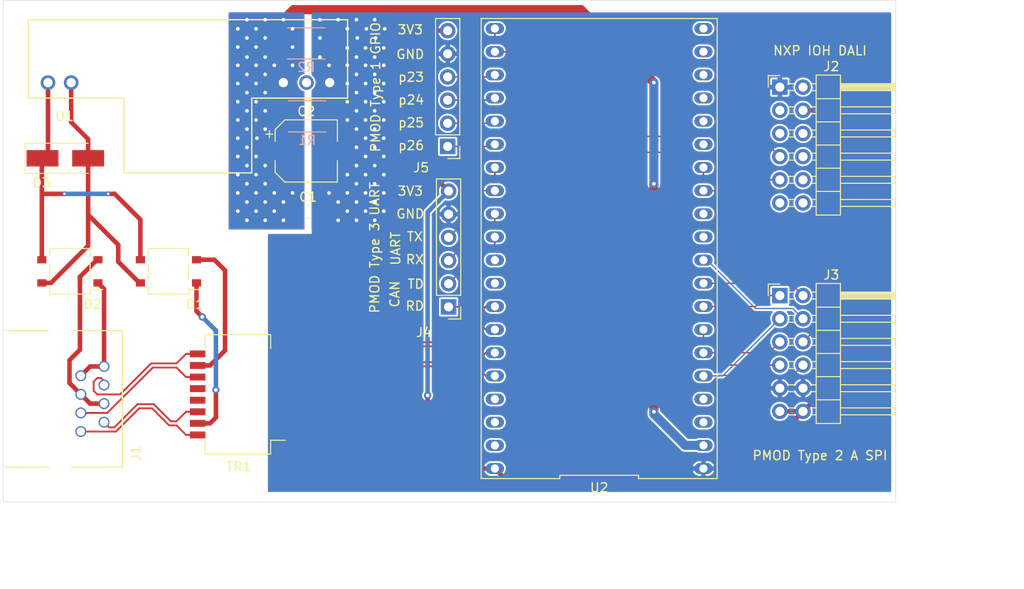
<source format=kicad_pcb>
(kicad_pcb (version 20171130) (host pcbnew "(5.1.4-0-10_14)")

  (general
    (thickness 1.6)
    (drawings 24)
    (tracks 346)
    (zones 0)
    (modules 15)
    (nets 62)
  )

  (page A4)
  (layers
    (0 F.Cu signal)
    (31 B.Cu signal)
    (32 B.Adhes user)
    (33 F.Adhes user)
    (34 B.Paste user)
    (35 F.Paste user)
    (36 B.SilkS user)
    (37 F.SilkS user)
    (38 B.Mask user)
    (39 F.Mask user)
    (40 Dwgs.User user)
    (41 Cmts.User user)
    (42 Eco1.User user)
    (43 Eco2.User user)
    (44 Edge.Cuts user)
    (45 Margin user)
    (46 B.CrtYd user)
    (47 F.CrtYd user)
    (48 B.Fab user)
    (49 F.Fab user hide)
  )

  (setup
    (last_trace_width 1)
    (user_trace_width 0.1524)
    (user_trace_width 0.5)
    (user_trace_width 1)
    (trace_clearance 0.2)
    (zone_clearance 0.508)
    (zone_45_only no)
    (trace_min 0.1524)
    (via_size 0.8)
    (via_drill 0.4)
    (via_min_size 0.508)
    (via_min_drill 0.254)
    (user_via 0.508 0.254)
    (uvia_size 0.3)
    (uvia_drill 0.1)
    (uvias_allowed no)
    (uvia_min_size 0.2)
    (uvia_min_drill 0.1)
    (edge_width 0.05)
    (segment_width 0.2)
    (pcb_text_width 0.3)
    (pcb_text_size 1.5 1.5)
    (mod_edge_width 0.12)
    (mod_text_size 1 1)
    (mod_text_width 0.15)
    (pad_size 1.524 1.524)
    (pad_drill 0.762)
    (pad_to_mask_clearance 0.051)
    (solder_mask_min_width 0.25)
    (aux_axis_origin 0 0)
    (grid_origin 100 100)
    (visible_elements FFFFFF7F)
    (pcbplotparams
      (layerselection 0x010fc_ffffffff)
      (usegerberextensions false)
      (usegerberattributes false)
      (usegerberadvancedattributes false)
      (creategerberjobfile false)
      (excludeedgelayer true)
      (linewidth 0.100000)
      (plotframeref false)
      (viasonmask false)
      (mode 1)
      (useauxorigin false)
      (hpglpennumber 1)
      (hpglpenspeed 20)
      (hpglpendiameter 15.000000)
      (psnegative false)
      (psa4output false)
      (plotreference true)
      (plotvalue true)
      (plotinvisibletext false)
      (padsonsilk false)
      (subtractmaskfromsilk false)
      (outputformat 1)
      (mirror false)
      (drillshape 1)
      (scaleselection 1)
      (outputdirectory ""))
  )

  (net 0 "")
  (net 1 +5V)
  (net 2 GND)
  (net 3 "Net-(D1-Pad1)")
  (net 4 "Net-(D1-Pad2)")
  (net 5 "Net-(D1-Pad3)")
  (net 6 "Net-(D1-Pad4)")
  (net 7 "Net-(D2-Pad2)")
  (net 8 "Net-(D2-Pad1)")
  (net 9 "Net-(J2-Pad2)")
  (net 10 "Net-(J2-Pad3)")
  (net 11 +3V3)
  (net 12 "Net-(J2-Pad5)")
  (net 13 "Net-(J2-Pad6)")
  (net 14 /DALIRX)
  (net 15 "Net-(J2-Pad8)")
  (net 16 /DALITX)
  (net 17 "Net-(J2-Pad10)")
  (net 18 "Net-(J2-Pad11)")
  (net 19 "Net-(J2-Pad12)")
  (net 20 /RX)
  (net 21 /TX)
  (net 22 /SCL)
  (net 23 /SDA)
  (net 24 "Net-(J3-Pad4)")
  (net 25 "Net-(J3-Pad3)")
  (net 26 "Net-(J3-Pad2)")
  (net 27 "Net-(J3-Pad1)")
  (net 28 /IO1)
  (net 29 /IO2)
  (net 30 /IO3)
  (net 31 /IO4)
  (net 32 /IO5)
  (net 33 /IO6)
  (net 34 /IO7)
  (net 35 /IO8)
  (net 36 "Net-(TR1-Pad2)")
  (net 37 "Net-(TR1-Pad7)")
  (net 38 "Net-(U1-Pad4)")
  (net 39 "Net-(U2-Pad39)")
  (net 40 "Net-(U2-Pad38)")
  (net 41 "Net-(U2-Pad3)")
  (net 42 "Net-(U2-Pad37)")
  (net 43 "Net-(U2-Pad4)")
  (net 44 "Net-(U2-Pad32)")
  (net 45 "Net-(U2-Pad31)")
  (net 46 "Net-(U2-Pad11)")
  (net 47 "Net-(U2-Pad12)")
  (net 48 "Net-(U2-Pad15)")
  (net 49 "Net-(U2-Pad16)")
  (net 50 "Net-(U2-Pad17)")
  (net 51 "Net-(U2-Pad18)")
  (net 52 "Net-(U2-Pad19)")
  (net 53 "Net-(U2-Pad20)")
  (net 54 /TX-)
  (net 55 /TX+)
  (net 56 /RX-)
  (net 57 /RX+)
  (net 58 /TD+)
  (net 59 /TD-)
  (net 60 /RD+)
  (net 61 /RD-)

  (net_class Default "This is the default net class."
    (clearance 0.2)
    (trace_width 0.25)
    (via_dia 0.8)
    (via_drill 0.4)
    (uvia_dia 0.3)
    (uvia_drill 0.1)
    (add_net +3V3)
    (add_net +5V)
    (add_net /DALIRX)
    (add_net /DALITX)
    (add_net /IO1)
    (add_net /IO2)
    (add_net /IO3)
    (add_net /IO4)
    (add_net /IO5)
    (add_net /IO6)
    (add_net /IO7)
    (add_net /IO8)
    (add_net /RD+)
    (add_net /RD-)
    (add_net /RX)
    (add_net /RX+)
    (add_net /RX-)
    (add_net /SCL)
    (add_net /SDA)
    (add_net /TD+)
    (add_net /TD-)
    (add_net /TX)
    (add_net /TX+)
    (add_net /TX-)
    (add_net GND)
    (add_net "Net-(D1-Pad1)")
    (add_net "Net-(D1-Pad2)")
    (add_net "Net-(D1-Pad3)")
    (add_net "Net-(D1-Pad4)")
    (add_net "Net-(D2-Pad1)")
    (add_net "Net-(D2-Pad2)")
    (add_net "Net-(J2-Pad10)")
    (add_net "Net-(J2-Pad11)")
    (add_net "Net-(J2-Pad12)")
    (add_net "Net-(J2-Pad2)")
    (add_net "Net-(J2-Pad3)")
    (add_net "Net-(J2-Pad5)")
    (add_net "Net-(J2-Pad6)")
    (add_net "Net-(J2-Pad8)")
    (add_net "Net-(J3-Pad1)")
    (add_net "Net-(J3-Pad2)")
    (add_net "Net-(J3-Pad3)")
    (add_net "Net-(J3-Pad4)")
    (add_net "Net-(TR1-Pad2)")
    (add_net "Net-(TR1-Pad7)")
    (add_net "Net-(U1-Pad4)")
    (add_net "Net-(U2-Pad11)")
    (add_net "Net-(U2-Pad12)")
    (add_net "Net-(U2-Pad15)")
    (add_net "Net-(U2-Pad16)")
    (add_net "Net-(U2-Pad17)")
    (add_net "Net-(U2-Pad18)")
    (add_net "Net-(U2-Pad19)")
    (add_net "Net-(U2-Pad20)")
    (add_net "Net-(U2-Pad3)")
    (add_net "Net-(U2-Pad31)")
    (add_net "Net-(U2-Pad32)")
    (add_net "Net-(U2-Pad37)")
    (add_net "Net-(U2-Pad38)")
    (add_net "Net-(U2-Pad39)")
    (add_net "Net-(U2-Pad4)")
  )

  (module Connector_RJ:RJ45_Wuerth_615008148521_Horizontal (layer F.Cu) (tedit 5DAB2B7B) (tstamp 5DABA4A9)
    (at 158.5 64.1 270)
    (path /5DA6FE75)
    (fp_text reference J1 (at 13.45 -8.3 270) (layer F.SilkS)
      (effects (font (size 1 1) (thickness 0.15)))
    )
    (fp_text value RJ45_ModeB (at 8.45 3.45 270) (layer F.Fab)
      (effects (font (size 1 1) (thickness 0.15)))
    )
    (fp_line (start -0.5 6.5) (end -0.5 -7.35) (layer F.CrtYd) (width 0.12))
    (fp_line (start 15.5 6.5) (end -0.5 6.5) (layer F.CrtYd) (width 0.12))
    (fp_line (start 15.5 -7.35) (end 15.5 6.5) (layer F.CrtYd) (width 0.12))
    (fp_line (start -0.5 -7.35) (end 15.5 -7.35) (layer F.CrtYd) (width 0.12))
    (fp_line (start -0.15 -7) (end -0.15 6) (layer F.Fab) (width 0.12))
    (fp_line (start 15.15 -7) (end -0.15 -7) (layer F.Fab) (width 0.12))
    (fp_line (start 15.15 6) (end 15.15 -7) (layer F.Fab) (width 0.12))
    (fp_line (start -0.15 6) (end 15.15 6) (layer F.Fab) (width 0.12))
    (fp_line (start 15 -6.85) (end 15 6) (layer F.SilkS) (width 0.15))
    (fp_line (start 0 -6.85) (end 15 -6.85) (layer F.SilkS) (width 0.15))
    (fp_line (start 0 6) (end 0 -6.85) (layer F.SilkS) (width 0.15))
    (pad 8 thru_hole circle (at 3.93 -4.84 270) (size 1.2 1.2) (drill 0.9) (layers *.Cu *.Mask)
      (net 8 "Net-(D2-Pad1)"))
    (pad 7 thru_hole circle (at 4.95 -2.3 270) (size 1.2 1.2) (drill 0.9) (layers *.Cu *.Mask)
      (net 8 "Net-(D2-Pad1)"))
    (pad 6 thru_hole circle (at 5.97 -4.84 270) (size 1.2 1.2) (drill 0.9) (layers *.Cu *.Mask)
      (net 54 /TX-))
    (pad 5 thru_hole circle (at 6.99 -2.3 270) (size 1.2 1.2) (drill 0.9) (layers *.Cu *.Mask)
      (net 7 "Net-(D2-Pad2)"))
    (pad 4 thru_hole circle (at 8.01 -4.84 270) (size 1.2 1.2) (drill 0.9) (layers *.Cu *.Mask)
      (net 7 "Net-(D2-Pad2)"))
    (pad 3 thru_hole circle (at 9.03 -2.3 270) (size 1.2 1.2) (drill 0.9) (layers *.Cu *.Mask)
      (net 55 /TX+))
    (pad 2 thru_hole circle (at 10.05 -4.84 270) (size 1.2 1.2) (drill 0.9) (layers *.Cu *.Mask)
      (net 56 /RX-))
    (pad 1 thru_hole circle (at 11.07 -2.3 270) (size 1.2 1.2) (drill 0.9) (layers *.Cu *.Mask)
      (net 57 /RX+))
    (pad "" np_thru_hole circle (at 15 0 270) (size 2.36 2.36) (drill 2.36) (layers *.Cu *.Mask))
    (pad "" np_thru_hole circle (at 0 0 270) (size 2.36 2.36) (drill 2.36) (layers *.Cu *.Mask))
  )

  (module Capacitor_SMD:C_0805_2012Metric_Pad1.15x1.40mm_HandSolder (layer F.Cu) (tedit 5B36C52B) (tstamp 5DAC0D8B)
    (at 185.7 51.1)
    (descr "Capacitor SMD 0805 (2012 Metric), square (rectangular) end terminal, IPC_7351 nominal with elongated pad for handsoldering. (Body size source: https://docs.google.com/spreadsheets/d/1BsfQQcO9C6DZCsRaXUlFlo91Tg2WpOkGARC1WS5S8t0/edit?usp=sharing), generated with kicad-footprint-generator")
    (tags "capacitor handsolder")
    (path /5DAC82B8)
    (attr smd)
    (fp_text reference C1 (at 0 -1.65) (layer F.SilkS)
      (effects (font (size 1 1) (thickness 0.15)))
    )
    (fp_text value "10uF 25V" (at 0 1.65) (layer F.Fab)
      (effects (font (size 1 1) (thickness 0.15)))
    )
    (fp_text user %R (at 0 0) (layer F.Fab)
      (effects (font (size 0.5 0.5) (thickness 0.08)))
    )
    (fp_line (start 1.85 0.95) (end -1.85 0.95) (layer F.CrtYd) (width 0.05))
    (fp_line (start 1.85 -0.95) (end 1.85 0.95) (layer F.CrtYd) (width 0.05))
    (fp_line (start -1.85 -0.95) (end 1.85 -0.95) (layer F.CrtYd) (width 0.05))
    (fp_line (start -1.85 0.95) (end -1.85 -0.95) (layer F.CrtYd) (width 0.05))
    (fp_line (start -0.261252 0.71) (end 0.261252 0.71) (layer F.SilkS) (width 0.12))
    (fp_line (start -0.261252 -0.71) (end 0.261252 -0.71) (layer F.SilkS) (width 0.12))
    (fp_line (start 1 0.6) (end -1 0.6) (layer F.Fab) (width 0.1))
    (fp_line (start 1 -0.6) (end 1 0.6) (layer F.Fab) (width 0.1))
    (fp_line (start -1 -0.6) (end 1 -0.6) (layer F.Fab) (width 0.1))
    (fp_line (start -1 0.6) (end -1 -0.6) (layer F.Fab) (width 0.1))
    (pad 2 smd roundrect (at 1.025 0) (size 1.15 1.4) (layers F.Cu F.Paste F.Mask) (roundrect_rratio 0.217391)
      (net 2 GND))
    (pad 1 smd roundrect (at -1.025 0) (size 1.15 1.4) (layers F.Cu F.Paste F.Mask) (roundrect_rratio 0.217391)
      (net 1 +5V))
    (model ${KISYS3DMOD}/Capacitor_SMD.3dshapes/C_0805_2012Metric.wrl
      (at (xyz 0 0 0))
      (scale (xyz 1 1 1))
      (rotate (xyz 0 0 0))
    )
  )

  (module Capacitor_SMD:CP_Elec_6.3x5.8 (layer F.Cu) (tedit 5BCA39D0) (tstamp 5DAC0DD2)
    (at 185.5 44.4)
    (descr "SMD capacitor, aluminum electrolytic, Nichicon, 6.3x5.8mm")
    (tags "capacitor electrolytic")
    (path /5DABA3FE)
    (attr smd)
    (fp_text reference C2 (at 0 -4.35) (layer F.SilkS)
      (effects (font (size 1 1) (thickness 0.15)))
    )
    (fp_text value "100uF 25V" (at 0 4.35) (layer F.Fab)
      (effects (font (size 1 1) (thickness 0.15)))
    )
    (fp_text user %R (at 0 0) (layer F.Fab)
      (effects (font (size 1 1) (thickness 0.15)))
    )
    (fp_line (start -4.7 1.05) (end -3.55 1.05) (layer F.CrtYd) (width 0.05))
    (fp_line (start -4.7 -1.05) (end -4.7 1.05) (layer F.CrtYd) (width 0.05))
    (fp_line (start -3.55 -1.05) (end -4.7 -1.05) (layer F.CrtYd) (width 0.05))
    (fp_line (start -3.55 1.05) (end -3.55 2.4) (layer F.CrtYd) (width 0.05))
    (fp_line (start -3.55 -2.4) (end -3.55 -1.05) (layer F.CrtYd) (width 0.05))
    (fp_line (start -3.55 -2.4) (end -2.4 -3.55) (layer F.CrtYd) (width 0.05))
    (fp_line (start -3.55 2.4) (end -2.4 3.55) (layer F.CrtYd) (width 0.05))
    (fp_line (start -2.4 -3.55) (end 3.55 -3.55) (layer F.CrtYd) (width 0.05))
    (fp_line (start -2.4 3.55) (end 3.55 3.55) (layer F.CrtYd) (width 0.05))
    (fp_line (start 3.55 1.05) (end 3.55 3.55) (layer F.CrtYd) (width 0.05))
    (fp_line (start 4.7 1.05) (end 3.55 1.05) (layer F.CrtYd) (width 0.05))
    (fp_line (start 4.7 -1.05) (end 4.7 1.05) (layer F.CrtYd) (width 0.05))
    (fp_line (start 3.55 -1.05) (end 4.7 -1.05) (layer F.CrtYd) (width 0.05))
    (fp_line (start 3.55 -3.55) (end 3.55 -1.05) (layer F.CrtYd) (width 0.05))
    (fp_line (start -4.04375 -2.24125) (end -4.04375 -1.45375) (layer F.SilkS) (width 0.12))
    (fp_line (start -4.4375 -1.8475) (end -3.65 -1.8475) (layer F.SilkS) (width 0.12))
    (fp_line (start -3.41 2.345563) (end -2.345563 3.41) (layer F.SilkS) (width 0.12))
    (fp_line (start -3.41 -2.345563) (end -2.345563 -3.41) (layer F.SilkS) (width 0.12))
    (fp_line (start -3.41 -2.345563) (end -3.41 -1.06) (layer F.SilkS) (width 0.12))
    (fp_line (start -3.41 2.345563) (end -3.41 1.06) (layer F.SilkS) (width 0.12))
    (fp_line (start -2.345563 3.41) (end 3.41 3.41) (layer F.SilkS) (width 0.12))
    (fp_line (start -2.345563 -3.41) (end 3.41 -3.41) (layer F.SilkS) (width 0.12))
    (fp_line (start 3.41 -3.41) (end 3.41 -1.06) (layer F.SilkS) (width 0.12))
    (fp_line (start 3.41 3.41) (end 3.41 1.06) (layer F.SilkS) (width 0.12))
    (fp_line (start -2.389838 -1.645) (end -2.389838 -1.015) (layer F.Fab) (width 0.1))
    (fp_line (start -2.704838 -1.33) (end -2.074838 -1.33) (layer F.Fab) (width 0.1))
    (fp_line (start -3.3 2.3) (end -2.3 3.3) (layer F.Fab) (width 0.1))
    (fp_line (start -3.3 -2.3) (end -2.3 -3.3) (layer F.Fab) (width 0.1))
    (fp_line (start -3.3 -2.3) (end -3.3 2.3) (layer F.Fab) (width 0.1))
    (fp_line (start -2.3 3.3) (end 3.3 3.3) (layer F.Fab) (width 0.1))
    (fp_line (start -2.3 -3.3) (end 3.3 -3.3) (layer F.Fab) (width 0.1))
    (fp_line (start 3.3 -3.3) (end 3.3 3.3) (layer F.Fab) (width 0.1))
    (fp_circle (center 0 0) (end 3.15 0) (layer F.Fab) (width 0.1))
    (pad 2 smd roundrect (at 2.7 0) (size 3.5 1.6) (layers F.Cu F.Paste F.Mask) (roundrect_rratio 0.15625)
      (net 2 GND))
    (pad 1 smd roundrect (at -2.7 0) (size 3.5 1.6) (layers F.Cu F.Paste F.Mask) (roundrect_rratio 0.15625)
      (net 1 +5V))
    (model ${KISYS3DMOD}/Capacitor_SMD.3dshapes/CP_Elec_6.3x5.8.wrl
      (at (xyz 0 0 0))
      (scale (xyz 1 1 1))
      (rotate (xyz 0 0 0))
    )
  )

  (module Package_TO_SOT_SMD:TO-269AA (layer F.Cu) (tedit 5A4F6848) (tstamp 5DAB81FF)
    (at 170.4 57.6 180)
    (descr "SMD package TO-269AA (e.g. diode bridge), see http://www.vishay.com/docs/88854/padlayouts.pdf")
    (tags "TO-269AA MBS diode bridge")
    (path /5DA58B40)
    (attr smd)
    (fp_text reference D1 (at -2.9 -3.6) (layer F.SilkS)
      (effects (font (size 1 1) (thickness 0.15)))
    )
    (fp_text value MB4S (at 0 3.5) (layer F.Fab)
      (effects (font (size 1 1) (thickness 0.15)))
    )
    (fp_line (start 3.83 2.65) (end -3.82 2.65) (layer F.CrtYd) (width 0.05))
    (fp_line (start 3.83 2.65) (end 3.83 -2.65) (layer F.CrtYd) (width 0.05))
    (fp_line (start -3.82 -2.65) (end -3.82 2.65) (layer F.CrtYd) (width 0.05))
    (fp_line (start -3.82 -2.65) (end 3.83 -2.65) (layer F.CrtYd) (width 0.05))
    (fp_line (start -1.35 -2.4) (end 2.05 -2.4) (layer F.Fab) (width 0.12))
    (fp_line (start -2.05 -1.7) (end -1.35 -2.4) (layer F.Fab) (width 0.12))
    (fp_line (start -2.05 2.4) (end -2.05 -1.7) (layer F.Fab) (width 0.12))
    (fp_line (start 2.05 2.4) (end -2.05 2.4) (layer F.Fab) (width 0.12))
    (fp_line (start 2.05 -2.4) (end 2.05 2.4) (layer F.Fab) (width 0.12))
    (fp_line (start -2.2 2.5) (end -2.2 1.7) (layer F.SilkS) (width 0.12))
    (fp_line (start 2.2 2.5) (end -2.2 2.5) (layer F.SilkS) (width 0.12))
    (fp_line (start 2.2 1.7) (end 2.2 2.5) (layer F.SilkS) (width 0.12))
    (fp_line (start 2.2 -2.5) (end -2.2 -2.5) (layer F.SilkS) (width 0.12))
    (fp_line (start 2.2 -1.7) (end 2.2 -2.5) (layer F.SilkS) (width 0.12))
    (fp_line (start -2.2 -0.8) (end -2.2 0.8) (layer F.SilkS) (width 0.12))
    (fp_line (start 2.2 -0.8) (end 2.2 0.8) (layer F.SilkS) (width 0.12))
    (fp_text user %R (at 0 -0.065) (layer F.Fab)
      (effects (font (size 1 1) (thickness 0.15)))
    )
    (fp_line (start -2.2 -2) (end -3.6 -2) (layer F.SilkS) (width 0.12))
    (fp_line (start -2.2 -2.5) (end -2.2 -2) (layer F.SilkS) (width 0.12))
    (pad 4 smd rect (at 3.075 -1.27 180) (size 1 0.8) (layers F.Cu F.Paste F.Mask)
      (net 6 "Net-(D1-Pad4)"))
    (pad 3 smd rect (at 3.075 1.27 180) (size 1 0.8) (layers F.Cu F.Paste F.Mask)
      (net 5 "Net-(D1-Pad3)"))
    (pad 2 smd rect (at -3.075 1.27 180) (size 1 0.8) (layers F.Cu F.Paste F.Mask)
      (net 4 "Net-(D1-Pad2)"))
    (pad 1 smd rect (at -3.075 -1.27 180) (size 1 0.8) (layers F.Cu F.Paste F.Mask)
      (net 3 "Net-(D1-Pad1)"))
    (model ${KISYS3DMOD}/Package_TO_SOT_SMD.3dshapes/TO-269AA.wrl
      (at (xyz 0 0 0))
      (scale (xyz 1 1 1))
      (rotate (xyz 0 0 0))
    )
  )

  (module Package_TO_SOT_SMD:TO-269AA (layer F.Cu) (tedit 5A4F6848) (tstamp 5DAB7372)
    (at 159.6 57.6 180)
    (descr "SMD package TO-269AA (e.g. diode bridge), see http://www.vishay.com/docs/88854/padlayouts.pdf")
    (tags "TO-269AA MBS diode bridge")
    (path /5DA5983B)
    (attr smd)
    (fp_text reference D2 (at -2.5 -3.6) (layer F.SilkS)
      (effects (font (size 1 1) (thickness 0.15)))
    )
    (fp_text value MB4S (at 0 3.5) (layer F.Fab)
      (effects (font (size 1 1) (thickness 0.15)))
    )
    (fp_line (start 3.83 2.65) (end -3.82 2.65) (layer F.CrtYd) (width 0.05))
    (fp_line (start 3.83 2.65) (end 3.83 -2.65) (layer F.CrtYd) (width 0.05))
    (fp_line (start -3.82 -2.65) (end -3.82 2.65) (layer F.CrtYd) (width 0.05))
    (fp_line (start -3.82 -2.65) (end 3.83 -2.65) (layer F.CrtYd) (width 0.05))
    (fp_line (start -1.35 -2.4) (end 2.05 -2.4) (layer F.Fab) (width 0.12))
    (fp_line (start -2.05 -1.7) (end -1.35 -2.4) (layer F.Fab) (width 0.12))
    (fp_line (start -2.05 2.4) (end -2.05 -1.7) (layer F.Fab) (width 0.12))
    (fp_line (start 2.05 2.4) (end -2.05 2.4) (layer F.Fab) (width 0.12))
    (fp_line (start 2.05 -2.4) (end 2.05 2.4) (layer F.Fab) (width 0.12))
    (fp_line (start -2.2 2.5) (end -2.2 1.7) (layer F.SilkS) (width 0.12))
    (fp_line (start 2.2 2.5) (end -2.2 2.5) (layer F.SilkS) (width 0.12))
    (fp_line (start 2.2 1.7) (end 2.2 2.5) (layer F.SilkS) (width 0.12))
    (fp_line (start 2.2 -2.5) (end -2.2 -2.5) (layer F.SilkS) (width 0.12))
    (fp_line (start 2.2 -1.7) (end 2.2 -2.5) (layer F.SilkS) (width 0.12))
    (fp_line (start -2.2 -0.8) (end -2.2 0.8) (layer F.SilkS) (width 0.12))
    (fp_line (start 2.2 -0.8) (end 2.2 0.8) (layer F.SilkS) (width 0.12))
    (fp_text user %R (at 0 -0.065) (layer F.Fab)
      (effects (font (size 1 1) (thickness 0.15)))
    )
    (fp_line (start -2.2 -2) (end -3.6 -2) (layer F.SilkS) (width 0.12))
    (fp_line (start -2.2 -2.5) (end -2.2 -2) (layer F.SilkS) (width 0.12))
    (pad 4 smd rect (at 3.075 -1.27 180) (size 1 0.8) (layers F.Cu F.Paste F.Mask)
      (net 6 "Net-(D1-Pad4)"))
    (pad 3 smd rect (at 3.075 1.27 180) (size 1 0.8) (layers F.Cu F.Paste F.Mask)
      (net 5 "Net-(D1-Pad3)"))
    (pad 2 smd rect (at -3.075 1.27 180) (size 1 0.8) (layers F.Cu F.Paste F.Mask)
      (net 7 "Net-(D2-Pad2)"))
    (pad 1 smd rect (at -3.075 -1.27 180) (size 1 0.8) (layers F.Cu F.Paste F.Mask)
      (net 8 "Net-(D2-Pad1)"))
    (model ${KISYS3DMOD}/Package_TO_SOT_SMD.3dshapes/TO-269AA.wrl
      (at (xyz 0 0 0))
      (scale (xyz 1 1 1))
      (rotate (xyz 0 0 0))
    )
  )

  (module Diode_SMD:D_SMA_Handsoldering (layer F.Cu) (tedit 58643398) (tstamp 5DAB738A)
    (at 159.1 45.2)
    (descr "Diode SMA (DO-214AC) Handsoldering")
    (tags "Diode SMA (DO-214AC) Handsoldering")
    (path /5DA5D41E)
    (attr smd)
    (fp_text reference D3 (at -2.6 2.7) (layer F.SilkS)
      (effects (font (size 1 1) (thickness 0.15)))
    )
    (fp_text value D_Zener (at 0 2.6) (layer F.Fab)
      (effects (font (size 1 1) (thickness 0.15)))
    )
    (fp_line (start -4.4 -1.65) (end 2.5 -1.65) (layer F.SilkS) (width 0.12))
    (fp_line (start -4.4 1.65) (end 2.5 1.65) (layer F.SilkS) (width 0.12))
    (fp_line (start -0.64944 0.00102) (end 0.50118 -0.79908) (layer F.Fab) (width 0.1))
    (fp_line (start -0.64944 0.00102) (end 0.50118 0.75032) (layer F.Fab) (width 0.1))
    (fp_line (start 0.50118 0.75032) (end 0.50118 -0.79908) (layer F.Fab) (width 0.1))
    (fp_line (start -0.64944 -0.79908) (end -0.64944 0.80112) (layer F.Fab) (width 0.1))
    (fp_line (start 0.50118 0.00102) (end 1.4994 0.00102) (layer F.Fab) (width 0.1))
    (fp_line (start -0.64944 0.00102) (end -1.55114 0.00102) (layer F.Fab) (width 0.1))
    (fp_line (start -4.5 1.75) (end -4.5 -1.75) (layer F.CrtYd) (width 0.05))
    (fp_line (start 4.5 1.75) (end -4.5 1.75) (layer F.CrtYd) (width 0.05))
    (fp_line (start 4.5 -1.75) (end 4.5 1.75) (layer F.CrtYd) (width 0.05))
    (fp_line (start -4.5 -1.75) (end 4.5 -1.75) (layer F.CrtYd) (width 0.05))
    (fp_line (start 2.3 -1.5) (end -2.3 -1.5) (layer F.Fab) (width 0.1))
    (fp_line (start 2.3 -1.5) (end 2.3 1.5) (layer F.Fab) (width 0.1))
    (fp_line (start -2.3 1.5) (end -2.3 -1.5) (layer F.Fab) (width 0.1))
    (fp_line (start 2.3 1.5) (end -2.3 1.5) (layer F.Fab) (width 0.1))
    (fp_line (start -4.4 -1.65) (end -4.4 1.65) (layer F.SilkS) (width 0.12))
    (fp_text user %R (at 0 -2.5) (layer F.Fab)
      (effects (font (size 1 1) (thickness 0.15)))
    )
    (pad 2 smd rect (at 2.5 0) (size 3.5 1.8) (layers F.Cu F.Paste F.Mask)
      (net 6 "Net-(D1-Pad4)"))
    (pad 1 smd rect (at -2.5 0) (size 3.5 1.8) (layers F.Cu F.Paste F.Mask)
      (net 5 "Net-(D1-Pad3)"))
    (model ${KISYS3DMOD}/Diode_SMD.3dshapes/D_SMA.wrl
      (at (xyz 0 0 0))
      (scale (xyz 1 1 1))
      (rotate (xyz 0 0 0))
    )
  )

  (module Connector_PinHeader_2.54mm:PinHeader_2x06_P2.54mm_Horizontal (layer F.Cu) (tedit 59FED5CB) (tstamp 5DAB741C)
    (at 237.4 37.4)
    (descr "Through hole angled pin header, 2x06, 2.54mm pitch, 6mm pin length, double rows")
    (tags "Through hole angled pin header THT 2x06 2.54mm double row")
    (path /5DC06CCB)
    (fp_text reference J2 (at 5.655 -2.27) (layer F.SilkS)
      (effects (font (size 1 1) (thickness 0.15)))
    )
    (fp_text value Conn_02x06_Odd_Even (at 5.655 14.97) (layer F.Fab)
      (effects (font (size 1 1) (thickness 0.15)))
    )
    (fp_text user %R (at 5.31 6.35 90) (layer F.Fab)
      (effects (font (size 1 1) (thickness 0.15)))
    )
    (fp_line (start 13.1 -1.8) (end -1.8 -1.8) (layer F.CrtYd) (width 0.05))
    (fp_line (start 13.1 14.5) (end 13.1 -1.8) (layer F.CrtYd) (width 0.05))
    (fp_line (start -1.8 14.5) (end 13.1 14.5) (layer F.CrtYd) (width 0.05))
    (fp_line (start -1.8 -1.8) (end -1.8 14.5) (layer F.CrtYd) (width 0.05))
    (fp_line (start -1.27 -1.27) (end 0 -1.27) (layer F.SilkS) (width 0.12))
    (fp_line (start -1.27 0) (end -1.27 -1.27) (layer F.SilkS) (width 0.12))
    (fp_line (start 1.042929 13.08) (end 1.497071 13.08) (layer F.SilkS) (width 0.12))
    (fp_line (start 1.042929 12.32) (end 1.497071 12.32) (layer F.SilkS) (width 0.12))
    (fp_line (start 3.582929 13.08) (end 3.98 13.08) (layer F.SilkS) (width 0.12))
    (fp_line (start 3.582929 12.32) (end 3.98 12.32) (layer F.SilkS) (width 0.12))
    (fp_line (start 12.64 13.08) (end 6.64 13.08) (layer F.SilkS) (width 0.12))
    (fp_line (start 12.64 12.32) (end 12.64 13.08) (layer F.SilkS) (width 0.12))
    (fp_line (start 6.64 12.32) (end 12.64 12.32) (layer F.SilkS) (width 0.12))
    (fp_line (start 3.98 11.43) (end 6.64 11.43) (layer F.SilkS) (width 0.12))
    (fp_line (start 1.042929 10.54) (end 1.497071 10.54) (layer F.SilkS) (width 0.12))
    (fp_line (start 1.042929 9.78) (end 1.497071 9.78) (layer F.SilkS) (width 0.12))
    (fp_line (start 3.582929 10.54) (end 3.98 10.54) (layer F.SilkS) (width 0.12))
    (fp_line (start 3.582929 9.78) (end 3.98 9.78) (layer F.SilkS) (width 0.12))
    (fp_line (start 12.64 10.54) (end 6.64 10.54) (layer F.SilkS) (width 0.12))
    (fp_line (start 12.64 9.78) (end 12.64 10.54) (layer F.SilkS) (width 0.12))
    (fp_line (start 6.64 9.78) (end 12.64 9.78) (layer F.SilkS) (width 0.12))
    (fp_line (start 3.98 8.89) (end 6.64 8.89) (layer F.SilkS) (width 0.12))
    (fp_line (start 1.042929 8) (end 1.497071 8) (layer F.SilkS) (width 0.12))
    (fp_line (start 1.042929 7.24) (end 1.497071 7.24) (layer F.SilkS) (width 0.12))
    (fp_line (start 3.582929 8) (end 3.98 8) (layer F.SilkS) (width 0.12))
    (fp_line (start 3.582929 7.24) (end 3.98 7.24) (layer F.SilkS) (width 0.12))
    (fp_line (start 12.64 8) (end 6.64 8) (layer F.SilkS) (width 0.12))
    (fp_line (start 12.64 7.24) (end 12.64 8) (layer F.SilkS) (width 0.12))
    (fp_line (start 6.64 7.24) (end 12.64 7.24) (layer F.SilkS) (width 0.12))
    (fp_line (start 3.98 6.35) (end 6.64 6.35) (layer F.SilkS) (width 0.12))
    (fp_line (start 1.042929 5.46) (end 1.497071 5.46) (layer F.SilkS) (width 0.12))
    (fp_line (start 1.042929 4.7) (end 1.497071 4.7) (layer F.SilkS) (width 0.12))
    (fp_line (start 3.582929 5.46) (end 3.98 5.46) (layer F.SilkS) (width 0.12))
    (fp_line (start 3.582929 4.7) (end 3.98 4.7) (layer F.SilkS) (width 0.12))
    (fp_line (start 12.64 5.46) (end 6.64 5.46) (layer F.SilkS) (width 0.12))
    (fp_line (start 12.64 4.7) (end 12.64 5.46) (layer F.SilkS) (width 0.12))
    (fp_line (start 6.64 4.7) (end 12.64 4.7) (layer F.SilkS) (width 0.12))
    (fp_line (start 3.98 3.81) (end 6.64 3.81) (layer F.SilkS) (width 0.12))
    (fp_line (start 1.042929 2.92) (end 1.497071 2.92) (layer F.SilkS) (width 0.12))
    (fp_line (start 1.042929 2.16) (end 1.497071 2.16) (layer F.SilkS) (width 0.12))
    (fp_line (start 3.582929 2.92) (end 3.98 2.92) (layer F.SilkS) (width 0.12))
    (fp_line (start 3.582929 2.16) (end 3.98 2.16) (layer F.SilkS) (width 0.12))
    (fp_line (start 12.64 2.92) (end 6.64 2.92) (layer F.SilkS) (width 0.12))
    (fp_line (start 12.64 2.16) (end 12.64 2.92) (layer F.SilkS) (width 0.12))
    (fp_line (start 6.64 2.16) (end 12.64 2.16) (layer F.SilkS) (width 0.12))
    (fp_line (start 3.98 1.27) (end 6.64 1.27) (layer F.SilkS) (width 0.12))
    (fp_line (start 1.11 0.38) (end 1.497071 0.38) (layer F.SilkS) (width 0.12))
    (fp_line (start 1.11 -0.38) (end 1.497071 -0.38) (layer F.SilkS) (width 0.12))
    (fp_line (start 3.582929 0.38) (end 3.98 0.38) (layer F.SilkS) (width 0.12))
    (fp_line (start 3.582929 -0.38) (end 3.98 -0.38) (layer F.SilkS) (width 0.12))
    (fp_line (start 6.64 0.28) (end 12.64 0.28) (layer F.SilkS) (width 0.12))
    (fp_line (start 6.64 0.16) (end 12.64 0.16) (layer F.SilkS) (width 0.12))
    (fp_line (start 6.64 0.04) (end 12.64 0.04) (layer F.SilkS) (width 0.12))
    (fp_line (start 6.64 -0.08) (end 12.64 -0.08) (layer F.SilkS) (width 0.12))
    (fp_line (start 6.64 -0.2) (end 12.64 -0.2) (layer F.SilkS) (width 0.12))
    (fp_line (start 6.64 -0.32) (end 12.64 -0.32) (layer F.SilkS) (width 0.12))
    (fp_line (start 12.64 0.38) (end 6.64 0.38) (layer F.SilkS) (width 0.12))
    (fp_line (start 12.64 -0.38) (end 12.64 0.38) (layer F.SilkS) (width 0.12))
    (fp_line (start 6.64 -0.38) (end 12.64 -0.38) (layer F.SilkS) (width 0.12))
    (fp_line (start 6.64 -1.33) (end 3.98 -1.33) (layer F.SilkS) (width 0.12))
    (fp_line (start 6.64 14.03) (end 6.64 -1.33) (layer F.SilkS) (width 0.12))
    (fp_line (start 3.98 14.03) (end 6.64 14.03) (layer F.SilkS) (width 0.12))
    (fp_line (start 3.98 -1.33) (end 3.98 14.03) (layer F.SilkS) (width 0.12))
    (fp_line (start 6.58 13.02) (end 12.58 13.02) (layer F.Fab) (width 0.1))
    (fp_line (start 12.58 12.38) (end 12.58 13.02) (layer F.Fab) (width 0.1))
    (fp_line (start 6.58 12.38) (end 12.58 12.38) (layer F.Fab) (width 0.1))
    (fp_line (start -0.32 13.02) (end 4.04 13.02) (layer F.Fab) (width 0.1))
    (fp_line (start -0.32 12.38) (end -0.32 13.02) (layer F.Fab) (width 0.1))
    (fp_line (start -0.32 12.38) (end 4.04 12.38) (layer F.Fab) (width 0.1))
    (fp_line (start 6.58 10.48) (end 12.58 10.48) (layer F.Fab) (width 0.1))
    (fp_line (start 12.58 9.84) (end 12.58 10.48) (layer F.Fab) (width 0.1))
    (fp_line (start 6.58 9.84) (end 12.58 9.84) (layer F.Fab) (width 0.1))
    (fp_line (start -0.32 10.48) (end 4.04 10.48) (layer F.Fab) (width 0.1))
    (fp_line (start -0.32 9.84) (end -0.32 10.48) (layer F.Fab) (width 0.1))
    (fp_line (start -0.32 9.84) (end 4.04 9.84) (layer F.Fab) (width 0.1))
    (fp_line (start 6.58 7.94) (end 12.58 7.94) (layer F.Fab) (width 0.1))
    (fp_line (start 12.58 7.3) (end 12.58 7.94) (layer F.Fab) (width 0.1))
    (fp_line (start 6.58 7.3) (end 12.58 7.3) (layer F.Fab) (width 0.1))
    (fp_line (start -0.32 7.94) (end 4.04 7.94) (layer F.Fab) (width 0.1))
    (fp_line (start -0.32 7.3) (end -0.32 7.94) (layer F.Fab) (width 0.1))
    (fp_line (start -0.32 7.3) (end 4.04 7.3) (layer F.Fab) (width 0.1))
    (fp_line (start 6.58 5.4) (end 12.58 5.4) (layer F.Fab) (width 0.1))
    (fp_line (start 12.58 4.76) (end 12.58 5.4) (layer F.Fab) (width 0.1))
    (fp_line (start 6.58 4.76) (end 12.58 4.76) (layer F.Fab) (width 0.1))
    (fp_line (start -0.32 5.4) (end 4.04 5.4) (layer F.Fab) (width 0.1))
    (fp_line (start -0.32 4.76) (end -0.32 5.4) (layer F.Fab) (width 0.1))
    (fp_line (start -0.32 4.76) (end 4.04 4.76) (layer F.Fab) (width 0.1))
    (fp_line (start 6.58 2.86) (end 12.58 2.86) (layer F.Fab) (width 0.1))
    (fp_line (start 12.58 2.22) (end 12.58 2.86) (layer F.Fab) (width 0.1))
    (fp_line (start 6.58 2.22) (end 12.58 2.22) (layer F.Fab) (width 0.1))
    (fp_line (start -0.32 2.86) (end 4.04 2.86) (layer F.Fab) (width 0.1))
    (fp_line (start -0.32 2.22) (end -0.32 2.86) (layer F.Fab) (width 0.1))
    (fp_line (start -0.32 2.22) (end 4.04 2.22) (layer F.Fab) (width 0.1))
    (fp_line (start 6.58 0.32) (end 12.58 0.32) (layer F.Fab) (width 0.1))
    (fp_line (start 12.58 -0.32) (end 12.58 0.32) (layer F.Fab) (width 0.1))
    (fp_line (start 6.58 -0.32) (end 12.58 -0.32) (layer F.Fab) (width 0.1))
    (fp_line (start -0.32 0.32) (end 4.04 0.32) (layer F.Fab) (width 0.1))
    (fp_line (start -0.32 -0.32) (end -0.32 0.32) (layer F.Fab) (width 0.1))
    (fp_line (start -0.32 -0.32) (end 4.04 -0.32) (layer F.Fab) (width 0.1))
    (fp_line (start 4.04 -0.635) (end 4.675 -1.27) (layer F.Fab) (width 0.1))
    (fp_line (start 4.04 13.97) (end 4.04 -0.635) (layer F.Fab) (width 0.1))
    (fp_line (start 6.58 13.97) (end 4.04 13.97) (layer F.Fab) (width 0.1))
    (fp_line (start 6.58 -1.27) (end 6.58 13.97) (layer F.Fab) (width 0.1))
    (fp_line (start 4.675 -1.27) (end 6.58 -1.27) (layer F.Fab) (width 0.1))
    (pad 12 thru_hole oval (at 2.54 12.7) (size 1.7 1.7) (drill 1) (layers *.Cu *.Mask)
      (net 19 "Net-(J2-Pad12)"))
    (pad 11 thru_hole oval (at 0 12.7) (size 1.7 1.7) (drill 1) (layers *.Cu *.Mask)
      (net 18 "Net-(J2-Pad11)"))
    (pad 10 thru_hole oval (at 2.54 10.16) (size 1.7 1.7) (drill 1) (layers *.Cu *.Mask)
      (net 17 "Net-(J2-Pad10)"))
    (pad 9 thru_hole oval (at 0 10.16) (size 1.7 1.7) (drill 1) (layers *.Cu *.Mask)
      (net 16 /DALITX))
    (pad 8 thru_hole oval (at 2.54 7.62) (size 1.7 1.7) (drill 1) (layers *.Cu *.Mask)
      (net 15 "Net-(J2-Pad8)"))
    (pad 7 thru_hole oval (at 0 7.62) (size 1.7 1.7) (drill 1) (layers *.Cu *.Mask)
      (net 14 /DALIRX))
    (pad 6 thru_hole oval (at 2.54 5.08) (size 1.7 1.7) (drill 1) (layers *.Cu *.Mask)
      (net 13 "Net-(J2-Pad6)"))
    (pad 5 thru_hole oval (at 0 5.08) (size 1.7 1.7) (drill 1) (layers *.Cu *.Mask)
      (net 12 "Net-(J2-Pad5)"))
    (pad 4 thru_hole oval (at 2.54 2.54) (size 1.7 1.7) (drill 1) (layers *.Cu *.Mask)
      (net 11 +3V3))
    (pad 3 thru_hole oval (at 0 2.54) (size 1.7 1.7) (drill 1) (layers *.Cu *.Mask)
      (net 10 "Net-(J2-Pad3)"))
    (pad 2 thru_hole oval (at 2.54 0) (size 1.7 1.7) (drill 1) (layers *.Cu *.Mask)
      (net 9 "Net-(J2-Pad2)"))
    (pad 1 thru_hole rect (at 0 0) (size 1.7 1.7) (drill 1) (layers *.Cu *.Mask)
      (net 2 GND))
    (model ${KISYS3DMOD}/Connector_PinHeader_2.54mm.3dshapes/PinHeader_2x06_P2.54mm_Horizontal.wrl
      (at (xyz 0 0 0))
      (scale (xyz 1 1 1))
      (rotate (xyz 0 0 0))
    )
  )

  (module Resistor_SMD:R_2512_6332Metric_Pad1.52x3.35mm_HandSolder (layer B.Cu) (tedit 5B301BBD) (tstamp 5DAC1F2D)
    (at 185.6 40.6)
    (descr "Resistor SMD 2512 (6332 Metric), square (rectangular) end terminal, IPC_7351 nominal with elongated pad for handsoldering. (Body size source: http://www.tortai-tech.com/upload/download/2011102023233369053.pdf), generated with kicad-footprint-generator")
    (tags "resistor handsolder")
    (path /5DAE1ABF)
    (attr smd)
    (fp_text reference R1 (at 0 2.62) (layer B.SilkS)
      (effects (font (size 1 1) (thickness 0.15)) (justify mirror))
    )
    (fp_text value R (at 0 -2.62) (layer B.Fab)
      (effects (font (size 1 1) (thickness 0.15)) (justify mirror))
    )
    (fp_text user %R (at 0 0) (layer B.Fab)
      (effects (font (size 1 1) (thickness 0.15)) (justify mirror))
    )
    (fp_line (start 4 -1.92) (end -4 -1.92) (layer B.CrtYd) (width 0.05))
    (fp_line (start 4 1.92) (end 4 -1.92) (layer B.CrtYd) (width 0.05))
    (fp_line (start -4 1.92) (end 4 1.92) (layer B.CrtYd) (width 0.05))
    (fp_line (start -4 -1.92) (end -4 1.92) (layer B.CrtYd) (width 0.05))
    (fp_line (start -2.052064 -1.71) (end 2.052064 -1.71) (layer B.SilkS) (width 0.12))
    (fp_line (start -2.052064 1.71) (end 2.052064 1.71) (layer B.SilkS) (width 0.12))
    (fp_line (start 3.15 -1.6) (end -3.15 -1.6) (layer B.Fab) (width 0.1))
    (fp_line (start 3.15 1.6) (end 3.15 -1.6) (layer B.Fab) (width 0.1))
    (fp_line (start -3.15 1.6) (end 3.15 1.6) (layer B.Fab) (width 0.1))
    (fp_line (start -3.15 -1.6) (end -3.15 1.6) (layer B.Fab) (width 0.1))
    (pad 2 smd roundrect (at 2.9875 0) (size 1.525 3.35) (layers B.Cu B.Paste B.Mask) (roundrect_rratio 0.163934)
      (net 2 GND))
    (pad 1 smd roundrect (at -2.9875 0) (size 1.525 3.35) (layers B.Cu B.Paste B.Mask) (roundrect_rratio 0.163934)
      (net 1 +5V))
    (model ${KISYS3DMOD}/Resistor_SMD.3dshapes/R_2512_6332Metric.wrl
      (at (xyz 0 0 0))
      (scale (xyz 1 1 1))
      (rotate (xyz 0 0 0))
    )
  )

  (module Resistor_SMD:R_2512_6332Metric_Pad1.52x3.35mm_HandSolder (layer B.Cu) (tedit 5B301BBD) (tstamp 5DAC1F5D)
    (at 185.5 32.6)
    (descr "Resistor SMD 2512 (6332 Metric), square (rectangular) end terminal, IPC_7351 nominal with elongated pad for handsoldering. (Body size source: http://www.tortai-tech.com/upload/download/2011102023233369053.pdf), generated with kicad-footprint-generator")
    (tags "resistor handsolder")
    (path /5DAE1360)
    (attr smd)
    (fp_text reference R2 (at 0 2.62) (layer B.SilkS)
      (effects (font (size 1 1) (thickness 0.15)) (justify mirror))
    )
    (fp_text value R (at 0 -2.62) (layer B.Fab)
      (effects (font (size 1 1) (thickness 0.15)) (justify mirror))
    )
    (fp_text user %R (at 0 0) (layer B.Fab)
      (effects (font (size 1 1) (thickness 0.15)) (justify mirror))
    )
    (fp_line (start 4 -1.92) (end -4 -1.92) (layer B.CrtYd) (width 0.05))
    (fp_line (start 4 1.92) (end 4 -1.92) (layer B.CrtYd) (width 0.05))
    (fp_line (start -4 1.92) (end 4 1.92) (layer B.CrtYd) (width 0.05))
    (fp_line (start -4 -1.92) (end -4 1.92) (layer B.CrtYd) (width 0.05))
    (fp_line (start -2.052064 -1.71) (end 2.052064 -1.71) (layer B.SilkS) (width 0.12))
    (fp_line (start -2.052064 1.71) (end 2.052064 1.71) (layer B.SilkS) (width 0.12))
    (fp_line (start 3.15 -1.6) (end -3.15 -1.6) (layer B.Fab) (width 0.1))
    (fp_line (start 3.15 1.6) (end 3.15 -1.6) (layer B.Fab) (width 0.1))
    (fp_line (start -3.15 1.6) (end 3.15 1.6) (layer B.Fab) (width 0.1))
    (fp_line (start -3.15 -1.6) (end -3.15 1.6) (layer B.Fab) (width 0.1))
    (pad 2 smd roundrect (at 2.9875 0) (size 1.525 3.35) (layers B.Cu B.Paste B.Mask) (roundrect_rratio 0.163934)
      (net 2 GND))
    (pad 1 smd roundrect (at -2.9875 0) (size 1.525 3.35) (layers B.Cu B.Paste B.Mask) (roundrect_rratio 0.163934)
      (net 1 +5V))
    (model ${KISYS3DMOD}/Resistor_SMD.3dshapes/R_2512_6332Metric.wrl
      (at (xyz 0 0 0))
      (scale (xyz 1 1 1))
      (rotate (xyz 0 0 0))
    )
  )

  (module Transformer_SMD:Transformer_Ethernet_Bourns_PT61017PEL (layer F.Cu) (tedit 5C422741) (tstamp 5DAB755D)
    (at 178 71.1 180)
    (descr https://www.bourns.com/docs/Product-Datasheets/PT61017PEL.pdf)
    (tags "Transformer Ethernet Single Center-Tap")
    (path /5DA55F19)
    (attr smd)
    (fp_text reference TR1 (at -0.1 -7.9) (layer F.SilkS)
      (effects (font (size 1 1) (thickness 0.15)))
    )
    (fp_text value 749013011 (at 0 1.5) (layer F.Fab)
      (effects (font (size 1 1) (thickness 0.15)))
    )
    (fp_text user %R (at 0 0) (layer F.Fab)
      (effects (font (size 1 1) (thickness 0.15)))
    )
    (fp_line (start 3.7 -5.1) (end 3.7 -6.65) (layer F.CrtYd) (width 0.05))
    (fp_line (start 5.5 -5.1) (end 3.7 -5.1) (layer F.CrtYd) (width 0.05))
    (fp_line (start 5.5 5.1) (end 5.5 -5.1) (layer F.CrtYd) (width 0.05))
    (fp_line (start 3.7 5.1) (end 5.5 5.1) (layer F.CrtYd) (width 0.05))
    (fp_line (start 3.7 6.65) (end 3.7 5.1) (layer F.CrtYd) (width 0.05))
    (fp_line (start -3.7 6.65) (end 3.7 6.65) (layer F.CrtYd) (width 0.05))
    (fp_line (start -3.7 5.1) (end -3.7 6.65) (layer F.CrtYd) (width 0.05))
    (fp_line (start -5.5 5.1) (end -3.7 5.1) (layer F.CrtYd) (width 0.05))
    (fp_line (start -3.7 -6.65) (end 3.7 -6.65) (layer F.CrtYd) (width 0.05))
    (fp_line (start -3.7 -5.1) (end -3.7 -6.65) (layer F.CrtYd) (width 0.05))
    (fp_line (start -3.7 -5.1) (end -5.5 -5.1) (layer F.CrtYd) (width 0.05))
    (fp_line (start -5.5 -5.1) (end -5.5 5.1) (layer F.CrtYd) (width 0.05))
    (fp_line (start 3.6 6.55) (end 3.6 5.025) (layer F.SilkS) (width 0.12))
    (fp_line (start -3.6 6.55) (end 3.6 6.55) (layer F.SilkS) (width 0.12))
    (fp_line (start -3.6 5.025) (end -3.6 6.55) (layer F.SilkS) (width 0.12))
    (fp_line (start 3.6 -6.55) (end 3.6 -5.025) (layer F.SilkS) (width 0.12))
    (fp_line (start -3.6 -6.55) (end 3.6 -6.55) (layer F.SilkS) (width 0.12))
    (fp_line (start -3.6 -5.025) (end -3.6 -6.55) (layer F.SilkS) (width 0.12))
    (fp_line (start -5.2 -5.025) (end -3.6 -5.025) (layer F.SilkS) (width 0.12))
    (fp_line (start -2.45 -6.4) (end -3.45 -5.4) (layer F.Fab) (width 0.1))
    (fp_line (start 3.45 -6.4) (end -2.45 -6.4) (layer F.Fab) (width 0.1))
    (fp_line (start 3.45 6.4) (end 3.45 -6.4) (layer F.Fab) (width 0.1))
    (fp_line (start -3.45 6.4) (end 3.45 6.4) (layer F.Fab) (width 0.1))
    (fp_line (start -3.45 -5.4) (end -3.45 6.4) (layer F.Fab) (width 0.1))
    (pad 12 smd rect (at 4.4 0.635 180) (size 1.7 0.76) (layers F.Cu F.Paste F.Mask))
    (pad 16 smd rect (at 4.4 -4.445 180) (size 1.7 0.76) (layers F.Cu F.Paste F.Mask)
      (net 57 /RX+))
    (pad 13 smd rect (at 4.4 -0.635 180) (size 1.7 0.76) (layers F.Cu F.Paste F.Mask))
    (pad 10 smd rect (at 4.4 3.175 180) (size 1.7 0.76) (layers F.Cu F.Paste F.Mask)
      (net 4 "Net-(D1-Pad2)"))
    (pad 15 smd rect (at 4.4 -3.175 180) (size 1.7 0.76) (layers F.Cu F.Paste F.Mask)
      (net 3 "Net-(D1-Pad1)"))
    (pad 9 smd rect (at 4.4 4.445 180) (size 1.7 0.76) (layers F.Cu F.Paste F.Mask)
      (net 54 /TX-))
    (pad 11 smd rect (at 4.4 1.905 180) (size 1.7 0.76) (layers F.Cu F.Paste F.Mask)
      (net 55 /TX+))
    (pad 14 smd rect (at 4.4 -1.905 180) (size 1.7 0.76) (layers F.Cu F.Paste F.Mask)
      (net 56 /RX-))
    (pad 8 smd rect (at -4.4 4.445 180) (size 1.7 0.76) (layers F.Cu F.Paste F.Mask)
      (net 58 /TD+))
    (pad 6 smd rect (at -4.4 1.905 180) (size 1.7 0.76) (layers F.Cu F.Paste F.Mask)
      (net 59 /TD-))
    (pad 5 smd rect (at -4.4 0.635 180) (size 1.7 0.76) (layers F.Cu F.Paste F.Mask))
    (pad 7 smd rect (at -4.4 3.175 180) (size 1.7 0.76) (layers F.Cu F.Paste F.Mask)
      (net 37 "Net-(TR1-Pad7)"))
    (pad 4 smd rect (at -4.4 -0.635 180) (size 1.7 0.76) (layers F.Cu F.Paste F.Mask))
    (pad 3 smd rect (at -4.4 -1.905 180) (size 1.7 0.76) (layers F.Cu F.Paste F.Mask)
      (net 60 /RD+))
    (pad 2 smd rect (at -4.4 -3.175 180) (size 1.7 0.76) (layers F.Cu F.Paste F.Mask)
      (net 36 "Net-(TR1-Pad2)"))
    (pad 1 smd rect (at -4.4 -4.445 180) (size 1.7 0.76) (layers F.Cu F.Paste F.Mask)
      (net 61 /RD-))
    (model ${KISYS3DMOD}/Transformer_SMD.3dshapes/Transformer_Ethernet_Bourns_PT61017PEL.wrl
      (at (xyz 0 0 0))
      (scale (xyz 1 1 1))
      (rotate (xyz 0 0 0))
    )
  )

  (module Module:Infomart_PEM1400 (layer F.Cu) (tedit 5DAB27D5) (tstamp 5DAB7581)
    (at 157.2 36.9)
    (path /5DA546EF)
    (fp_text reference U1 (at 1.8 3.7) (layer F.SilkS)
      (effects (font (size 1 1) (thickness 0.15)))
    )
    (fp_text value PEM1400 (at 15 -0.5) (layer F.Fab)
      (effects (font (size 1 1) (thickness 0.15)))
    )
    (fp_line (start -2.7 2.2) (end -2.7 -7.4) (layer F.CrtYd) (width 0.12))
    (fp_line (start 7.8 2.2) (end -2.7 2.2) (layer F.CrtYd) (width 0.12))
    (fp_line (start 7.8 10.4) (end 7.8 2.2) (layer F.CrtYd) (width 0.12))
    (fp_line (start 22.9 10.4) (end 7.8 10.4) (layer F.CrtYd) (width 0.12))
    (fp_line (start 22.9 2.2) (end 22.9 10.4) (layer F.CrtYd) (width 0.12))
    (fp_line (start 33.5 2.2) (end 22.9 2.2) (layer F.CrtYd) (width 0.12))
    (fp_line (start 33.5 -7.4) (end 33.5 2.2) (layer F.CrtYd) (width 0.12))
    (fp_line (start -2.7 -7.4) (end 33.5 -7.4) (layer F.CrtYd) (width 0.12))
    (fp_line (start 33.1 -4.7) (end -2.4 -4.7) (layer F.Fab) (width 0.12))
    (fp_line (start -2.3 -3.1) (end 33.1 -3.1) (layer F.Fab) (width 0.12))
    (fp_line (start -2.4 1.9) (end -2.4 -7.1) (layer F.Fab) (width 0.12))
    (fp_line (start 8.1 1.9) (end -2.4 1.9) (layer F.Fab) (width 0.12))
    (fp_line (start 8.1 10.1) (end 8.1 1.9) (layer F.Fab) (width 0.12))
    (fp_line (start 22.6 10.1) (end 8.1 10.1) (layer F.Fab) (width 0.12))
    (fp_line (start 22.6 1.9) (end 22.6 10.1) (layer F.Fab) (width 0.12))
    (fp_line (start 33.1 1.9) (end 22.6 1.9) (layer F.Fab) (width 0.12))
    (fp_line (start 33.1 -7.1) (end 33.1 1.9) (layer F.Fab) (width 0.12))
    (fp_line (start -2.4 -7.1) (end 33.1 -7.1) (layer F.Fab) (width 0.12))
    (fp_line (start -2.17 1.7) (end -2.17 0) (layer F.SilkS) (width 0.15))
    (fp_line (start 8.33 1.7) (end -2.17 1.7) (layer F.SilkS) (width 0.15))
    (fp_line (start 8.33 9.9) (end 8.33 1.7) (layer F.SilkS) (width 0.15))
    (fp_line (start 22.33 9.9) (end 8.33 9.9) (layer F.SilkS) (width 0.15))
    (fp_line (start 22.33 1.7) (end 22.33 9.9) (layer F.SilkS) (width 0.15))
    (fp_line (start 32.83 1.7) (end 22.33 1.7) (layer F.SilkS) (width 0.15))
    (fp_line (start 32.83 -6.9) (end 32.83 1.7) (layer F.SilkS) (width 0.15))
    (fp_line (start -2.17 -6.9) (end 32.83 -6.9) (layer F.SilkS) (width 0.15))
    (fp_line (start -2.17 0) (end -2.17 -6.9) (layer F.SilkS) (width 0.15))
    (pad 5 thru_hole circle (at 30.87 0) (size 1.6 1.6) (drill 1.02) (layers *.Cu *.Mask)
      (net 2 GND))
    (pad 4 thru_hole circle (at 28.33 0) (size 1.6 1.6) (drill 1.02) (layers *.Cu *.Mask)
      (net 38 "Net-(U1-Pad4)"))
    (pad 3 thru_hole circle (at 25.79 0) (size 1.6 1.6) (drill 1.02) (layers *.Cu *.Mask)
      (net 1 +5V))
    (pad 2 thru_hole circle (at 2.54 0) (size 1.6 1.6) (drill 1.02) (layers *.Cu *.Mask)
      (net 6 "Net-(D1-Pad4)"))
    (pad 1 thru_hole circle (at 0 0) (size 1.6 1.6) (drill 1.02) (layers *.Cu *.Mask)
      (net 5 "Net-(D1-Pad3)"))
  )

  (module Module:mbed_LPC1768 (layer F.Cu) (tedit 5DA341B5) (tstamp 5DAB75B9)
    (at 217.6 55.1 90)
    (path /5DA50C1C)
    (fp_text reference U2 (at -26.23 0) (layer F.SilkS)
      (effects (font (size 1 1) (thickness 0.15)))
    )
    (fp_text value mbed_LPC1768 (at 0 0 90) (layer F.Fab)
      (effects (font (size 1.2 1.2) (thickness 0.2)))
    )
    (fp_line (start -24.98 12.68) (end -24.98 -12.68) (layer F.CrtYd) (width 0.05))
    (fp_line (start 24.98 12.68) (end -24.98 12.68) (layer F.CrtYd) (width 0.05))
    (fp_line (start 24.98 -12.68) (end 24.98 12.68) (layer F.CrtYd) (width 0.05))
    (fp_line (start -24.98 -12.68) (end 24.98 -12.68) (layer F.CrtYd) (width 0.05))
    (fp_line (start -25.23 4.309999) (end -25.23 12.929999) (layer F.SilkS) (width 0.12))
    (fp_line (start -24.87 4.309999) (end -25.23 4.309999) (layer F.SilkS) (width 0.12))
    (fp_line (start -24.87 -4.31) (end -24.87 4.309999) (layer F.SilkS) (width 0.12))
    (fp_line (start -25.23 -4.31) (end -24.87 -4.31) (layer F.SilkS) (width 0.12))
    (fp_line (start -25.23 -12.93) (end -25.23 -4.31) (layer F.SilkS) (width 0.12))
    (fp_line (start 25.23 -12.929999) (end -25.23 -12.93) (layer F.SilkS) (width 0.12))
    (fp_line (start 25.23 12.93) (end 25.23 -12.929999) (layer F.SilkS) (width 0.12))
    (fp_line (start -25.23 12.929999) (end 25.23 12.93) (layer F.SilkS) (width 0.12))
    (pad 20 thru_hole oval (at 24.13 11.43 90) (size 1.2 2) (drill 0.9) (layers *.Cu *.Mask)
      (net 53 "Net-(U2-Pad20)"))
    (pad 21 thru_hole oval (at 24.13 -11.43 90) (size 1.2 2) (drill 0.9) (layers *.Cu *.Mask)
      (net 14 /DALIRX))
    (pad 19 thru_hole oval (at 21.59 11.43 90) (size 1.2 2) (drill 0.9) (layers *.Cu *.Mask)
      (net 52 "Net-(U2-Pad19)"))
    (pad 22 thru_hole oval (at 21.59 -11.43 90) (size 1.2 2) (drill 0.9) (layers *.Cu *.Mask)
      (net 16 /DALITX))
    (pad 18 thru_hole oval (at 19.05 11.43 90) (size 1.2 2) (drill 0.9) (layers *.Cu *.Mask)
      (net 51 "Net-(U2-Pad18)"))
    (pad 23 thru_hole oval (at 19.05 -11.43 90) (size 1.2 2) (drill 0.9) (layers *.Cu *.Mask)
      (net 35 /IO8))
    (pad 17 thru_hole oval (at 16.51 11.43 90) (size 1.2 2) (drill 0.9) (layers *.Cu *.Mask)
      (net 50 "Net-(U2-Pad17)"))
    (pad 24 thru_hole oval (at 16.51 -11.43 90) (size 1.2 2) (drill 0.9) (layers *.Cu *.Mask)
      (net 34 /IO7))
    (pad 16 thru_hole oval (at 13.97 11.43 90) (size 1.2 2) (drill 0.9) (layers *.Cu *.Mask)
      (net 49 "Net-(U2-Pad16)"))
    (pad 25 thru_hole oval (at 13.97 -11.43 90) (size 1.2 2) (drill 0.9) (layers *.Cu *.Mask)
      (net 33 /IO6))
    (pad 15 thru_hole oval (at 11.43 11.43 90) (size 1.2 2) (drill 0.9) (layers *.Cu *.Mask)
      (net 48 "Net-(U2-Pad15)"))
    (pad 26 thru_hole oval (at 11.43 -11.43 90) (size 1.2 2) (drill 0.9) (layers *.Cu *.Mask)
      (net 32 /IO5))
    (pad 14 thru_hole oval (at 8.89 11.43 90) (size 1.2 2) (drill 0.9) (layers *.Cu *.Mask)
      (net 20 /RX))
    (pad 27 thru_hole oval (at 8.89 -11.43 90) (size 1.2 2) (drill 0.9) (layers *.Cu *.Mask)
      (net 30 /IO3))
    (pad 13 thru_hole oval (at 6.35 11.43 90) (size 1.2 2) (drill 0.9) (layers *.Cu *.Mask)
      (net 21 /TX))
    (pad 28 thru_hole oval (at 6.35 -11.43 90) (size 1.2 2) (drill 0.9) (layers *.Cu *.Mask)
      (net 31 /IO4))
    (pad 12 thru_hole oval (at 3.81 11.43 90) (size 1.2 2) (drill 0.9) (layers *.Cu *.Mask)
      (net 47 "Net-(U2-Pad12)"))
    (pad 29 thru_hole oval (at 3.81 -11.43 90) (size 1.2 2) (drill 0.9) (layers *.Cu *.Mask)
      (net 29 /IO2))
    (pad 11 thru_hole oval (at 1.27 11.43 90) (size 1.2 2) (drill 0.9) (layers *.Cu *.Mask)
      (net 46 "Net-(U2-Pad11)"))
    (pad 30 thru_hole oval (at 1.27 -11.43 90) (size 1.2 2) (drill 0.9) (layers *.Cu *.Mask)
      (net 28 /IO1))
    (pad 10 thru_hole oval (at -1.27 11.43 90) (size 1.2 2) (drill 0.9) (layers *.Cu *.Mask)
      (net 22 /SCL))
    (pad 31 thru_hole oval (at -1.27 -11.43 90) (size 1.2 2) (drill 0.9) (layers *.Cu *.Mask)
      (net 45 "Net-(U2-Pad31)"))
    (pad 9 thru_hole oval (at -3.81 11.43 90) (size 1.2 2) (drill 0.9) (layers *.Cu *.Mask)
      (net 23 /SDA))
    (pad 32 thru_hole oval (at -3.81 -11.43 90) (size 1.2 2) (drill 0.9) (layers *.Cu *.Mask)
      (net 44 "Net-(U2-Pad32)"))
    (pad 8 thru_hole oval (at -6.35 11.43 90) (size 1.2 2) (drill 0.9) (layers *.Cu *.Mask)
      (net 27 "Net-(J3-Pad1)"))
    (pad 33 thru_hole oval (at -6.35 -11.43 90) (size 1.2 2) (drill 0.9) (layers *.Cu *.Mask)
      (net 58 /TD+))
    (pad 7 thru_hole oval (at -8.89 11.43 90) (size 1.2 2) (drill 0.9) (layers *.Cu *.Mask)
      (net 24 "Net-(J3-Pad4)"))
    (pad 34 thru_hole oval (at -8.89 -11.43 90) (size 1.2 2) (drill 0.9) (layers *.Cu *.Mask)
      (net 59 /TD-))
    (pad 6 thru_hole oval (at -11.43 11.43 90) (size 1.2 2) (drill 0.9) (layers *.Cu *.Mask)
      (net 25 "Net-(J3-Pad3)"))
    (pad 35 thru_hole oval (at -11.43 -11.43 90) (size 1.2 2) (drill 0.9) (layers *.Cu *.Mask)
      (net 60 /RD+))
    (pad 5 thru_hole oval (at -13.97 11.43 90) (size 1.2 2) (drill 0.9) (layers *.Cu *.Mask)
      (net 26 "Net-(J3-Pad2)"))
    (pad 36 thru_hole oval (at -13.97 -11.43 90) (size 1.2 2) (drill 0.9) (layers *.Cu *.Mask)
      (net 61 /RD-))
    (pad 4 thru_hole oval (at -16.51 11.43 90) (size 1.2 2) (drill 0.9) (layers *.Cu *.Mask)
      (net 43 "Net-(U2-Pad4)"))
    (pad 37 thru_hole oval (at -16.51 -11.43 90) (size 1.2 2) (drill 0.9) (layers *.Cu *.Mask)
      (net 42 "Net-(U2-Pad37)"))
    (pad 3 thru_hole oval (at -19.05 11.43 90) (size 1.2 2) (drill 0.9) (layers *.Cu *.Mask)
      (net 41 "Net-(U2-Pad3)"))
    (pad 38 thru_hole oval (at -19.05 -11.43 90) (size 1.2 2) (drill 0.9) (layers *.Cu *.Mask)
      (net 40 "Net-(U2-Pad38)"))
    (pad 2 thru_hole oval (at -21.59 11.43 90) (size 1.2 2) (drill 0.9) (layers *.Cu *.Mask)
      (net 1 +5V))
    (pad 39 thru_hole oval (at -21.59 -11.43 90) (size 1.2 2) (drill 0.9) (layers *.Cu *.Mask)
      (net 39 "Net-(U2-Pad39)"))
    (pad 1 thru_hole oval (at -24.13 11.43 90) (size 1.2 2) (drill 0.9) (layers *.Cu *.Mask)
      (net 2 GND))
    (pad 40 thru_hole oval (at -24.13 -11.43 90) (size 1.2 2) (drill 0.9) (layers *.Cu *.Mask)
      (net 11 +3V3))
  )

  (module Connector_PinHeader_2.54mm:PinHeader_2x06_P2.54mm_Horizontal_pmod (layer F.Cu) (tedit 5DAB3238) (tstamp 5DABF6D3)
    (at 237.4 60.26)
    (descr "Through hole angled pin header, 2x06, 2.54mm pitch, 6mm pin length, double rows")
    (tags "Through hole angled pin header THT 2x06 2.54mm double row")
    (path /5DB096B1)
    (fp_text reference J3 (at 5.655 -2.27) (layer F.SilkS)
      (effects (font (size 1 1) (thickness 0.15)))
    )
    (fp_text value Conn_02x06_Top_Bottom (at 5.655 14.97) (layer F.Fab)
      (effects (font (size 1 1) (thickness 0.15)))
    )
    (fp_text user %R (at 5.31 6.35 90) (layer F.Fab)
      (effects (font (size 1 1) (thickness 0.15)))
    )
    (fp_line (start 13.1 -1.8) (end -1.8 -1.8) (layer F.CrtYd) (width 0.05))
    (fp_line (start 13.1 14.5) (end 13.1 -1.8) (layer F.CrtYd) (width 0.05))
    (fp_line (start -1.8 14.5) (end 13.1 14.5) (layer F.CrtYd) (width 0.05))
    (fp_line (start -1.8 -1.8) (end -1.8 14.5) (layer F.CrtYd) (width 0.05))
    (fp_line (start -1.27 -1.27) (end 0 -1.27) (layer F.SilkS) (width 0.12))
    (fp_line (start -1.27 0) (end -1.27 -1.27) (layer F.SilkS) (width 0.12))
    (fp_line (start 1.042929 13.08) (end 1.497071 13.08) (layer F.SilkS) (width 0.12))
    (fp_line (start 1.042929 12.32) (end 1.497071 12.32) (layer F.SilkS) (width 0.12))
    (fp_line (start 3.582929 13.08) (end 3.98 13.08) (layer F.SilkS) (width 0.12))
    (fp_line (start 3.582929 12.32) (end 3.98 12.32) (layer F.SilkS) (width 0.12))
    (fp_line (start 12.64 13.08) (end 6.64 13.08) (layer F.SilkS) (width 0.12))
    (fp_line (start 12.64 12.32) (end 12.64 13.08) (layer F.SilkS) (width 0.12))
    (fp_line (start 6.64 12.32) (end 12.64 12.32) (layer F.SilkS) (width 0.12))
    (fp_line (start 3.98 11.43) (end 6.64 11.43) (layer F.SilkS) (width 0.12))
    (fp_line (start 1.042929 10.54) (end 1.497071 10.54) (layer F.SilkS) (width 0.12))
    (fp_line (start 1.042929 9.78) (end 1.497071 9.78) (layer F.SilkS) (width 0.12))
    (fp_line (start 3.582929 10.54) (end 3.98 10.54) (layer F.SilkS) (width 0.12))
    (fp_line (start 3.582929 9.78) (end 3.98 9.78) (layer F.SilkS) (width 0.12))
    (fp_line (start 12.64 10.54) (end 6.64 10.54) (layer F.SilkS) (width 0.12))
    (fp_line (start 12.64 9.78) (end 12.64 10.54) (layer F.SilkS) (width 0.12))
    (fp_line (start 6.64 9.78) (end 12.64 9.78) (layer F.SilkS) (width 0.12))
    (fp_line (start 3.98 8.89) (end 6.64 8.89) (layer F.SilkS) (width 0.12))
    (fp_line (start 1.042929 8) (end 1.497071 8) (layer F.SilkS) (width 0.12))
    (fp_line (start 1.042929 7.24) (end 1.497071 7.24) (layer F.SilkS) (width 0.12))
    (fp_line (start 3.582929 8) (end 3.98 8) (layer F.SilkS) (width 0.12))
    (fp_line (start 3.582929 7.24) (end 3.98 7.24) (layer F.SilkS) (width 0.12))
    (fp_line (start 12.64 8) (end 6.64 8) (layer F.SilkS) (width 0.12))
    (fp_line (start 12.64 7.24) (end 12.64 8) (layer F.SilkS) (width 0.12))
    (fp_line (start 6.64 7.24) (end 12.64 7.24) (layer F.SilkS) (width 0.12))
    (fp_line (start 3.98 6.35) (end 6.64 6.35) (layer F.SilkS) (width 0.12))
    (fp_line (start 1.042929 5.46) (end 1.497071 5.46) (layer F.SilkS) (width 0.12))
    (fp_line (start 1.042929 4.7) (end 1.497071 4.7) (layer F.SilkS) (width 0.12))
    (fp_line (start 3.582929 5.46) (end 3.98 5.46) (layer F.SilkS) (width 0.12))
    (fp_line (start 3.582929 4.7) (end 3.98 4.7) (layer F.SilkS) (width 0.12))
    (fp_line (start 12.64 5.46) (end 6.64 5.46) (layer F.SilkS) (width 0.12))
    (fp_line (start 12.64 4.7) (end 12.64 5.46) (layer F.SilkS) (width 0.12))
    (fp_line (start 6.64 4.7) (end 12.64 4.7) (layer F.SilkS) (width 0.12))
    (fp_line (start 3.98 3.81) (end 6.64 3.81) (layer F.SilkS) (width 0.12))
    (fp_line (start 1.042929 2.92) (end 1.497071 2.92) (layer F.SilkS) (width 0.12))
    (fp_line (start 1.042929 2.16) (end 1.497071 2.16) (layer F.SilkS) (width 0.12))
    (fp_line (start 3.582929 2.92) (end 3.98 2.92) (layer F.SilkS) (width 0.12))
    (fp_line (start 3.582929 2.16) (end 3.98 2.16) (layer F.SilkS) (width 0.12))
    (fp_line (start 12.64 2.92) (end 6.64 2.92) (layer F.SilkS) (width 0.12))
    (fp_line (start 12.64 2.16) (end 12.64 2.92) (layer F.SilkS) (width 0.12))
    (fp_line (start 6.64 2.16) (end 12.64 2.16) (layer F.SilkS) (width 0.12))
    (fp_line (start 3.98 1.27) (end 6.64 1.27) (layer F.SilkS) (width 0.12))
    (fp_line (start 1.11 0.38) (end 1.497071 0.38) (layer F.SilkS) (width 0.12))
    (fp_line (start 1.11 -0.38) (end 1.497071 -0.38) (layer F.SilkS) (width 0.12))
    (fp_line (start 3.582929 0.38) (end 3.98 0.38) (layer F.SilkS) (width 0.12))
    (fp_line (start 3.582929 -0.38) (end 3.98 -0.38) (layer F.SilkS) (width 0.12))
    (fp_line (start 6.64 0.28) (end 12.64 0.28) (layer F.SilkS) (width 0.12))
    (fp_line (start 6.64 0.16) (end 12.64 0.16) (layer F.SilkS) (width 0.12))
    (fp_line (start 6.64 0.04) (end 12.64 0.04) (layer F.SilkS) (width 0.12))
    (fp_line (start 6.64 -0.08) (end 12.64 -0.08) (layer F.SilkS) (width 0.12))
    (fp_line (start 6.64 -0.2) (end 12.64 -0.2) (layer F.SilkS) (width 0.12))
    (fp_line (start 6.64 -0.32) (end 12.64 -0.32) (layer F.SilkS) (width 0.12))
    (fp_line (start 12.64 0.38) (end 6.64 0.38) (layer F.SilkS) (width 0.12))
    (fp_line (start 12.64 -0.38) (end 12.64 0.38) (layer F.SilkS) (width 0.12))
    (fp_line (start 6.64 -0.38) (end 12.64 -0.38) (layer F.SilkS) (width 0.12))
    (fp_line (start 6.64 -1.33) (end 3.98 -1.33) (layer F.SilkS) (width 0.12))
    (fp_line (start 6.64 14.03) (end 6.64 -1.33) (layer F.SilkS) (width 0.12))
    (fp_line (start 3.98 14.03) (end 6.64 14.03) (layer F.SilkS) (width 0.12))
    (fp_line (start 3.98 -1.33) (end 3.98 14.03) (layer F.SilkS) (width 0.12))
    (fp_line (start 6.58 13.02) (end 12.58 13.02) (layer F.Fab) (width 0.1))
    (fp_line (start 12.58 12.38) (end 12.58 13.02) (layer F.Fab) (width 0.1))
    (fp_line (start 6.58 12.38) (end 12.58 12.38) (layer F.Fab) (width 0.1))
    (fp_line (start -0.32 13.02) (end 4.04 13.02) (layer F.Fab) (width 0.1))
    (fp_line (start -0.32 12.38) (end -0.32 13.02) (layer F.Fab) (width 0.1))
    (fp_line (start -0.32 12.38) (end 4.04 12.38) (layer F.Fab) (width 0.1))
    (fp_line (start 6.58 10.48) (end 12.58 10.48) (layer F.Fab) (width 0.1))
    (fp_line (start 12.58 9.84) (end 12.58 10.48) (layer F.Fab) (width 0.1))
    (fp_line (start 6.58 9.84) (end 12.58 9.84) (layer F.Fab) (width 0.1))
    (fp_line (start -0.32 10.48) (end 4.04 10.48) (layer F.Fab) (width 0.1))
    (fp_line (start -0.32 9.84) (end -0.32 10.48) (layer F.Fab) (width 0.1))
    (fp_line (start -0.32 9.84) (end 4.04 9.84) (layer F.Fab) (width 0.1))
    (fp_line (start 6.58 7.94) (end 12.58 7.94) (layer F.Fab) (width 0.1))
    (fp_line (start 12.58 7.3) (end 12.58 7.94) (layer F.Fab) (width 0.1))
    (fp_line (start 6.58 7.3) (end 12.58 7.3) (layer F.Fab) (width 0.1))
    (fp_line (start -0.32 7.94) (end 4.04 7.94) (layer F.Fab) (width 0.1))
    (fp_line (start -0.32 7.3) (end -0.32 7.94) (layer F.Fab) (width 0.1))
    (fp_line (start -0.32 7.3) (end 4.04 7.3) (layer F.Fab) (width 0.1))
    (fp_line (start 6.58 5.4) (end 12.58 5.4) (layer F.Fab) (width 0.1))
    (fp_line (start 12.58 4.76) (end 12.58 5.4) (layer F.Fab) (width 0.1))
    (fp_line (start 6.58 4.76) (end 12.58 4.76) (layer F.Fab) (width 0.1))
    (fp_line (start -0.32 5.4) (end 4.04 5.4) (layer F.Fab) (width 0.1))
    (fp_line (start -0.32 4.76) (end -0.32 5.4) (layer F.Fab) (width 0.1))
    (fp_line (start -0.32 4.76) (end 4.04 4.76) (layer F.Fab) (width 0.1))
    (fp_line (start 6.58 2.86) (end 12.58 2.86) (layer F.Fab) (width 0.1))
    (fp_line (start 12.58 2.22) (end 12.58 2.86) (layer F.Fab) (width 0.1))
    (fp_line (start 6.58 2.22) (end 12.58 2.22) (layer F.Fab) (width 0.1))
    (fp_line (start -0.32 2.86) (end 4.04 2.86) (layer F.Fab) (width 0.1))
    (fp_line (start -0.32 2.22) (end -0.32 2.86) (layer F.Fab) (width 0.1))
    (fp_line (start -0.32 2.22) (end 4.04 2.22) (layer F.Fab) (width 0.1))
    (fp_line (start 6.58 0.32) (end 12.58 0.32) (layer F.Fab) (width 0.1))
    (fp_line (start 12.58 -0.32) (end 12.58 0.32) (layer F.Fab) (width 0.1))
    (fp_line (start 6.58 -0.32) (end 12.58 -0.32) (layer F.Fab) (width 0.1))
    (fp_line (start -0.32 0.32) (end 4.04 0.32) (layer F.Fab) (width 0.1))
    (fp_line (start -0.32 -0.32) (end -0.32 0.32) (layer F.Fab) (width 0.1))
    (fp_line (start -0.32 -0.32) (end 4.04 -0.32) (layer F.Fab) (width 0.1))
    (fp_line (start 4.04 -0.635) (end 4.675 -1.27) (layer F.Fab) (width 0.1))
    (fp_line (start 4.04 13.97) (end 4.04 -0.635) (layer F.Fab) (width 0.1))
    (fp_line (start 6.58 13.97) (end 4.04 13.97) (layer F.Fab) (width 0.1))
    (fp_line (start 6.58 -1.27) (end 6.58 13.97) (layer F.Fab) (width 0.1))
    (fp_line (start 4.675 -1.27) (end 6.58 -1.27) (layer F.Fab) (width 0.1))
    (pad 12 thru_hole oval (at 2.54 12.7) (size 1.7 1.7) (drill 1) (layers *.Cu *.Mask)
      (net 11 +3V3))
    (pad 6 thru_hole oval (at 0 12.7) (size 1.7 1.7) (drill 1) (layers *.Cu *.Mask)
      (net 11 +3V3))
    (pad 11 thru_hole oval (at 2.54 10.16) (size 1.7 1.7) (drill 1) (layers *.Cu *.Mask)
      (net 2 GND))
    (pad 5 thru_hole oval (at 0 10.16) (size 1.7 1.7) (drill 1) (layers *.Cu *.Mask)
      (net 2 GND))
    (pad 10 thru_hole oval (at 2.54 7.62) (size 1.7 1.7) (drill 1) (layers *.Cu *.Mask)
      (net 20 /RX))
    (pad 4 thru_hole oval (at 0 7.62) (size 1.7 1.7) (drill 1) (layers *.Cu *.Mask)
      (net 24 "Net-(J3-Pad4)"))
    (pad 9 thru_hole oval (at 2.54 5.08) (size 1.7 1.7) (drill 1) (layers *.Cu *.Mask)
      (net 21 /TX))
    (pad 3 thru_hole oval (at 0 5.08) (size 1.7 1.7) (drill 1) (layers *.Cu *.Mask)
      (net 25 "Net-(J3-Pad3)"))
    (pad 8 thru_hole oval (at 2.54 2.54) (size 1.7 1.7) (drill 1) (layers *.Cu *.Mask)
      (net 22 /SCL))
    (pad 2 thru_hole oval (at 0 2.54) (size 1.7 1.7) (drill 1) (layers *.Cu *.Mask)
      (net 26 "Net-(J3-Pad2)"))
    (pad 7 thru_hole oval (at 2.54 0) (size 1.7 1.7) (drill 1) (layers *.Cu *.Mask)
      (net 23 /SDA))
    (pad 1 thru_hole rect (at 0 0) (size 1.7 1.7) (drill 1) (layers *.Cu *.Mask)
      (net 27 "Net-(J3-Pad1)"))
    (model ${KISYS3DMOD}/Connector_PinHeader_2.54mm.3dshapes/PinHeader_2x06_P2.54mm_Horizontal.wrl
      (at (xyz 0 0 0))
      (scale (xyz 1 1 1))
      (rotate (xyz 0 0 0))
    )
  )

  (module Connector_PinHeader_2.54mm:PinHeader_1x06_P2.54mm_Vertical (layer F.Cu) (tedit 59FED5CC) (tstamp 5DAC0B2E)
    (at 201.1 61.5 180)
    (descr "Through hole straight pin header, 1x06, 2.54mm pitch, single row")
    (tags "Through hole pin header THT 1x06 2.54mm single row")
    (path /5DB556B8)
    (fp_text reference J4 (at 2.7 -2.8) (layer F.SilkS)
      (effects (font (size 1 1) (thickness 0.15)))
    )
    (fp_text value Conn_01x06 (at 0 15.03) (layer F.Fab)
      (effects (font (size 1 1) (thickness 0.15)))
    )
    (fp_line (start -0.635 -1.27) (end 1.27 -1.27) (layer F.Fab) (width 0.1))
    (fp_line (start 1.27 -1.27) (end 1.27 13.97) (layer F.Fab) (width 0.1))
    (fp_line (start 1.27 13.97) (end -1.27 13.97) (layer F.Fab) (width 0.1))
    (fp_line (start -1.27 13.97) (end -1.27 -0.635) (layer F.Fab) (width 0.1))
    (fp_line (start -1.27 -0.635) (end -0.635 -1.27) (layer F.Fab) (width 0.1))
    (fp_line (start -1.33 14.03) (end 1.33 14.03) (layer F.SilkS) (width 0.12))
    (fp_line (start -1.33 1.27) (end -1.33 14.03) (layer F.SilkS) (width 0.12))
    (fp_line (start 1.33 1.27) (end 1.33 14.03) (layer F.SilkS) (width 0.12))
    (fp_line (start -1.33 1.27) (end 1.33 1.27) (layer F.SilkS) (width 0.12))
    (fp_line (start -1.33 0) (end -1.33 -1.33) (layer F.SilkS) (width 0.12))
    (fp_line (start -1.33 -1.33) (end 0 -1.33) (layer F.SilkS) (width 0.12))
    (fp_line (start -1.8 -1.8) (end -1.8 14.5) (layer F.CrtYd) (width 0.05))
    (fp_line (start -1.8 14.5) (end 1.8 14.5) (layer F.CrtYd) (width 0.05))
    (fp_line (start 1.8 14.5) (end 1.8 -1.8) (layer F.CrtYd) (width 0.05))
    (fp_line (start 1.8 -1.8) (end -1.8 -1.8) (layer F.CrtYd) (width 0.05))
    (fp_text user %R (at 0 6.35 90) (layer F.Fab)
      (effects (font (size 1 1) (thickness 0.15)))
    )
    (pad 1 thru_hole rect (at 0 0 180) (size 1.7 1.7) (drill 1) (layers *.Cu *.Mask)
      (net 28 /IO1))
    (pad 2 thru_hole oval (at 0 2.54 180) (size 1.7 1.7) (drill 1) (layers *.Cu *.Mask)
      (net 29 /IO2))
    (pad 3 thru_hole oval (at 0 5.08 180) (size 1.7 1.7) (drill 1) (layers *.Cu *.Mask)
      (net 30 /IO3))
    (pad 4 thru_hole oval (at 0 7.62 180) (size 1.7 1.7) (drill 1) (layers *.Cu *.Mask)
      (net 31 /IO4))
    (pad 5 thru_hole oval (at 0 10.16 180) (size 1.7 1.7) (drill 1) (layers *.Cu *.Mask)
      (net 2 GND))
    (pad 6 thru_hole oval (at 0 12.7 180) (size 1.7 1.7) (drill 1) (layers *.Cu *.Mask)
      (net 11 +3V3))
    (model ${KISYS3DMOD}/Connector_PinHeader_2.54mm.3dshapes/PinHeader_1x06_P2.54mm_Vertical.wrl
      (at (xyz 0 0 0))
      (scale (xyz 1 1 1))
      (rotate (xyz 0 0 0))
    )
  )

  (module Connector_PinHeader_2.54mm:PinHeader_1x06_P2.54mm_Vertical (layer F.Cu) (tedit 59FED5CC) (tstamp 5DAC10B4)
    (at 201 43.9 180)
    (descr "Through hole straight pin header, 1x06, 2.54mm pitch, single row")
    (tags "Through hole pin header THT 1x06 2.54mm single row")
    (path /5DB5B815)
    (fp_text reference J5 (at 2.9 -2.33) (layer F.SilkS)
      (effects (font (size 1 1) (thickness 0.15)))
    )
    (fp_text value Conn_01x06 (at 0 15.03) (layer F.Fab)
      (effects (font (size 1 1) (thickness 0.15)))
    )
    (fp_text user %R (at 0 6.35 90) (layer F.Fab)
      (effects (font (size 1 1) (thickness 0.15)))
    )
    (fp_line (start 1.8 -1.8) (end -1.8 -1.8) (layer F.CrtYd) (width 0.05))
    (fp_line (start 1.8 14.5) (end 1.8 -1.8) (layer F.CrtYd) (width 0.05))
    (fp_line (start -1.8 14.5) (end 1.8 14.5) (layer F.CrtYd) (width 0.05))
    (fp_line (start -1.8 -1.8) (end -1.8 14.5) (layer F.CrtYd) (width 0.05))
    (fp_line (start -1.33 -1.33) (end 0 -1.33) (layer F.SilkS) (width 0.12))
    (fp_line (start -1.33 0) (end -1.33 -1.33) (layer F.SilkS) (width 0.12))
    (fp_line (start -1.33 1.27) (end 1.33 1.27) (layer F.SilkS) (width 0.12))
    (fp_line (start 1.33 1.27) (end 1.33 14.03) (layer F.SilkS) (width 0.12))
    (fp_line (start -1.33 1.27) (end -1.33 14.03) (layer F.SilkS) (width 0.12))
    (fp_line (start -1.33 14.03) (end 1.33 14.03) (layer F.SilkS) (width 0.12))
    (fp_line (start -1.27 -0.635) (end -0.635 -1.27) (layer F.Fab) (width 0.1))
    (fp_line (start -1.27 13.97) (end -1.27 -0.635) (layer F.Fab) (width 0.1))
    (fp_line (start 1.27 13.97) (end -1.27 13.97) (layer F.Fab) (width 0.1))
    (fp_line (start 1.27 -1.27) (end 1.27 13.97) (layer F.Fab) (width 0.1))
    (fp_line (start -0.635 -1.27) (end 1.27 -1.27) (layer F.Fab) (width 0.1))
    (pad 6 thru_hole oval (at 0 12.7 180) (size 1.7 1.7) (drill 1) (layers *.Cu *.Mask)
      (net 11 +3V3))
    (pad 5 thru_hole oval (at 0 10.16 180) (size 1.7 1.7) (drill 1) (layers *.Cu *.Mask)
      (net 2 GND))
    (pad 4 thru_hole oval (at 0 7.62 180) (size 1.7 1.7) (drill 1) (layers *.Cu *.Mask)
      (net 35 /IO8))
    (pad 3 thru_hole oval (at 0 5.08 180) (size 1.7 1.7) (drill 1) (layers *.Cu *.Mask)
      (net 34 /IO7))
    (pad 2 thru_hole oval (at 0 2.54 180) (size 1.7 1.7) (drill 1) (layers *.Cu *.Mask)
      (net 33 /IO6))
    (pad 1 thru_hole rect (at 0 0 180) (size 1.7 1.7) (drill 1) (layers *.Cu *.Mask)
      (net 32 /IO5))
    (model ${KISYS3DMOD}/Connector_PinHeader_2.54mm.3dshapes/PinHeader_1x06_P2.54mm_Vertical.wrl
      (at (xyz 0 0 0))
      (scale (xyz 1 1 1))
      (rotate (xyz 0 0 0))
    )
  )

  (dimension 97.8 (width 0.12) (layer Dwgs.User)
    (gr_text "97.800 mm" (at 201.2 93.07) (layer Dwgs.User) (tstamp 5DAE28A8)
      (effects (font (size 1 1) (thickness 0.15)))
    )
    (feature1 (pts (xy 152.3 82.9) (xy 152.3 92.386421)))
    (feature2 (pts (xy 250.1 82.9) (xy 250.1 92.386421)))
    (crossbar (pts (xy 250.1 91.8) (xy 152.3 91.8)))
    (arrow1a (pts (xy 152.3 91.8) (xy 153.426504 91.213579)))
    (arrow1b (pts (xy 152.3 91.8) (xy 153.426504 92.386421)))
    (arrow2a (pts (xy 250.1 91.8) (xy 248.973496 91.213579)))
    (arrow2b (pts (xy 250.1 91.8) (xy 248.973496 92.386421)))
  )
  (dimension 55 (width 0.12) (layer Dwgs.User)
    (gr_text "55.000 mm" (at 262.77 55.4 270) (layer Dwgs.User) (tstamp 5DAE2FFB)
      (effects (font (size 1 1) (thickness 0.15)))
    )
    (feature1 (pts (xy 250.3 82.9) (xy 262.086421 82.9)))
    (feature2 (pts (xy 250.3 27.9) (xy 262.086421 27.9)))
    (crossbar (pts (xy 261.5 27.9) (xy 261.5 82.9)))
    (arrow1a (pts (xy 261.5 82.9) (xy 260.913579 81.773496)))
    (arrow1b (pts (xy 261.5 82.9) (xy 262.086421 81.773496)))
    (arrow2a (pts (xy 261.5 27.9) (xy 260.913579 29.026504)))
    (arrow2b (pts (xy 261.5 27.9) (xy 262.086421 29.026504)))
  )
  (gr_line (start 152.3 82.9) (end 152.3 27.9) (layer Edge.Cuts) (width 0.05) (tstamp 5DAC19B2))
  (gr_line (start 250.1 82.9) (end 152.3 82.9) (layer Edge.Cuts) (width 0.05))
  (gr_line (start 250.1 27.9) (end 250.1 82.9) (layer Edge.Cuts) (width 0.05))
  (gr_line (start 152.3 27.9) (end 250.1 27.9) (layer Edge.Cuts) (width 0.05))
  (gr_text "UART\n" (at 195.3 55.1 90) (layer F.SilkS) (tstamp 5DAC1411)
    (effects (font (size 1 1) (thickness 0.15)))
  )
  (gr_text "CAN\n" (at 195.2 60.1 90) (layer F.SilkS)
    (effects (font (size 1 1) (thickness 0.15)))
  )
  (gr_text TD (at 197.5 59) (layer F.SilkS)
    (effects (font (size 1 1) (thickness 0.15)))
  )
  (gr_text "RD\n" (at 197.4 61.4) (layer F.SilkS)
    (effects (font (size 1 1) (thickness 0.15)))
  )
  (gr_text RX (at 197.4 56.3) (layer F.SilkS)
    (effects (font (size 1 1) (thickness 0.15)))
  )
  (gr_text "TX\n" (at 197.4 53.8) (layer F.SilkS)
    (effects (font (size 1 1) (thickness 0.15)))
  )
  (gr_text GND (at 196.9 51.3) (layer F.SilkS) (tstamp 5DAC1403)
    (effects (font (size 1 1) (thickness 0.15)))
  )
  (gr_text "3V3\n" (at 196.9 48.8) (layer F.SilkS) (tstamp 5DAC13FE)
    (effects (font (size 1 1) (thickness 0.15)))
  )
  (gr_text "p23\n" (at 197 36.3) (layer F.SilkS)
    (effects (font (size 1 1) (thickness 0.15)))
  )
  (gr_text "p24\n" (at 197 38.8) (layer F.SilkS)
    (effects (font (size 1 1) (thickness 0.15)))
  )
  (gr_text "p25\n" (at 197 41.3) (layer F.SilkS)
    (effects (font (size 1 1) (thickness 0.15)))
  )
  (gr_text p26 (at 197 43.8) (layer F.SilkS) (tstamp 5DAC13F3)
    (effects (font (size 1 1) (thickness 0.15)))
  )
  (gr_text "3V3\n" (at 196.9 31.1) (layer F.SilkS)
    (effects (font (size 1 1) (thickness 0.15)))
  )
  (gr_text GND (at 196.9 33.8) (layer F.SilkS)
    (effects (font (size 1 1) (thickness 0.15)))
  )
  (gr_text "PMOD Type 3 UART" (at 193 55 90) (layer F.SilkS) (tstamp 5DAC13D2)
    (effects (font (size 1 1) (thickness 0.15)))
  )
  (gr_text "PMOD Type 1 GPIO" (at 193.1 37.4 90) (layer F.SilkS)
    (effects (font (size 1 1) (thickness 0.15)))
  )
  (gr_text "PMOD Type 2 A SPI\n" (at 241.8 77.8) (layer F.SilkS)
    (effects (font (size 1 1) (thickness 0.15)))
  )
  (gr_text "NXP IOH DALI" (at 241.8 33.4) (layer F.SilkS)
    (effects (font (size 1 1) (thickness 0.15)))
  )

  (via (at 178 31) (size 0.8) (drill 0.4) (layers F.Cu B.Cu) (net 1))
  (via (at 178 33) (size 0.8) (drill 0.4) (layers F.Cu B.Cu) (net 1))
  (via (at 178 35) (size 0.8) (drill 0.4) (layers F.Cu B.Cu) (net 1))
  (via (at 178 37) (size 0.8) (drill 0.4) (layers F.Cu B.Cu) (net 1))
  (via (at 178 39) (size 0.8) (drill 0.4) (layers F.Cu B.Cu) (net 1))
  (via (at 178 41) (size 0.8) (drill 0.4) (layers F.Cu B.Cu) (net 1))
  (via (at 178 43) (size 0.8) (drill 0.4) (layers F.Cu B.Cu) (net 1))
  (via (at 178 45) (size 0.8) (drill 0.4) (layers F.Cu B.Cu) (net 1))
  (via (at 178 47) (size 0.8) (drill 0.4) (layers F.Cu B.Cu) (net 1))
  (via (at 178 49) (size 0.8) (drill 0.4) (layers F.Cu B.Cu) (net 1))
  (via (at 178 51) (size 0.8) (drill 0.4) (layers F.Cu B.Cu) (net 1))
  (via (at 180 51) (size 0.8) (drill 0.4) (layers F.Cu B.Cu) (net 1))
  (via (at 182 51) (size 0.8) (drill 0.4) (layers F.Cu B.Cu) (net 1))
  (via (at 180 49) (size 0.8) (drill 0.4) (layers F.Cu B.Cu) (net 1))
  (via (at 182 49) (size 0.8) (drill 0.4) (layers F.Cu B.Cu) (net 1))
  (via (at 180 47) (size 0.8) (drill 0.4) (layers F.Cu B.Cu) (net 1))
  (via (at 180 45) (size 0.8) (drill 0.4) (layers F.Cu B.Cu) (net 1))
  (via (at 180.1 43) (size 0.8) (drill 0.4) (layers F.Cu B.Cu) (net 1))
  (via (at 180 41) (size 0.8) (drill 0.4) (layers F.Cu B.Cu) (net 1))
  (via (at 180 39) (size 0.8) (drill 0.4) (layers F.Cu B.Cu) (net 1))
  (via (at 180 31) (size 0.8) (drill 0.4) (layers F.Cu B.Cu) (net 1) (tstamp 5DAC21EC))
  (via (at 180 33) (size 0.8) (drill 0.4) (layers F.Cu B.Cu) (net 1) (tstamp 5DAC21ED))
  (via (at 180 37) (size 0.8) (drill 0.4) (layers F.Cu B.Cu) (net 1) (tstamp 5DAC21EE))
  (via (at 180 35) (size 0.8) (drill 0.4) (layers F.Cu B.Cu) (net 1) (tstamp 5DAC21EF))
  (via (at 179 32) (size 0.8) (drill 0.4) (layers F.Cu B.Cu) (net 1) (tstamp 5DAC21F4))
  (via (at 179 38) (size 0.8) (drill 0.4) (layers F.Cu B.Cu) (net 1) (tstamp 5DAC21F5))
  (via (at 179 34.1) (size 0.8) (drill 0.4) (layers F.Cu B.Cu) (net 1) (tstamp 5DAC21F6))
  (via (at 179 36) (size 0.8) (drill 0.4) (layers F.Cu B.Cu) (net 1) (tstamp 5DAC21F7))
  (via (at 179 40) (size 0.8) (drill 0.4) (layers F.Cu B.Cu) (net 1) (tstamp 5DAC21FC))
  (via (at 179 42) (size 0.8) (drill 0.4) (layers F.Cu B.Cu) (net 1) (tstamp 5DAC21FD))
  (via (at 179 46) (size 0.8) (drill 0.4) (layers F.Cu B.Cu) (net 1) (tstamp 5DAC21FE))
  (via (at 179 44) (size 0.8) (drill 0.4) (layers F.Cu B.Cu) (net 1) (tstamp 5DAC21FF))
  (via (at 179 48) (size 0.8) (drill 0.4) (layers F.Cu B.Cu) (net 1) (tstamp 5DAC2204))
  (via (at 179 50) (size 0.8) (drill 0.4) (layers F.Cu B.Cu) (net 1) (tstamp 5DAC2205))
  (via (at 179 52) (size 0.8) (drill 0.4) (layers F.Cu B.Cu) (net 1) (tstamp 5DAC2206))
  (via (at 181 52) (size 0.8) (drill 0.4) (layers F.Cu B.Cu) (net 1) (tstamp 5DAC220C))
  (via (at 181 50) (size 0.8) (drill 0.4) (layers F.Cu B.Cu) (net 1) (tstamp 5DAC220D))
  (via (at 181 48) (size 0.8) (drill 0.4) (layers F.Cu B.Cu) (net 1) (tstamp 5DAC220E))
  (via (at 183 52) (size 0.8) (drill 0.4) (layers F.Cu B.Cu) (net 1) (tstamp 5DAC22B4))
  (via (at 183 50) (size 0.8) (drill 0.4) (layers F.Cu B.Cu) (net 1) (tstamp 5DAC22B5))
  (via (at 184 49) (size 0.8) (drill 0.4) (layers F.Cu B.Cu) (net 1))
  (via (at 181 46) (size 0.8) (drill 0.4) (layers F.Cu B.Cu) (net 1))
  (via (at 179 30) (size 0.8) (drill 0.4) (layers F.Cu B.Cu) (net 1))
  (via (at 181 30) (size 0.8) (drill 0.4) (layers F.Cu B.Cu) (net 1))
  (via (at 183 30) (size 0.8) (drill 0.4) (layers F.Cu B.Cu) (net 1))
  (via (at 184 31) (size 0.8) (drill 0.4) (layers F.Cu B.Cu) (net 1))
  (via (at 184 33) (size 0.8) (drill 0.4) (layers F.Cu B.Cu) (net 1))
  (via (at 184 35) (size 0.8) (drill 0.4) (layers F.Cu B.Cu) (net 1))
  (via (at 182 35) (size 0.8) (drill 0.4) (layers F.Cu B.Cu) (net 1))
  (via (at 181 36) (size 0.8) (drill 0.4) (layers F.Cu B.Cu) (net 1))
  (via (at 181 34.1) (size 0.8) (drill 0.4) (layers F.Cu B.Cu) (net 1))
  (via (at 181 32) (size 0.8) (drill 0.4) (layers F.Cu B.Cu) (net 1))
  (via (at 181 38) (size 0.8) (drill 0.4) (layers F.Cu B.Cu) (net 1))
  (via (at 181 40) (size 0.8) (drill 0.4) (layers F.Cu B.Cu) (net 1))
  (via (at 181 42) (size 0.8) (drill 0.4) (layers F.Cu B.Cu) (net 1))
  (segment (start 227.03 76.69) (end 223.6 73.26) (width 1) (layer B.Cu) (net 1))
  (segment (start 229.03 76.69) (end 227.03 76.69) (width 1) (layer B.Cu) (net 1))
  (segment (start 223.6 73.26) (end 223.6 73) (width 1) (layer B.Cu) (net 1))
  (via (at 223.6 36.9) (size 0.8) (drill 0.4) (layers F.Cu B.Cu) (net 1))
  (segment (start 184.399999 30.600001) (end 184 31) (width 1) (layer B.Cu) (net 1))
  (segment (start 183.399999 29.600001) (end 183 30) (width 1) (layer F.Cu) (net 1))
  (segment (start 215.599999 28.899999) (end 184.100001 28.899999) (width 1) (layer F.Cu) (net 1))
  (segment (start 184.100001 28.899999) (end 183.399999 29.600001) (width 1) (layer F.Cu) (net 1))
  (segment (start 223.6 36.9) (end 215.599999 28.899999) (width 1) (layer F.Cu) (net 1))
  (via (at 223.6 73) (size 0.8) (drill 0.4) (layers F.Cu B.Cu) (net 1))
  (via (at 223.60001 48) (size 0.8) (drill 0.4) (layers F.Cu B.Cu) (net 1))
  (segment (start 223.6 47.99999) (end 223.60001 48) (width 1) (layer B.Cu) (net 1))
  (segment (start 223.6 73) (end 223.6 48.00001) (width 1) (layer F.Cu) (net 1))
  (segment (start 223.6 48.00001) (end 223.60001 48) (width 1) (layer F.Cu) (net 1))
  (segment (start 223.6 36.9) (end 223.6 47.99999) (width 1) (layer B.Cu) (net 1))
  (via (at 189 52) (size 0.8) (drill 0.4) (layers F.Cu B.Cu) (net 2))
  (via (at 191 52) (size 0.8) (drill 0.4) (layers F.Cu B.Cu) (net 2))
  (via (at 193 52) (size 0.8) (drill 0.4) (layers F.Cu B.Cu) (net 2))
  (via (at 192 51) (size 0.8) (drill 0.4) (layers F.Cu B.Cu) (net 2))
  (via (at 190 51) (size 0.8) (drill 0.4) (layers F.Cu B.Cu) (net 2))
  (via (at 194 51) (size 0.8) (drill 0.4) (layers F.Cu B.Cu) (net 2))
  (via (at 194 49) (size 0.8) (drill 0.4) (layers F.Cu B.Cu) (net 2) (tstamp 5DAC22C7))
  (via (at 190 49) (size 0.8) (drill 0.4) (layers F.Cu B.Cu) (net 2) (tstamp 5DAC22C8))
  (via (at 189 50) (size 0.8) (drill 0.4) (layers F.Cu B.Cu) (net 2) (tstamp 5DAC22C9))
  (via (at 193 50) (size 0.8) (drill 0.4) (layers F.Cu B.Cu) (net 2) (tstamp 5DAC22CA))
  (via (at 191 50) (size 0.8) (drill 0.4) (layers F.Cu B.Cu) (net 2) (tstamp 5DAC22CB))
  (via (at 192 49) (size 0.8) (drill 0.4) (layers F.Cu B.Cu) (net 2) (tstamp 5DAC22CC))
  (via (at 192 47) (size 0.8) (drill 0.4) (layers F.Cu B.Cu) (net 2) (tstamp 5DAC22D3))
  (via (at 190 47) (size 0.8) (drill 0.4) (layers F.Cu B.Cu) (net 2) (tstamp 5DAC22D4))
  (via (at 194 47) (size 0.8) (drill 0.4) (layers F.Cu B.Cu) (net 2) (tstamp 5DAC22D5))
  (via (at 193 48) (size 0.8) (drill 0.4) (layers F.Cu B.Cu) (net 2) (tstamp 5DAC22D7))
  (via (at 191 48) (size 0.8) (drill 0.4) (layers F.Cu B.Cu) (net 2) (tstamp 5DAC22D8))
  (via (at 191 46) (size 0.8) (drill 0.4) (layers F.Cu B.Cu) (net 2) (tstamp 5DAC22E0))
  (via (at 194 45) (size 0.8) (drill 0.4) (layers F.Cu B.Cu) (net 2) (tstamp 5DAC22E1))
  (via (at 193 46) (size 0.8) (drill 0.4) (layers F.Cu B.Cu) (net 2) (tstamp 5DAC22E2))
  (via (at 192 45) (size 0.8) (drill 0.4) (layers F.Cu B.Cu) (net 2) (tstamp 5DAC22E4))
  (via (at 191 44) (size 0.8) (drill 0.4) (layers F.Cu B.Cu) (net 2) (tstamp 5DAC22F5))
  (via (at 192 43) (size 0.8) (drill 0.4) (layers F.Cu B.Cu) (net 2) (tstamp 5DAC22F6))
  (via (at 193 44) (size 0.8) (drill 0.4) (layers F.Cu B.Cu) (net 2) (tstamp 5DAC22F7))
  (via (at 194 43) (size 0.8) (drill 0.4) (layers F.Cu B.Cu) (net 2) (tstamp 5DAC22F8))
  (via (at 192 41) (size 0.8) (drill 0.4) (layers F.Cu B.Cu) (net 2) (tstamp 5DAC22FD))
  (via (at 194 41) (size 0.8) (drill 0.4) (layers F.Cu B.Cu) (net 2) (tstamp 5DAC22FE))
  (via (at 191 42) (size 0.8) (drill 0.4) (layers F.Cu B.Cu) (net 2) (tstamp 5DAC22FF))
  (via (at 193 42) (size 0.8) (drill 0.4) (layers F.Cu B.Cu) (net 2) (tstamp 5DAC2300))
  (via (at 191 40) (size 0.8) (drill 0.4) (layers F.Cu B.Cu) (net 2) (tstamp 5DAC2305))
  (via (at 193 40) (size 0.8) (drill 0.4) (layers F.Cu B.Cu) (net 2) (tstamp 5DAC2306))
  (via (at 194 39) (size 0.8) (drill 0.4) (layers F.Cu B.Cu) (net 2) (tstamp 5DAC2307))
  (via (at 192 39) (size 0.8) (drill 0.4) (layers F.Cu B.Cu) (net 2) (tstamp 5DAC2308))
  (via (at 193 38) (size 0.8) (drill 0.4) (layers F.Cu B.Cu) (net 2) (tstamp 5DAC230D))
  (via (at 194 37) (size 0.8) (drill 0.4) (layers F.Cu B.Cu) (net 2) (tstamp 5DAC230E))
  (via (at 191 38) (size 0.8) (drill 0.4) (layers F.Cu B.Cu) (net 2) (tstamp 5DAC230F))
  (via (at 192 37) (size 0.8) (drill 0.4) (layers F.Cu B.Cu) (net 2) (tstamp 5DAC2310))
  (via (at 192 35) (size 0.8) (drill 0.4) (layers F.Cu B.Cu) (net 2) (tstamp 5DAC2315))
  (via (at 193 36) (size 0.8) (drill 0.4) (layers F.Cu B.Cu) (net 2) (tstamp 5DAC2316))
  (via (at 194 35) (size 0.8) (drill 0.4) (layers F.Cu B.Cu) (net 2) (tstamp 5DAC2317))
  (via (at 191 36) (size 0.8) (drill 0.4) (layers F.Cu B.Cu) (net 2) (tstamp 5DAC2318))
  (via (at 192 33.1) (size 0.8) (drill 0.4) (layers F.Cu B.Cu) (net 2) (tstamp 5DAC231D))
  (via (at 194 33.1) (size 0.8) (drill 0.4) (layers F.Cu B.Cu) (net 2) (tstamp 5DAC231E))
  (via (at 191 34.1) (size 0.8) (drill 0.4) (layers F.Cu B.Cu) (net 2) (tstamp 5DAC231F))
  (via (at 193 34.1) (size 0.8) (drill 0.4) (layers F.Cu B.Cu) (net 2) (tstamp 5DAC2320))
  (via (at 192.1 31) (size 0.8) (drill 0.4) (layers F.Cu B.Cu) (net 2) (tstamp 5DAC2325))
  (via (at 191.1 32) (size 0.8) (drill 0.4) (layers F.Cu B.Cu) (net 2) (tstamp 5DAC2326))
  (via (at 193.1 32) (size 0.8) (drill 0.4) (layers F.Cu B.Cu) (net 2) (tstamp 5DAC2327))
  (via (at 194.1 31) (size 0.8) (drill 0.4) (layers F.Cu B.Cu) (net 2) (tstamp 5DAC2328))
  (via (at 188 49) (size 0.8) (drill 0.4) (layers F.Cu B.Cu) (net 2))
  (via (at 187 32) (size 0.8) (drill 0.4) (layers F.Cu B.Cu) (net 2))
  (via (at 193 30) (size 0.8) (drill 0.4) (layers F.Cu B.Cu) (net 2))
  (via (at 191 30) (size 0.8) (drill 0.4) (layers F.Cu B.Cu) (net 2))
  (via (at 190 41) (size 0.8) (drill 0.4) (layers F.Cu B.Cu) (net 2) (tstamp 5DAE20E1))
  (via (at 190 39) (size 0.8) (drill 0.4) (layers F.Cu B.Cu) (net 2) (tstamp 5DAE20E3))
  (via (at 190 37) (size 0.8) (drill 0.4) (layers F.Cu B.Cu) (net 2) (tstamp 5DAE20E5))
  (via (at 190 35) (size 0.8) (drill 0.4) (layers F.Cu B.Cu) (net 2) (tstamp 5DAE20E7))
  (via (at 190 33.1) (size 0.8) (drill 0.4) (layers F.Cu B.Cu) (net 2) (tstamp 5DAE20E9))
  (via (at 190 31) (size 0.8) (drill 0.4) (layers F.Cu B.Cu) (net 2) (tstamp 5DAE20EB))
  (via (at 189 30) (size 0.8) (drill 0.4) (layers F.Cu B.Cu) (net 2) (tstamp 5DAE20ED))
  (via (at 187 30) (size 0.8) (drill 0.4) (layers F.Cu B.Cu) (net 2) (tstamp 5DAE20EF))
  (via (at 188 35) (size 0.8) (drill 0.4) (layers F.Cu B.Cu) (net 2) (tstamp 5DAE20F1))
  (via (at 187 34.1) (size 0.8) (drill 0.4) (layers F.Cu B.Cu) (net 2) (tstamp 5DAE20F3))
  (segment (start 174.07 74.275) (end 173.6 74.275) (width 0.5) (layer F.Cu) (net 3))
  (segment (start 173.475 61.975) (end 173.700001 62.200001) (width 0.5) (layer F.Cu) (net 3))
  (segment (start 173.700001 62.200001) (end 174.1 62.6) (width 0.5) (layer F.Cu) (net 3))
  (segment (start 173.475 58.87) (end 173.475 61.975) (width 0.5) (layer F.Cu) (net 3))
  (via (at 174.1 62.6) (size 0.8) (drill 0.4) (layers F.Cu B.Cu) (net 3))
  (via (at 175.6 70.6) (size 0.8) (drill 0.4) (layers F.Cu B.Cu) (net 3))
  (segment (start 173.6 74.275) (end 174.95 74.275) (width 0.5) (layer F.Cu) (net 3))
  (segment (start 174.95 74.275) (end 175.6 73.625) (width 0.5) (layer F.Cu) (net 3))
  (segment (start 175.6 73.625) (end 175.6 71.165685) (width 0.5) (layer F.Cu) (net 3))
  (segment (start 175.6 71.165685) (end 175.6 70.6) (width 0.5) (layer F.Cu) (net 3))
  (segment (start 175.6 64.1) (end 175.6 70.6) (width 0.5) (layer B.Cu) (net 3))
  (segment (start 174.1 62.6) (end 175.6 64.1) (width 0.5) (layer B.Cu) (net 3))
  (segment (start 173.6 67.925) (end 174.07 67.925) (width 0.25) (layer F.Cu) (net 4))
  (segment (start 175.43 56.33) (end 173.475 56.33) (width 0.5) (layer F.Cu) (net 4))
  (segment (start 176.6 57.5) (end 175.43 56.33) (width 0.5) (layer F.Cu) (net 4))
  (segment (start 176.6 66.275) (end 176.6 57.5) (width 0.5) (layer F.Cu) (net 4))
  (segment (start 174.95 67.925) (end 176.6 66.275) (width 0.5) (layer F.Cu) (net 4))
  (segment (start 173.6 67.925) (end 174.95 67.925) (width 0.5) (layer F.Cu) (net 4))
  (segment (start 157.2 44.6) (end 156.6 45.2) (width 0.5) (layer F.Cu) (net 5))
  (segment (start 157.2 36.9) (end 157.2 44.6) (width 0.5) (layer F.Cu) (net 5))
  (segment (start 156.525 45.275) (end 156.6 45.2) (width 0.5) (layer F.Cu) (net 5))
  (via (at 163.8 49.1) (size 0.508) (drill 0.254) (layers F.Cu B.Cu) (net 5))
  (segment (start 163.8 49.1) (end 159 49.1) (width 0.5) (layer B.Cu) (net 5))
  (via (at 159 49.1) (size 0.508) (drill 0.254) (layers F.Cu B.Cu) (net 5))
  (segment (start 156.6 49.1) (end 156.525 49.025) (width 0.5) (layer F.Cu) (net 5))
  (segment (start 159 49.1) (end 156.6 49.1) (width 0.5) (layer F.Cu) (net 5))
  (segment (start 156.525 49.025) (end 156.525 45.275) (width 0.5) (layer F.Cu) (net 5))
  (segment (start 156.525 56.33) (end 156.525 49.025) (width 0.5) (layer F.Cu) (net 5))
  (segment (start 163.8 49.1) (end 164.5 49.1) (width 0.5) (layer F.Cu) (net 5))
  (segment (start 167.325 51.925) (end 167.325 56.33) (width 0.5) (layer F.Cu) (net 5))
  (segment (start 164.5 49.1) (end 167.325 51.925) (width 0.5) (layer F.Cu) (net 5))
  (segment (start 159.74 36.9) (end 159.74 41.24) (width 0.5) (layer F.Cu) (net 6))
  (segment (start 161.6 43.1) (end 161.6 45.2) (width 0.5) (layer F.Cu) (net 6))
  (segment (start 159.74 41.24) (end 161.6 43.1) (width 0.5) (layer F.Cu) (net 6))
  (segment (start 157.525 58.87) (end 161.6 54.795) (width 0.5) (layer F.Cu) (net 6))
  (segment (start 161.6 46.6) (end 161.6 45.2) (width 0.5) (layer F.Cu) (net 6))
  (segment (start 156.525 58.87) (end 157.525 58.87) (width 0.5) (layer F.Cu) (net 6))
  (segment (start 161.6 51.4) (end 161.6 46.6) (width 0.5) (layer F.Cu) (net 6))
  (segment (start 161.6 54.795) (end 161.6 51.4) (width 0.5) (layer F.Cu) (net 6))
  (segment (start 167.225 58.87) (end 164.9 56.545) (width 0.5) (layer F.Cu) (net 6))
  (segment (start 167.325 58.87) (end 167.225 58.87) (width 0.5) (layer F.Cu) (net 6))
  (segment (start 164.9 54.7) (end 161.6 51.4) (width 0.5) (layer F.Cu) (net 6))
  (segment (start 164.9 56.545) (end 164.9 54.7) (width 0.5) (layer F.Cu) (net 6))
  (segment (start 161.82 72.11) (end 160.8 71.09) (width 0.5) (layer F.Cu) (net 7))
  (segment (start 163.34 72.11) (end 161.82 72.11) (width 0.5) (layer F.Cu) (net 7))
  (segment (start 159.556201 67.343799) (end 160.7 66.2) (width 0.5) (layer F.Cu) (net 7))
  (segment (start 159.556201 69.846201) (end 159.556201 67.343799) (width 0.5) (layer F.Cu) (net 7))
  (segment (start 160.8 71.09) (end 159.556201 69.846201) (width 0.5) (layer F.Cu) (net 7))
  (segment (start 162.575 56.33) (end 160.7 58.205) (width 0.5) (layer F.Cu) (net 7))
  (segment (start 160.7 58.205) (end 160.7 58.6) (width 0.5) (layer F.Cu) (net 7))
  (segment (start 162.675 56.33) (end 162.575 56.33) (width 0.5) (layer F.Cu) (net 7))
  (segment (start 160.7 58.6) (end 160.7 58.2) (width 0.5) (layer F.Cu) (net 7))
  (segment (start 160.7 66.2) (end 160.7 58.6) (width 0.5) (layer F.Cu) (net 7))
  (segment (start 161.82 68.03) (end 163.34 68.03) (width 0.5) (layer F.Cu) (net 8))
  (segment (start 160.8 69.05) (end 161.82 68.03) (width 0.5) (layer F.Cu) (net 8))
  (segment (start 163.34 59.535) (end 162.675 58.87) (width 0.5) (layer F.Cu) (net 8))
  (segment (start 163.34 68.03) (end 163.34 59.535) (width 0.5) (layer F.Cu) (net 8))
  (segment (start 242.74 39.94) (end 245 42.2) (width 0.5) (layer F.Cu) (net 11))
  (segment (start 245 67.9) (end 239.94 72.96) (width 0.5) (layer F.Cu) (net 11))
  (segment (start 245 42.2) (end 245 67.9) (width 0.5) (layer F.Cu) (net 11))
  (segment (start 237.4 72.96) (end 239.94 72.96) (width 0.5) (layer F.Cu) (net 11))
  (segment (start 208.14 81.2) (end 206.17 79.23) (width 0.5) (layer F.Cu) (net 11))
  (segment (start 231.7 81.2) (end 208.14 81.2) (width 0.5) (layer F.Cu) (net 11))
  (segment (start 239.94 72.96) (end 231.7 81.2) (width 0.5) (layer F.Cu) (net 11))
  (segment (start 198.8 51.1) (end 201.1 48.8) (width 0.5) (layer B.Cu) (net 11))
  (segment (start 198.8 71.204938) (end 198.8 51.1) (width 0.5) (layer B.Cu) (net 11))
  (segment (start 200.250001 47.950001) (end 201.1 48.8) (width 0.5) (layer F.Cu) (net 11))
  (segment (start 198.8 46.5) (end 200.250001 47.950001) (width 0.5) (layer F.Cu) (net 11))
  (segment (start 198.8 32.197919) (end 198.8 46.5) (width 0.5) (layer F.Cu) (net 11))
  (segment (start 199.797919 31.2) (end 198.8 32.197919) (width 0.5) (layer F.Cu) (net 11))
  (segment (start 201 31.2) (end 199.797919 31.2) (width 0.5) (layer F.Cu) (net 11))
  (via (at 198.8 71.204938) (size 0.8) (drill 0.4) (layers F.Cu B.Cu) (net 11))
  (segment (start 201.03 79.23) (end 206.17 79.23) (width 0.5) (layer F.Cu) (net 11))
  (segment (start 198.8 77) (end 201.03 79.23) (width 0.5) (layer F.Cu) (net 11))
  (segment (start 198.8 71.204938) (end 198.8 77) (width 0.5) (layer F.Cu) (net 11))
  (segment (start 242.74 39.94) (end 239.94 39.94) (width 0.5) (layer F.Cu) (net 11))
  (segment (start 235.17379 42.79379) (end 237.4 45.02) (width 0.1524) (layer F.Cu) (net 14))
  (segment (start 217.24139 42.79379) (end 235.17379 42.79379) (width 0.1524) (layer F.Cu) (net 14))
  (segment (start 206.17 31.7224) (end 217.24139 42.79379) (width 0.1524) (layer F.Cu) (net 14))
  (segment (start 206.17 30.97) (end 206.17 31.7224) (width 0.1524) (layer F.Cu) (net 14))
  (segment (start 207.3224 33.51) (end 206.17 33.51) (width 0.1524) (layer F.Cu) (net 16))
  (segment (start 218.35861 44.54621) (end 207.3224 33.51) (width 0.1524) (layer F.Cu) (net 16))
  (segment (start 229.005358 44.54621) (end 218.35861 44.54621) (width 0.1524) (layer F.Cu) (net 16))
  (segment (start 232.019148 47.56) (end 229.005358 44.54621) (width 0.1524) (layer F.Cu) (net 16))
  (segment (start 236.06 47.56) (end 237.4 47.56) (width 0.1524) (layer F.Cu) (net 16))
  (segment (start 236.06 47.56) (end 232.019148 47.56) (width 0.1524) (layer F.Cu) (net 16))
  (segment (start 229.03 46.9624) (end 229.03 46.21) (width 0.1524) (layer F.Cu) (net 20))
  (segment (start 227.40138 69.080528) (end 227.40138 48.59102) (width 0.1524) (layer F.Cu) (net 20))
  (segment (start 227.40138 48.59102) (end 229.03 46.9624) (width 0.1524) (layer F.Cu) (net 20))
  (segment (start 228.267062 69.94621) (end 227.40138 69.080528) (width 0.1524) (layer F.Cu) (net 20))
  (segment (start 229.792938 69.94621) (end 228.267062 69.94621) (width 0.1524) (layer F.Cu) (net 20))
  (segment (start 230.732947 69.006201) (end 229.792938 69.94621) (width 0.1524) (layer F.Cu) (net 20))
  (segment (start 238.813799 69.006201) (end 230.732947 69.006201) (width 0.1524) (layer F.Cu) (net 20))
  (segment (start 239.94 67.88) (end 238.813799 69.006201) (width 0.1524) (layer F.Cu) (net 20))
  (segment (start 230.1824 48.75) (end 229.03 48.75) (width 0.1524) (layer F.Cu) (net 21))
  (segment (start 242 63.28) (end 242 60.5676) (width 0.1524) (layer F.Cu) (net 21))
  (segment (start 242 60.5676) (end 230.1824 48.75) (width 0.1524) (layer F.Cu) (net 21))
  (segment (start 239.94 65.34) (end 242 63.28) (width 0.1524) (layer F.Cu) (net 21))
  (segment (start 239.090001 61.950001) (end 239.94 62.8) (width 0.1524) (layer B.Cu) (net 22))
  (segment (start 238.813799 61.673799) (end 239.090001 61.950001) (width 0.1524) (layer B.Cu) (net 22))
  (segment (start 234.733799 61.673799) (end 238.813799 61.673799) (width 0.1524) (layer B.Cu) (net 22))
  (segment (start 229.43 56.37) (end 234.733799 61.673799) (width 0.1524) (layer B.Cu) (net 22))
  (segment (start 229.03 56.37) (end 229.43 56.37) (width 0.1524) (layer B.Cu) (net 22))
  (segment (start 238.59 58.91) (end 239.94 60.26) (width 0.1524) (layer F.Cu) (net 23))
  (segment (start 229.03 58.91) (end 238.59 58.91) (width 0.1524) (layer F.Cu) (net 23))
  (segment (start 229.03 64.7424) (end 229.03 63.99) (width 0.1524) (layer F.Cu) (net 24))
  (segment (start 227.75379 66.01861) (end 229.03 64.7424) (width 0.1524) (layer F.Cu) (net 24))
  (segment (start 227.75379 66.892938) (end 227.75379 66.01861) (width 0.1524) (layer F.Cu) (net 24))
  (segment (start 228.740852 67.88) (end 227.75379 66.892938) (width 0.1524) (layer F.Cu) (net 24))
  (segment (start 237.4 67.88) (end 228.740852 67.88) (width 0.1524) (layer F.Cu) (net 24))
  (segment (start 236.21 66.53) (end 237.4 65.34) (width 0.1524) (layer F.Cu) (net 25))
  (segment (start 229.03 66.53) (end 236.21 66.53) (width 0.1524) (layer F.Cu) (net 25))
  (segment (start 231.13 69.07) (end 237.4 62.8) (width 0.1524) (layer B.Cu) (net 26))
  (segment (start 229.03 69.07) (end 231.13 69.07) (width 0.1524) (layer B.Cu) (net 26))
  (segment (start 229.03 61.45) (end 234.75 61.45) (width 0.1524) (layer F.Cu) (net 27))
  (segment (start 235.94 60.26) (end 237.4 60.26) (width 0.1524) (layer F.Cu) (net 27))
  (segment (start 234.75 61.45) (end 235.94 60.26) (width 0.1524) (layer F.Cu) (net 27))
  (segment (start 206.17 54.5824) (end 206.17 53.83) (width 0.1524) (layer F.Cu) (net 28))
  (segment (start 204.89379 55.85861) (end 206.17 54.5824) (width 0.1524) (layer F.Cu) (net 28))
  (segment (start 202.1024 61.5) (end 204.89379 58.70861) (width 0.1524) (layer F.Cu) (net 28))
  (segment (start 204.89379 58.70861) (end 204.89379 55.85861) (width 0.1524) (layer F.Cu) (net 28))
  (segment (start 201.1 61.5) (end 202.1024 61.5) (width 0.1524) (layer F.Cu) (net 28))
  (segment (start 206.17 52.0424) (end 206.17 51.29) (width 0.1524) (layer F.Cu) (net 29))
  (segment (start 204.89379 53.31861) (end 206.17 52.0424) (width 0.1524) (layer F.Cu) (net 29))
  (segment (start 204.89379 55.16621) (end 204.89379 53.31861) (width 0.1524) (layer F.Cu) (net 29))
  (segment (start 201.1 58.96) (end 204.89379 55.16621) (width 0.1524) (layer F.Cu) (net 29))
  (segment (start 206.17 46.9624) (end 206.17 46.21) (width 0.1524) (layer F.Cu) (net 30))
  (segment (start 207.44621 48.23861) (end 206.17 46.9624) (width 0.1524) (layer F.Cu) (net 30))
  (segment (start 207.44621 49.112938) (end 207.44621 48.23861) (width 0.1524) (layer F.Cu) (net 30))
  (segment (start 206.932938 49.62621) (end 207.44621 49.112938) (width 0.1524) (layer F.Cu) (net 30))
  (segment (start 205.97379 49.62621) (end 206.932938 49.62621) (width 0.1524) (layer F.Cu) (net 30))
  (segment (start 204.89379 50.70621) (end 205.97379 49.62621) (width 0.1524) (layer F.Cu) (net 30))
  (segment (start 204.89379 52.62621) (end 204.89379 50.70621) (width 0.1524) (layer F.Cu) (net 30))
  (segment (start 201.1 56.42) (end 204.89379 52.62621) (width 0.1524) (layer F.Cu) (net 30))
  (segment (start 204.75 48.75) (end 206.17 48.75) (width 0.1524) (layer F.Cu) (net 31))
  (segment (start 203.4 50.1) (end 204.75 48.75) (width 0.1524) (layer F.Cu) (net 31))
  (segment (start 203.4 51.58) (end 203.4 50.1) (width 0.1524) (layer F.Cu) (net 31))
  (segment (start 201.1 53.88) (end 203.4 51.58) (width 0.1524) (layer F.Cu) (net 31))
  (segment (start 205.94 43.9) (end 206.17 43.67) (width 0.1524) (layer F.Cu) (net 32))
  (segment (start 201 43.9) (end 205.94 43.9) (width 0.1524) (layer F.Cu) (net 32))
  (segment (start 205.94 41.36) (end 206.17 41.13) (width 0.1524) (layer F.Cu) (net 33))
  (segment (start 201 41.36) (end 205.94 41.36) (width 0.1524) (layer F.Cu) (net 33))
  (segment (start 205.94 38.82) (end 206.17 38.59) (width 0.1524) (layer F.Cu) (net 34))
  (segment (start 201 38.82) (end 205.94 38.82) (width 0.1524) (layer F.Cu) (net 34))
  (segment (start 205.94 36.28) (end 206.17 36.05) (width 0.1524) (layer F.Cu) (net 35))
  (segment (start 201 36.28) (end 205.94 36.28) (width 0.1524) (layer F.Cu) (net 35))
  (segment (start 171.279999 67.7) (end 172.324999 66.655) (width 0.2) (layer F.Cu) (net 54))
  (segment (start 168.5 67.7) (end 171.279999 67.7) (width 0.2) (layer F.Cu) (net 54))
  (segment (start 165.431007 70.768993) (end 168.5 67.7) (width 0.2) (layer F.Cu) (net 54))
  (segment (start 162.6 71.1) (end 165.082592 71.1) (width 0.2) (layer F.Cu) (net 54))
  (segment (start 162.2 70.7) (end 162.6 71.1) (width 0.2) (layer F.Cu) (net 54))
  (segment (start 162.6 69.3) (end 162.2 69.7) (width 0.2) (layer F.Cu) (net 54))
  (segment (start 172.324999 66.655) (end 173.6 66.655) (width 0.2) (layer F.Cu) (net 54))
  (segment (start 162.2 69.7) (end 162.2 70.7) (width 0.2) (layer F.Cu) (net 54))
  (segment (start 163 69.3) (end 162.6 69.3) (width 0.2) (layer F.Cu) (net 54))
  (segment (start 163.34 69.64) (end 163 69.3) (width 0.2) (layer F.Cu) (net 54))
  (segment (start 165.413599 70.768993) (end 165.431007 70.768993) (width 0.2) (layer F.Cu) (net 54))
  (segment (start 165.082592 71.1) (end 165.413599 70.768993) (width 0.2) (layer F.Cu) (net 54))
  (segment (start 163.34 70.07) (end 163.34 69.64) (width 0.2) (layer F.Cu) (net 54))
  (segment (start 163.689002 73.13) (end 160.8 73.13) (width 0.2) (layer F.Cu) (net 55))
  (segment (start 165.6 71.219002) (end 163.689002 73.13) (width 0.2) (layer F.Cu) (net 55))
  (segment (start 165.617408 71.219002) (end 165.6 71.219002) (width 0.2) (layer F.Cu) (net 55))
  (segment (start 171.279999 68.15) (end 168.68641 68.15) (width 0.2) (layer F.Cu) (net 55))
  (segment (start 172.324999 69.195) (end 171.279999 68.15) (width 0.2) (layer F.Cu) (net 55))
  (segment (start 168.68641 68.15) (end 165.617408 71.219002) (width 0.2) (layer F.Cu) (net 55))
  (segment (start 173.6 69.195) (end 172.324999 69.195) (width 0.2) (layer F.Cu) (net 55))
  (segment (start 163.91 74.72) (end 164.4618 74.72) (width 0.2) (layer F.Cu) (net 56))
  (segment (start 163.34 74.15) (end 163.91 74.72) (width 0.2) (layer F.Cu) (net 56))
  (segment (start 164.4618 74.72) (end 167.0068 72.175) (width 0.2) (layer F.Cu) (net 56))
  (segment (start 167.0068 72.175) (end 168.7932 72.175) (width 0.2) (layer F.Cu) (net 56))
  (segment (start 172.324999 73.005) (end 173.6 73.005) (width 0.2) (layer F.Cu) (net 56))
  (segment (start 171.279999 74.05) (end 172.324999 73.005) (width 0.2) (layer F.Cu) (net 56))
  (segment (start 170.6682 74.05) (end 171.279999 74.05) (width 0.2) (layer F.Cu) (net 56))
  (segment (start 168.7932 72.175) (end 170.6682 74.05) (width 0.2) (layer F.Cu) (net 56))
  (segment (start 160.8 75.17) (end 164.6482 75.17) (width 0.2) (layer F.Cu) (net 57))
  (segment (start 164.6482 75.17) (end 167.1932 72.625) (width 0.2) (layer F.Cu) (net 57))
  (segment (start 167.1932 72.625) (end 168.6068 72.625) (width 0.2) (layer F.Cu) (net 57))
  (segment (start 172.324999 75.545) (end 173.6 75.545) (width 0.2) (layer F.Cu) (net 57))
  (segment (start 170.4818 74.5) (end 171.279999 74.5) (width 0.2) (layer F.Cu) (net 57))
  (segment (start 171.279999 74.5) (end 172.324999 75.545) (width 0.2) (layer F.Cu) (net 57))
  (segment (start 168.6068 72.625) (end 170.4818 74.5) (width 0.2) (layer F.Cu) (net 57))
  (segment (start 204.125 62.495) (end 203.1868 62.495) (width 0.2) (layer F.Cu) (net 58))
  (segment (start 205.17 61.45) (end 204.125 62.495) (width 0.2) (layer F.Cu) (net 58))
  (segment (start 206.17 61.45) (end 205.17 61.45) (width 0.2) (layer F.Cu) (net 58))
  (segment (start 203.1868 62.495) (end 200.3068 65.375) (width 0.2) (layer F.Cu) (net 58))
  (segment (start 200.3068 65.375) (end 193.8068 65.375) (width 0.2) (layer F.Cu) (net 58))
  (segment (start 184.720001 67.7) (end 191.4818 67.7) (width 0.2) (layer F.Cu) (net 58))
  (segment (start 191.4818 67.7) (end 193.8068 65.375) (width 0.2) (layer F.Cu) (net 58))
  (segment (start 183.675001 66.655) (end 184.720001 67.7) (width 0.2) (layer F.Cu) (net 58))
  (segment (start 182.4 66.655) (end 183.675001 66.655) (width 0.2) (layer F.Cu) (net 58))
  (segment (start 206.17 63.99) (end 205.17 63.99) (width 0.2) (layer F.Cu) (net 59))
  (segment (start 204.125 62.945) (end 203.3732 62.945) (width 0.2) (layer F.Cu) (net 59))
  (segment (start 205.17 63.99) (end 204.125 62.945) (width 0.2) (layer F.Cu) (net 59))
  (segment (start 203.3732 62.945) (end 200.4932 65.825) (width 0.2) (layer F.Cu) (net 59))
  (segment (start 200.4932 65.825) (end 193.9932 65.825) (width 0.2) (layer F.Cu) (net 59))
  (segment (start 191.6682 68.15) (end 193.9932 65.825) (width 0.2) (layer F.Cu) (net 59))
  (segment (start 183.675001 69.195) (end 184.720001 68.15) (width 0.2) (layer F.Cu) (net 59))
  (segment (start 182.4 69.195) (end 183.675001 69.195) (width 0.2) (layer F.Cu) (net 59))
  (segment (start 184.720001 68.15) (end 191.6682 68.15) (width 0.2) (layer F.Cu) (net 59))
  (segment (start 182.4 73.005) (end 183.675001 73.005) (width 0.2) (layer F.Cu) (net 60))
  (segment (start 184.720001 74.05) (end 188.4318 74.05) (width 0.2) (layer F.Cu) (net 60))
  (segment (start 183.675001 73.005) (end 184.720001 74.05) (width 0.2) (layer F.Cu) (net 60))
  (segment (start 204.125 67.575) (end 205.17 66.53) (width 0.2) (layer F.Cu) (net 60))
  (segment (start 194.9068 67.575) (end 204.125 67.575) (width 0.2) (layer F.Cu) (net 60))
  (segment (start 205.17 66.53) (end 206.17 66.53) (width 0.2) (layer F.Cu) (net 60))
  (segment (start 188.4318 74.05) (end 194.9068 67.575) (width 0.2) (layer F.Cu) (net 60))
  (segment (start 184.720001 74.5) (end 188.6182 74.5) (width 0.2) (layer F.Cu) (net 61))
  (segment (start 183.675001 75.545) (end 184.720001 74.5) (width 0.2) (layer F.Cu) (net 61))
  (segment (start 182.4 75.545) (end 183.675001 75.545) (width 0.2) (layer F.Cu) (net 61))
  (segment (start 205.17 69.07) (end 206.17 69.07) (width 0.2) (layer F.Cu) (net 61))
  (segment (start 204.125 68.025) (end 205.17 69.07) (width 0.2) (layer F.Cu) (net 61))
  (segment (start 188.6182 74.5) (end 195.0932 68.025) (width 0.2) (layer F.Cu) (net 61))
  (segment (start 195.0932 68.025) (end 204.125 68.025) (width 0.2) (layer F.Cu) (net 61))

  (zone (net 1) (net_name +5V) (layer F.Cu) (tstamp 0) (hatch edge 0.508)
    (connect_pads yes (clearance 0.1524))
    (min_thickness 0.1524)
    (fill yes (arc_segments 32) (thermal_gap 0.508) (thermal_bridge_width 0.508))
    (polygon
      (pts
        (xy 185.3 53) (xy 185.3 29.2) (xy 177 29.2) (xy 177 53)
      )
    )
    (filled_polygon
      (pts
        (xy 185.2238 35.863623) (xy 185.216084 35.865158) (xy 185.020228 35.946284) (xy 184.843963 36.064061) (xy 184.694061 36.213963)
        (xy 184.576284 36.390228) (xy 184.495158 36.586084) (xy 184.4538 36.794004) (xy 184.4538 37.005996) (xy 184.495158 37.213916)
        (xy 184.576284 37.409772) (xy 184.694061 37.586037) (xy 184.843963 37.735939) (xy 185.020228 37.853716) (xy 185.216084 37.934842)
        (xy 185.2238 37.936377) (xy 185.2238 52.9238) (xy 177.0762 52.9238) (xy 177.0762 29.2762) (xy 185.2238 29.2762)
      )
    )
  )
  (zone (net 1) (net_name +5V) (layer B.Cu) (tstamp 0) (hatch edge 0.508)
    (connect_pads yes (clearance 0.1524))
    (min_thickness 0.1524)
    (fill yes (arc_segments 32) (thermal_gap 0.508) (thermal_bridge_width 0.508))
    (polygon
      (pts
        (xy 177 29.2) (xy 185.3 29.2) (xy 185.3 53) (xy 177 53)
      )
    )
    (filled_polygon
      (pts
        (xy 185.2238 35.863623) (xy 185.216084 35.865158) (xy 185.020228 35.946284) (xy 184.843963 36.064061) (xy 184.694061 36.213963)
        (xy 184.576284 36.390228) (xy 184.495158 36.586084) (xy 184.4538 36.794004) (xy 184.4538 37.005996) (xy 184.495158 37.213916)
        (xy 184.576284 37.409772) (xy 184.694061 37.586037) (xy 184.843963 37.735939) (xy 185.020228 37.853716) (xy 185.216084 37.934842)
        (xy 185.2238 37.936377) (xy 185.2238 52.9238) (xy 177.0762 52.9238) (xy 177.0762 29.2762) (xy 185.2238 29.2762)
      )
    )
  )
  (zone (net 2) (net_name GND) (layer B.Cu) (tstamp 0) (hatch edge 0.508)
    (connect_pads (clearance 0.2))
    (min_thickness 0.2)
    (fill yes (arc_segments 32) (thermal_gap 0.2) (thermal_bridge_width 0.508))
    (polygon
      (pts
        (xy 249.6 29.2) (xy 186.1 29.2) (xy 186.1 53.5) (xy 181.3 53.5) (xy 181.3 81.8)
        (xy 249.6 81.8)
      )
    )
    (filled_polygon
      (pts
        (xy 249.5 81.7) (xy 181.4 81.7) (xy 181.4 79.23) (xy 204.865646 79.23) (xy 204.883023 79.406431)
        (xy 204.934486 79.576081) (xy 205.018057 79.732432) (xy 205.130525 79.869475) (xy 205.267568 79.981943) (xy 205.423919 80.065514)
        (xy 205.593569 80.116977) (xy 205.725793 80.13) (xy 206.614207 80.13) (xy 206.746431 80.116977) (xy 206.916081 80.065514)
        (xy 207.072432 79.981943) (xy 207.209475 79.869475) (xy 207.321943 79.732432) (xy 207.405514 79.576081) (xy 207.422277 79.520819)
        (xy 227.778281 79.520819) (xy 227.79612 79.601968) (xy 227.88471 79.757503) (xy 228.001941 79.892766) (xy 228.143308 80.002559)
        (xy 228.303378 80.082663) (xy 228.476 80.13) (xy 228.876 80.13) (xy 228.876 79.384) (xy 229.184 79.384)
        (xy 229.184 80.13) (xy 229.584 80.13) (xy 229.756622 80.082663) (xy 229.916692 80.002559) (xy 230.058059 79.892766)
        (xy 230.17529 79.757503) (xy 230.26388 79.601968) (xy 230.281719 79.520819) (xy 230.240499 79.384) (xy 229.184 79.384)
        (xy 228.876 79.384) (xy 227.819501 79.384) (xy 227.778281 79.520819) (xy 207.422277 79.520819) (xy 207.456977 79.406431)
        (xy 207.474354 79.23) (xy 207.456977 79.053569) (xy 207.422278 78.939181) (xy 227.778281 78.939181) (xy 227.819501 79.076)
        (xy 228.876 79.076) (xy 228.876 78.33) (xy 229.184 78.33) (xy 229.184 79.076) (xy 230.240499 79.076)
        (xy 230.281719 78.939181) (xy 230.26388 78.858032) (xy 230.17529 78.702497) (xy 230.058059 78.567234) (xy 229.916692 78.457441)
        (xy 229.756622 78.377337) (xy 229.584 78.33) (xy 229.184 78.33) (xy 228.876 78.33) (xy 228.476 78.33)
        (xy 228.303378 78.377337) (xy 228.143308 78.457441) (xy 228.001941 78.567234) (xy 227.88471 78.702497) (xy 227.79612 78.858032)
        (xy 227.778281 78.939181) (xy 207.422278 78.939181) (xy 207.405514 78.883919) (xy 207.321943 78.727568) (xy 207.209475 78.590525)
        (xy 207.072432 78.478057) (xy 206.916081 78.394486) (xy 206.746431 78.343023) (xy 206.614207 78.33) (xy 205.725793 78.33)
        (xy 205.593569 78.343023) (xy 205.423919 78.394486) (xy 205.267568 78.478057) (xy 205.130525 78.590525) (xy 205.018057 78.727568)
        (xy 204.934486 78.883919) (xy 204.883023 79.053569) (xy 204.865646 79.23) (xy 181.4 79.23) (xy 181.4 76.69)
        (xy 204.865646 76.69) (xy 204.883023 76.866431) (xy 204.934486 77.036081) (xy 205.018057 77.192432) (xy 205.130525 77.329475)
        (xy 205.267568 77.441943) (xy 205.423919 77.525514) (xy 205.593569 77.576977) (xy 205.725793 77.59) (xy 206.614207 77.59)
        (xy 206.746431 77.576977) (xy 206.916081 77.525514) (xy 207.072432 77.441943) (xy 207.209475 77.329475) (xy 207.321943 77.192432)
        (xy 207.405514 77.036081) (xy 207.456977 76.866431) (xy 207.474354 76.69) (xy 207.456977 76.513569) (xy 207.405514 76.343919)
        (xy 207.321943 76.187568) (xy 207.209475 76.050525) (xy 207.072432 75.938057) (xy 206.916081 75.854486) (xy 206.746431 75.803023)
        (xy 206.614207 75.79) (xy 205.725793 75.79) (xy 205.593569 75.803023) (xy 205.423919 75.854486) (xy 205.267568 75.938057)
        (xy 205.130525 76.050525) (xy 205.018057 76.187568) (xy 204.934486 76.343919) (xy 204.883023 76.513569) (xy 204.865646 76.69)
        (xy 181.4 76.69) (xy 181.4 74.15) (xy 204.865646 74.15) (xy 204.883023 74.326431) (xy 204.934486 74.496081)
        (xy 205.018057 74.652432) (xy 205.130525 74.789475) (xy 205.267568 74.901943) (xy 205.423919 74.985514) (xy 205.593569 75.036977)
        (xy 205.725793 75.05) (xy 206.614207 75.05) (xy 206.746431 75.036977) (xy 206.916081 74.985514) (xy 207.072432 74.901943)
        (xy 207.209475 74.789475) (xy 207.321943 74.652432) (xy 207.405514 74.496081) (xy 207.456977 74.326431) (xy 207.474354 74.15)
        (xy 207.456977 73.973569) (xy 207.405514 73.803919) (xy 207.321943 73.647568) (xy 207.209475 73.510525) (xy 207.072432 73.398057)
        (xy 206.916081 73.314486) (xy 206.746431 73.263023) (xy 206.715739 73.26) (xy 222.79613 73.26) (xy 222.8 73.299291)
        (xy 222.8 73.299292) (xy 222.811576 73.416826) (xy 222.850071 73.543726) (xy 222.857321 73.567627) (xy 222.931607 73.706606)
        (xy 222.977151 73.762101) (xy 223.031578 73.828422) (xy 223.062103 73.853473) (xy 226.436531 77.227902) (xy 226.461578 77.258422)
        (xy 226.492098 77.283469) (xy 226.492099 77.28347) (xy 226.583393 77.358393) (xy 226.722372 77.432679) (xy 226.873173 77.478424)
        (xy 226.990707 77.49) (xy 226.990709 77.49) (xy 227.03 77.49387) (xy 227.069291 77.49) (xy 228.217477 77.49)
        (xy 228.283919 77.525514) (xy 228.453569 77.576977) (xy 228.585793 77.59) (xy 229.474207 77.59) (xy 229.606431 77.576977)
        (xy 229.776081 77.525514) (xy 229.932432 77.441943) (xy 230.069475 77.329475) (xy 230.181943 77.192432) (xy 230.265514 77.036081)
        (xy 230.316977 76.866431) (xy 230.334354 76.69) (xy 230.316977 76.513569) (xy 230.265514 76.343919) (xy 230.181943 76.187568)
        (xy 230.069475 76.050525) (xy 229.932432 75.938057) (xy 229.776081 75.854486) (xy 229.606431 75.803023) (xy 229.474207 75.79)
        (xy 228.585793 75.79) (xy 228.453569 75.803023) (xy 228.283919 75.854486) (xy 228.217477 75.89) (xy 227.361371 75.89)
        (xy 225.621371 74.15) (xy 227.725646 74.15) (xy 227.743023 74.326431) (xy 227.794486 74.496081) (xy 227.878057 74.652432)
        (xy 227.990525 74.789475) (xy 228.127568 74.901943) (xy 228.283919 74.985514) (xy 228.453569 75.036977) (xy 228.585793 75.05)
        (xy 229.474207 75.05) (xy 229.606431 75.036977) (xy 229.776081 74.985514) (xy 229.932432 74.901943) (xy 230.069475 74.789475)
        (xy 230.181943 74.652432) (xy 230.265514 74.496081) (xy 230.316977 74.326431) (xy 230.334354 74.15) (xy 230.316977 73.973569)
        (xy 230.265514 73.803919) (xy 230.181943 73.647568) (xy 230.069475 73.510525) (xy 229.932432 73.398057) (xy 229.776081 73.314486)
        (xy 229.606431 73.263023) (xy 229.474207 73.25) (xy 228.585793 73.25) (xy 228.453569 73.263023) (xy 228.283919 73.314486)
        (xy 228.127568 73.398057) (xy 227.990525 73.510525) (xy 227.878057 73.647568) (xy 227.794486 73.803919) (xy 227.743023 73.973569)
        (xy 227.725646 74.15) (xy 225.621371 74.15) (xy 224.431371 72.96) (xy 236.244436 72.96) (xy 236.26664 73.185439)
        (xy 236.332398 73.402215) (xy 236.439184 73.601997) (xy 236.582893 73.777107) (xy 236.758003 73.920816) (xy 236.957785 74.027602)
        (xy 237.174561 74.09336) (xy 237.343508 74.11) (xy 237.456492 74.11) (xy 237.625439 74.09336) (xy 237.842215 74.027602)
        (xy 238.041997 73.920816) (xy 238.217107 73.777107) (xy 238.360816 73.601997) (xy 238.467602 73.402215) (xy 238.53336 73.185439)
        (xy 238.555564 72.96) (xy 238.784436 72.96) (xy 238.80664 73.185439) (xy 238.872398 73.402215) (xy 238.979184 73.601997)
        (xy 239.122893 73.777107) (xy 239.298003 73.920816) (xy 239.497785 74.027602) (xy 239.714561 74.09336) (xy 239.883508 74.11)
        (xy 239.996492 74.11) (xy 240.165439 74.09336) (xy 240.382215 74.027602) (xy 240.581997 73.920816) (xy 240.757107 73.777107)
        (xy 240.900816 73.601997) (xy 241.007602 73.402215) (xy 241.07336 73.185439) (xy 241.095564 72.96) (xy 241.07336 72.734561)
        (xy 241.007602 72.517785) (xy 240.900816 72.318003) (xy 240.757107 72.142893) (xy 240.581997 71.999184) (xy 240.382215 71.892398)
        (xy 240.165439 71.82664) (xy 239.996492 71.81) (xy 239.883508 71.81) (xy 239.714561 71.82664) (xy 239.497785 71.892398)
        (xy 239.298003 71.999184) (xy 239.122893 72.142893) (xy 238.979184 72.318003) (xy 238.872398 72.517785) (xy 238.80664 72.734561)
        (xy 238.784436 72.96) (xy 238.555564 72.96) (xy 238.53336 72.734561) (xy 238.467602 72.517785) (xy 238.360816 72.318003)
        (xy 238.217107 72.142893) (xy 238.041997 71.999184) (xy 237.842215 71.892398) (xy 237.625439 71.82664) (xy 237.456492 71.81)
        (xy 237.343508 71.81) (xy 237.174561 71.82664) (xy 236.957785 71.892398) (xy 236.758003 71.999184) (xy 236.582893 72.142893)
        (xy 236.439184 72.318003) (xy 236.332398 72.517785) (xy 236.26664 72.734561) (xy 236.244436 72.96) (xy 224.431371 72.96)
        (xy 224.396495 72.925125) (xy 224.388424 72.843174) (xy 224.342679 72.692372) (xy 224.268393 72.553394) (xy 224.168422 72.431578)
        (xy 224.046606 72.331607) (xy 223.907628 72.257321) (xy 223.756827 72.211576) (xy 223.6 72.19613) (xy 223.443174 72.211576)
        (xy 223.292373 72.257321) (xy 223.153395 72.331607) (xy 223.031578 72.431578) (xy 222.931607 72.553394) (xy 222.857321 72.692372)
        (xy 222.811576 72.843173) (xy 222.8 72.960707) (xy 222.8 73.220709) (xy 222.79613 73.26) (xy 206.715739 73.26)
        (xy 206.614207 73.25) (xy 205.725793 73.25) (xy 205.593569 73.263023) (xy 205.423919 73.314486) (xy 205.267568 73.398057)
        (xy 205.130525 73.510525) (xy 205.018057 73.647568) (xy 204.934486 73.803919) (xy 204.883023 73.973569) (xy 204.865646 74.15)
        (xy 181.4 74.15) (xy 181.4 71.135994) (xy 198.1 71.135994) (xy 198.1 71.273882) (xy 198.126901 71.40912)
        (xy 198.179668 71.536512) (xy 198.256274 71.651162) (xy 198.353776 71.748664) (xy 198.468426 71.82527) (xy 198.595818 71.878037)
        (xy 198.731056 71.904938) (xy 198.868944 71.904938) (xy 199.004182 71.878037) (xy 199.131574 71.82527) (xy 199.246224 71.748664)
        (xy 199.343726 71.651162) (xy 199.371229 71.61) (xy 204.865646 71.61) (xy 204.883023 71.786431) (xy 204.934486 71.956081)
        (xy 205.018057 72.112432) (xy 205.130525 72.249475) (xy 205.267568 72.361943) (xy 205.423919 72.445514) (xy 205.593569 72.496977)
        (xy 205.725793 72.51) (xy 206.614207 72.51) (xy 206.746431 72.496977) (xy 206.916081 72.445514) (xy 207.072432 72.361943)
        (xy 207.209475 72.249475) (xy 207.321943 72.112432) (xy 207.405514 71.956081) (xy 207.456977 71.786431) (xy 207.474354 71.61)
        (xy 227.725646 71.61) (xy 227.743023 71.786431) (xy 227.794486 71.956081) (xy 227.878057 72.112432) (xy 227.990525 72.249475)
        (xy 228.127568 72.361943) (xy 228.283919 72.445514) (xy 228.453569 72.496977) (xy 228.585793 72.51) (xy 229.474207 72.51)
        (xy 229.606431 72.496977) (xy 229.776081 72.445514) (xy 229.932432 72.361943) (xy 230.069475 72.249475) (xy 230.181943 72.112432)
        (xy 230.265514 71.956081) (xy 230.316977 71.786431) (xy 230.334354 71.61) (xy 230.316977 71.433569) (xy 230.265514 71.263919)
        (xy 230.181943 71.107568) (xy 230.069475 70.970525) (xy 229.932432 70.858057) (xy 229.776081 70.774486) (xy 229.696625 70.750383)
        (xy 236.29848 70.750383) (xy 236.300561 70.757272) (xy 236.387485 70.965281) (xy 236.513319 71.152336) (xy 236.673228 71.311247)
        (xy 236.861066 71.435908) (xy 237.069615 71.521528) (xy 237.246 71.48465) (xy 237.246 70.574) (xy 237.554 70.574)
        (xy 237.554 71.48465) (xy 237.730385 71.521528) (xy 237.938934 71.435908) (xy 238.126772 71.311247) (xy 238.286681 71.152336)
        (xy 238.412515 70.965281) (xy 238.499439 70.757272) (xy 238.50152 70.750383) (xy 238.83848 70.750383) (xy 238.840561 70.757272)
        (xy 238.927485 70.965281) (xy 239.053319 71.152336) (xy 239.213228 71.311247) (xy 239.401066 71.435908) (xy 239.609615 71.521528)
        (xy 239.786 71.48465) (xy 239.786 70.574) (xy 240.094 70.574) (xy 240.094 71.48465) (xy 240.270385 71.521528)
        (xy 240.478934 71.435908) (xy 240.666772 71.311247) (xy 240.826681 71.152336) (xy 240.952515 70.965281) (xy 241.039439 70.757272)
        (xy 241.04152 70.750383) (xy 241.003912 70.574) (xy 240.094 70.574) (xy 239.786 70.574) (xy 238.876088 70.574)
        (xy 238.83848 70.750383) (xy 238.50152 70.750383) (xy 238.463912 70.574) (xy 237.554 70.574) (xy 237.246 70.574)
        (xy 236.336088 70.574) (xy 236.29848 70.750383) (xy 229.696625 70.750383) (xy 229.606431 70.723023) (xy 229.474207 70.71)
        (xy 228.585793 70.71) (xy 228.453569 70.723023) (xy 228.283919 70.774486) (xy 228.127568 70.858057) (xy 227.990525 70.970525)
        (xy 227.878057 71.107568) (xy 227.794486 71.263919) (xy 227.743023 71.433569) (xy 227.725646 71.61) (xy 207.474354 71.61)
        (xy 207.456977 71.433569) (xy 207.405514 71.263919) (xy 207.321943 71.107568) (xy 207.209475 70.970525) (xy 207.072432 70.858057)
        (xy 206.916081 70.774486) (xy 206.746431 70.723023) (xy 206.614207 70.71) (xy 205.725793 70.71) (xy 205.593569 70.723023)
        (xy 205.423919 70.774486) (xy 205.267568 70.858057) (xy 205.130525 70.970525) (xy 205.018057 71.107568) (xy 204.934486 71.263919)
        (xy 204.883023 71.433569) (xy 204.865646 71.61) (xy 199.371229 71.61) (xy 199.420332 71.536512) (xy 199.473099 71.40912)
        (xy 199.5 71.273882) (xy 199.5 71.135994) (xy 199.473099 71.000756) (xy 199.420332 70.873364) (xy 199.35 70.768104)
        (xy 199.35 70.089617) (xy 236.29848 70.089617) (xy 236.336088 70.266) (xy 237.246 70.266) (xy 237.246 69.35535)
        (xy 237.554 69.35535) (xy 237.554 70.266) (xy 238.463912 70.266) (xy 238.50152 70.089617) (xy 238.83848 70.089617)
        (xy 238.876088 70.266) (xy 239.786 70.266) (xy 239.786 69.35535) (xy 240.094 69.35535) (xy 240.094 70.266)
        (xy 241.003912 70.266) (xy 241.04152 70.089617) (xy 241.039439 70.082728) (xy 240.952515 69.874719) (xy 240.826681 69.687664)
        (xy 240.666772 69.528753) (xy 240.478934 69.404092) (xy 240.270385 69.318472) (xy 240.094 69.35535) (xy 239.786 69.35535)
        (xy 239.609615 69.318472) (xy 239.401066 69.404092) (xy 239.213228 69.528753) (xy 239.053319 69.687664) (xy 238.927485 69.874719)
        (xy 238.840561 70.082728) (xy 238.83848 70.089617) (xy 238.50152 70.089617) (xy 238.499439 70.082728) (xy 238.412515 69.874719)
        (xy 238.286681 69.687664) (xy 238.126772 69.528753) (xy 237.938934 69.404092) (xy 237.730385 69.318472) (xy 237.554 69.35535)
        (xy 237.246 69.35535) (xy 237.069615 69.318472) (xy 236.861066 69.404092) (xy 236.673228 69.528753) (xy 236.513319 69.687664)
        (xy 236.387485 69.874719) (xy 236.300561 70.082728) (xy 236.29848 70.089617) (xy 199.35 70.089617) (xy 199.35 69.07)
        (xy 204.865646 69.07) (xy 204.883023 69.246431) (xy 204.934486 69.416081) (xy 205.018057 69.572432) (xy 205.130525 69.709475)
        (xy 205.267568 69.821943) (xy 205.423919 69.905514) (xy 205.593569 69.956977) (xy 205.725793 69.97) (xy 206.614207 69.97)
        (xy 206.746431 69.956977) (xy 206.916081 69.905514) (xy 207.072432 69.821943) (xy 207.209475 69.709475) (xy 207.321943 69.572432)
        (xy 207.405514 69.416081) (xy 207.456977 69.246431) (xy 207.474354 69.07) (xy 207.456977 68.893569) (xy 207.405514 68.723919)
        (xy 207.321943 68.567568) (xy 207.209475 68.430525) (xy 207.072432 68.318057) (xy 206.916081 68.234486) (xy 206.746431 68.183023)
        (xy 206.614207 68.17) (xy 205.725793 68.17) (xy 205.593569 68.183023) (xy 205.423919 68.234486) (xy 205.267568 68.318057)
        (xy 205.130525 68.430525) (xy 205.018057 68.567568) (xy 204.934486 68.723919) (xy 204.883023 68.893569) (xy 204.865646 69.07)
        (xy 199.35 69.07) (xy 199.35 66.53) (xy 204.865646 66.53) (xy 204.883023 66.706431) (xy 204.934486 66.876081)
        (xy 205.018057 67.032432) (xy 205.130525 67.169475) (xy 205.267568 67.281943) (xy 205.423919 67.365514) (xy 205.593569 67.416977)
        (xy 205.725793 67.43) (xy 206.614207 67.43) (xy 206.746431 67.416977) (xy 206.916081 67.365514) (xy 207.072432 67.281943)
        (xy 207.209475 67.169475) (xy 207.321943 67.032432) (xy 207.405514 66.876081) (xy 207.456977 66.706431) (xy 207.474354 66.53)
        (xy 227.725646 66.53) (xy 227.743023 66.706431) (xy 227.794486 66.876081) (xy 227.878057 67.032432) (xy 227.990525 67.169475)
        (xy 228.127568 67.281943) (xy 228.283919 67.365514) (xy 228.453569 67.416977) (xy 228.585793 67.43) (xy 229.474207 67.43)
        (xy 229.606431 67.416977) (xy 229.776081 67.365514) (xy 229.932432 67.281943) (xy 230.069475 67.169475) (xy 230.181943 67.032432)
        (xy 230.265514 66.876081) (xy 230.316977 66.706431) (xy 230.334354 66.53) (xy 230.316977 66.353569) (xy 230.265514 66.183919)
        (xy 230.181943 66.027568) (xy 230.069475 65.890525) (xy 229.932432 65.778057) (xy 229.776081 65.694486) (xy 229.606431 65.643023)
        (xy 229.474207 65.63) (xy 228.585793 65.63) (xy 228.453569 65.643023) (xy 228.283919 65.694486) (xy 228.127568 65.778057)
        (xy 227.990525 65.890525) (xy 227.878057 66.027568) (xy 227.794486 66.183919) (xy 227.743023 66.353569) (xy 227.725646 66.53)
        (xy 207.474354 66.53) (xy 207.456977 66.353569) (xy 207.405514 66.183919) (xy 207.321943 66.027568) (xy 207.209475 65.890525)
        (xy 207.072432 65.778057) (xy 206.916081 65.694486) (xy 206.746431 65.643023) (xy 206.614207 65.63) (xy 205.725793 65.63)
        (xy 205.593569 65.643023) (xy 205.423919 65.694486) (xy 205.267568 65.778057) (xy 205.130525 65.890525) (xy 205.018057 66.027568)
        (xy 204.934486 66.183919) (xy 204.883023 66.353569) (xy 204.865646 66.53) (xy 199.35 66.53) (xy 199.35 63.99)
        (xy 204.865646 63.99) (xy 204.883023 64.166431) (xy 204.934486 64.336081) (xy 205.018057 64.492432) (xy 205.130525 64.629475)
        (xy 205.267568 64.741943) (xy 205.423919 64.825514) (xy 205.593569 64.876977) (xy 205.725793 64.89) (xy 206.614207 64.89)
        (xy 206.746431 64.876977) (xy 206.916081 64.825514) (xy 207.072432 64.741943) (xy 207.209475 64.629475) (xy 207.321943 64.492432)
        (xy 207.405514 64.336081) (xy 207.456977 64.166431) (xy 207.474354 63.99) (xy 227.725646 63.99) (xy 227.743023 64.166431)
        (xy 227.794486 64.336081) (xy 227.878057 64.492432) (xy 227.990525 64.629475) (xy 228.127568 64.741943) (xy 228.283919 64.825514)
        (xy 228.453569 64.876977) (xy 228.585793 64.89) (xy 229.474207 64.89) (xy 229.606431 64.876977) (xy 229.776081 64.825514)
        (xy 229.932432 64.741943) (xy 230.069475 64.629475) (xy 230.181943 64.492432) (xy 230.265514 64.336081) (xy 230.316977 64.166431)
        (xy 230.334354 63.99) (xy 230.316977 63.813569) (xy 230.265514 63.643919) (xy 230.181943 63.487568) (xy 230.069475 63.350525)
        (xy 229.932432 63.238057) (xy 229.776081 63.154486) (xy 229.606431 63.103023) (xy 229.474207 63.09) (xy 228.585793 63.09)
        (xy 228.453569 63.103023) (xy 228.283919 63.154486) (xy 228.127568 63.238057) (xy 227.990525 63.350525) (xy 227.878057 63.487568)
        (xy 227.794486 63.643919) (xy 227.743023 63.813569) (xy 227.725646 63.99) (xy 207.474354 63.99) (xy 207.456977 63.813569)
        (xy 207.405514 63.643919) (xy 207.321943 63.487568) (xy 207.209475 63.350525) (xy 207.072432 63.238057) (xy 206.916081 63.154486)
        (xy 206.746431 63.103023) (xy 206.614207 63.09) (xy 205.725793 63.09) (xy 205.593569 63.103023) (xy 205.423919 63.154486)
        (xy 205.267568 63.238057) (xy 205.130525 63.350525) (xy 205.018057 63.487568) (xy 204.934486 63.643919) (xy 204.883023 63.813569)
        (xy 204.865646 63.99) (xy 199.35 63.99) (xy 199.35 60.65) (xy 199.948549 60.65) (xy 199.948549 62.35)
        (xy 199.954341 62.40881) (xy 199.971496 62.46536) (xy 199.999353 62.517477) (xy 200.036842 62.563158) (xy 200.082523 62.600647)
        (xy 200.13464 62.628504) (xy 200.19119 62.645659) (xy 200.25 62.651451) (xy 201.95 62.651451) (xy 202.00881 62.645659)
        (xy 202.06536 62.628504) (xy 202.117477 62.600647) (xy 202.163158 62.563158) (xy 202.200647 62.517477) (xy 202.228504 62.46536)
        (xy 202.245659 62.40881) (xy 202.251451 62.35) (xy 202.251451 61.45) (xy 204.865646 61.45) (xy 204.883023 61.626431)
        (xy 204.934486 61.796081) (xy 205.018057 61.952432) (xy 205.130525 62.089475) (xy 205.267568 62.201943) (xy 205.423919 62.285514)
        (xy 205.593569 62.336977) (xy 205.725793 62.35) (xy 206.614207 62.35) (xy 206.746431 62.336977) (xy 206.916081 62.285514)
        (xy 207.072432 62.201943) (xy 207.209475 62.089475) (xy 207.321943 61.952432) (xy 207.405514 61.796081) (xy 207.456977 61.626431)
        (xy 207.474354 61.45) (xy 227.725646 61.45) (xy 227.743023 61.626431) (xy 227.794486 61.796081) (xy 227.878057 61.952432)
        (xy 227.990525 62.089475) (xy 228.127568 62.201943) (xy 228.283919 62.285514) (xy 228.453569 62.336977) (xy 228.585793 62.35)
        (xy 229.474207 62.35) (xy 229.606431 62.336977) (xy 229.776081 62.285514) (xy 229.932432 62.201943) (xy 230.069475 62.089475)
        (xy 230.181943 61.952432) (xy 230.265514 61.796081) (xy 230.316977 61.626431) (xy 230.334354 61.45) (xy 230.316977 61.273569)
        (xy 230.265514 61.103919) (xy 230.181943 60.947568) (xy 230.069475 60.810525) (xy 229.932432 60.698057) (xy 229.776081 60.614486)
        (xy 229.606431 60.563023) (xy 229.474207 60.55) (xy 228.585793 60.55) (xy 228.453569 60.563023) (xy 228.283919 60.614486)
        (xy 228.127568 60.698057) (xy 227.990525 60.810525) (xy 227.878057 60.947568) (xy 227.794486 61.103919) (xy 227.743023 61.273569)
        (xy 227.725646 61.45) (xy 207.474354 61.45) (xy 207.456977 61.273569) (xy 207.405514 61.103919) (xy 207.321943 60.947568)
        (xy 207.209475 60.810525) (xy 207.072432 60.698057) (xy 206.916081 60.614486) (xy 206.746431 60.563023) (xy 206.614207 60.55)
        (xy 205.725793 60.55) (xy 205.593569 60.563023) (xy 205.423919 60.614486) (xy 205.267568 60.698057) (xy 205.130525 60.810525)
        (xy 205.018057 60.947568) (xy 204.934486 61.103919) (xy 204.883023 61.273569) (xy 204.865646 61.45) (xy 202.251451 61.45)
        (xy 202.251451 60.65) (xy 202.245659 60.59119) (xy 202.228504 60.53464) (xy 202.200647 60.482523) (xy 202.163158 60.436842)
        (xy 202.117477 60.399353) (xy 202.06536 60.371496) (xy 202.00881 60.354341) (xy 201.95 60.348549) (xy 200.25 60.348549)
        (xy 200.19119 60.354341) (xy 200.13464 60.371496) (xy 200.082523 60.399353) (xy 200.036842 60.436842) (xy 199.999353 60.482523)
        (xy 199.971496 60.53464) (xy 199.954341 60.59119) (xy 199.948549 60.65) (xy 199.35 60.65) (xy 199.35 58.96)
        (xy 199.944436 58.96) (xy 199.96664 59.185439) (xy 200.032398 59.402215) (xy 200.139184 59.601997) (xy 200.282893 59.777107)
        (xy 200.458003 59.920816) (xy 200.657785 60.027602) (xy 200.874561 60.09336) (xy 201.043508 60.11) (xy 201.156492 60.11)
        (xy 201.325439 60.09336) (xy 201.542215 60.027602) (xy 201.741997 59.920816) (xy 201.917107 59.777107) (xy 202.060816 59.601997)
        (xy 202.167602 59.402215) (xy 202.23336 59.185439) (xy 202.255564 58.96) (xy 202.25064 58.91) (xy 204.865646 58.91)
        (xy 204.883023 59.086431) (xy 204.934486 59.256081) (xy 205.018057 59.412432) (xy 205.130525 59.549475) (xy 205.267568 59.661943)
        (xy 205.423919 59.745514) (xy 205.593569 59.796977) (xy 205.725793 59.81) (xy 206.614207 59.81) (xy 206.746431 59.796977)
        (xy 206.916081 59.745514) (xy 207.072432 59.661943) (xy 207.209475 59.549475) (xy 207.321943 59.412432) (xy 207.405514 59.256081)
        (xy 207.456977 59.086431) (xy 207.474354 58.91) (xy 227.725646 58.91) (xy 227.743023 59.086431) (xy 227.794486 59.256081)
        (xy 227.878057 59.412432) (xy 227.990525 59.549475) (xy 228.127568 59.661943) (xy 228.283919 59.745514) (xy 228.453569 59.796977)
        (xy 228.585793 59.81) (xy 229.474207 59.81) (xy 229.606431 59.796977) (xy 229.776081 59.745514) (xy 229.932432 59.661943)
        (xy 230.069475 59.549475) (xy 230.181943 59.412432) (xy 230.265514 59.256081) (xy 230.316977 59.086431) (xy 230.334354 58.91)
        (xy 230.316977 58.733569) (xy 230.265514 58.563919) (xy 230.181943 58.407568) (xy 230.069475 58.270525) (xy 229.932432 58.158057)
        (xy 229.776081 58.074486) (xy 229.606431 58.023023) (xy 229.474207 58.01) (xy 228.585793 58.01) (xy 228.453569 58.023023)
        (xy 228.283919 58.074486) (xy 228.127568 58.158057) (xy 227.990525 58.270525) (xy 227.878057 58.407568) (xy 227.794486 58.563919)
        (xy 227.743023 58.733569) (xy 227.725646 58.91) (xy 207.474354 58.91) (xy 207.456977 58.733569) (xy 207.405514 58.563919)
        (xy 207.321943 58.407568) (xy 207.209475 58.270525) (xy 207.072432 58.158057) (xy 206.916081 58.074486) (xy 206.746431 58.023023)
        (xy 206.614207 58.01) (xy 205.725793 58.01) (xy 205.593569 58.023023) (xy 205.423919 58.074486) (xy 205.267568 58.158057)
        (xy 205.130525 58.270525) (xy 205.018057 58.407568) (xy 204.934486 58.563919) (xy 204.883023 58.733569) (xy 204.865646 58.91)
        (xy 202.25064 58.91) (xy 202.23336 58.734561) (xy 202.167602 58.517785) (xy 202.060816 58.318003) (xy 201.917107 58.142893)
        (xy 201.741997 57.999184) (xy 201.542215 57.892398) (xy 201.325439 57.82664) (xy 201.156492 57.81) (xy 201.043508 57.81)
        (xy 200.874561 57.82664) (xy 200.657785 57.892398) (xy 200.458003 57.999184) (xy 200.282893 58.142893) (xy 200.139184 58.318003)
        (xy 200.032398 58.517785) (xy 199.96664 58.734561) (xy 199.944436 58.96) (xy 199.35 58.96) (xy 199.35 56.42)
        (xy 199.944436 56.42) (xy 199.96664 56.645439) (xy 200.032398 56.862215) (xy 200.139184 57.061997) (xy 200.282893 57.237107)
        (xy 200.458003 57.380816) (xy 200.657785 57.487602) (xy 200.874561 57.55336) (xy 201.043508 57.57) (xy 201.156492 57.57)
        (xy 201.325439 57.55336) (xy 201.542215 57.487602) (xy 201.741997 57.380816) (xy 201.917107 57.237107) (xy 202.060816 57.061997)
        (xy 202.167602 56.862215) (xy 202.23336 56.645439) (xy 202.255564 56.42) (xy 202.25064 56.37) (xy 204.865646 56.37)
        (xy 204.883023 56.546431) (xy 204.934486 56.716081) (xy 205.018057 56.872432) (xy 205.130525 57.009475) (xy 205.267568 57.121943)
        (xy 205.423919 57.205514) (xy 205.593569 57.256977) (xy 205.725793 57.27) (xy 206.614207 57.27) (xy 206.746431 57.256977)
        (xy 206.916081 57.205514) (xy 207.072432 57.121943) (xy 207.209475 57.009475) (xy 207.321943 56.872432) (xy 207.405514 56.716081)
        (xy 207.456977 56.546431) (xy 207.474354 56.37) (xy 227.725646 56.37) (xy 227.743023 56.546431) (xy 227.794486 56.716081)
        (xy 227.878057 56.872432) (xy 227.990525 57.009475) (xy 228.127568 57.121943) (xy 228.283919 57.205514) (xy 228.453569 57.256977)
        (xy 228.585793 57.27) (xy 229.474207 57.27) (xy 229.606431 57.256977) (xy 229.743401 57.215427) (xy 234.454714 61.926741)
        (xy 234.466498 61.9411) (xy 234.523782 61.988111) (xy 234.589137 62.023044) (xy 234.638539 62.03803) (xy 234.66005 62.044555)
        (xy 234.733798 62.051819) (xy 234.752276 62.049999) (xy 236.527821 62.049999) (xy 236.439184 62.158003) (xy 236.332398 62.357785)
        (xy 236.26664 62.574561) (xy 236.244436 62.8) (xy 236.26664 63.025439) (xy 236.332398 63.242215) (xy 236.364918 63.303055)
        (xy 230.974174 68.6938) (xy 230.249415 68.6938) (xy 230.181943 68.567568) (xy 230.069475 68.430525) (xy 229.932432 68.318057)
        (xy 229.776081 68.234486) (xy 229.606431 68.183023) (xy 229.474207 68.17) (xy 228.585793 68.17) (xy 228.453569 68.183023)
        (xy 228.283919 68.234486) (xy 228.127568 68.318057) (xy 227.990525 68.430525) (xy 227.878057 68.567568) (xy 227.794486 68.723919)
        (xy 227.743023 68.893569) (xy 227.725646 69.07) (xy 227.743023 69.246431) (xy 227.794486 69.416081) (xy 227.878057 69.572432)
        (xy 227.990525 69.709475) (xy 228.127568 69.821943) (xy 228.283919 69.905514) (xy 228.453569 69.956977) (xy 228.585793 69.97)
        (xy 229.474207 69.97) (xy 229.606431 69.956977) (xy 229.776081 69.905514) (xy 229.932432 69.821943) (xy 230.069475 69.709475)
        (xy 230.181943 69.572432) (xy 230.249415 69.4462) (xy 231.111523 69.4462) (xy 231.13 69.44802) (xy 231.148477 69.4462)
        (xy 231.148478 69.4462) (xy 231.203748 69.440756) (xy 231.274662 69.419245) (xy 231.340017 69.384312) (xy 231.397301 69.337301)
        (xy 231.409089 69.322937) (xy 232.852026 67.88) (xy 236.244436 67.88) (xy 236.26664 68.105439) (xy 236.332398 68.322215)
        (xy 236.439184 68.521997) (xy 236.582893 68.697107) (xy 236.758003 68.840816) (xy 236.957785 68.947602) (xy 237.174561 69.01336)
        (xy 237.343508 69.03) (xy 237.456492 69.03) (xy 237.625439 69.01336) (xy 237.842215 68.947602) (xy 238.041997 68.840816)
        (xy 238.217107 68.697107) (xy 238.360816 68.521997) (xy 238.467602 68.322215) (xy 238.53336 68.105439) (xy 238.555564 67.88)
        (xy 238.784436 67.88) (xy 238.80664 68.105439) (xy 238.872398 68.322215) (xy 238.979184 68.521997) (xy 239.122893 68.697107)
        (xy 239.298003 68.840816) (xy 239.497785 68.947602) (xy 239.714561 69.01336) (xy 239.883508 69.03) (xy 239.996492 69.03)
        (xy 240.165439 69.01336) (xy 240.382215 68.947602) (xy 240.581997 68.840816) (xy 240.757107 68.697107) (xy 240.900816 68.521997)
        (xy 241.007602 68.322215) (xy 241.07336 68.105439) (xy 241.095564 67.88) (xy 241.07336 67.654561) (xy 241.007602 67.437785)
        (xy 240.900816 67.238003) (xy 240.757107 67.062893) (xy 240.581997 66.919184) (xy 240.382215 66.812398) (xy 240.165439 66.74664)
        (xy 239.996492 66.73) (xy 239.883508 66.73) (xy 239.714561 66.74664) (xy 239.497785 66.812398) (xy 239.298003 66.919184)
        (xy 239.122893 67.062893) (xy 238.979184 67.238003) (xy 238.872398 67.437785) (xy 238.80664 67.654561) (xy 238.784436 67.88)
        (xy 238.555564 67.88) (xy 238.53336 67.654561) (xy 238.467602 67.437785) (xy 238.360816 67.238003) (xy 238.217107 67.062893)
        (xy 238.041997 66.919184) (xy 237.842215 66.812398) (xy 237.625439 66.74664) (xy 237.456492 66.73) (xy 237.343508 66.73)
        (xy 237.174561 66.74664) (xy 236.957785 66.812398) (xy 236.758003 66.919184) (xy 236.582893 67.062893) (xy 236.439184 67.238003)
        (xy 236.332398 67.437785) (xy 236.26664 67.654561) (xy 236.244436 67.88) (xy 232.852026 67.88) (xy 235.392026 65.34)
        (xy 236.244436 65.34) (xy 236.26664 65.565439) (xy 236.332398 65.782215) (xy 236.439184 65.981997) (xy 236.582893 66.157107)
        (xy 236.758003 66.300816) (xy 236.957785 66.407602) (xy 237.174561 66.47336) (xy 237.343508 66.49) (xy 237.456492 66.49)
        (xy 237.625439 66.47336) (xy 237.842215 66.407602) (xy 238.041997 66.300816) (xy 238.217107 66.157107) (xy 238.360816 65.981997)
        (xy 238.467602 65.782215) (xy 238.53336 65.565439) (xy 238.555564 65.34) (xy 238.784436 65.34) (xy 238.80664 65.565439)
        (xy 238.872398 65.782215) (xy 238.979184 65.981997) (xy 239.122893 66.157107) (xy 239.298003 66.300816) (xy 239.497785 66.407602)
        (xy 239.714561 66.47336) (xy 239.883508 66.49) (xy 239.996492 66.49) (xy 240.165439 66.47336) (xy 240.382215 66.407602)
        (xy 240.581997 66.300816) (xy 240.757107 66.157107) (xy 240.900816 65.981997) (xy 241.007602 65.782215) (xy 241.07336 65.565439)
        (xy 241.095564 65.34) (xy 241.07336 65.114561) (xy 241.007602 64.897785) (xy 240.900816 64.698003) (xy 240.757107 64.522893)
        (xy 240.581997 64.379184) (xy 240.382215 64.272398) (xy 240.165439 64.20664) (xy 239.996492 64.19) (xy 239.883508 64.19)
        (xy 239.714561 64.20664) (xy 239.497785 64.272398) (xy 239.298003 64.379184) (xy 239.122893 64.522893) (xy 238.979184 64.698003)
        (xy 238.872398 64.897785) (xy 238.80664 65.114561) (xy 238.784436 65.34) (xy 238.555564 65.34) (xy 238.53336 65.114561)
        (xy 238.467602 64.897785) (xy 238.360816 64.698003) (xy 238.217107 64.522893) (xy 238.041997 64.379184) (xy 237.842215 64.272398)
        (xy 237.625439 64.20664) (xy 237.456492 64.19) (xy 237.343508 64.19) (xy 237.174561 64.20664) (xy 236.957785 64.272398)
        (xy 236.758003 64.379184) (xy 236.582893 64.522893) (xy 236.439184 64.698003) (xy 236.332398 64.897785) (xy 236.26664 65.114561)
        (xy 236.244436 65.34) (xy 235.392026 65.34) (xy 236.896945 63.835082) (xy 236.957785 63.867602) (xy 237.174561 63.93336)
        (xy 237.343508 63.95) (xy 237.456492 63.95) (xy 237.625439 63.93336) (xy 237.842215 63.867602) (xy 238.041997 63.760816)
        (xy 238.217107 63.617107) (xy 238.360816 63.441997) (xy 238.467602 63.242215) (xy 238.53336 63.025439) (xy 238.555564 62.8)
        (xy 238.53336 62.574561) (xy 238.467602 62.357785) (xy 238.360816 62.158003) (xy 238.272179 62.049999) (xy 238.657973 62.049999)
        (xy 238.837053 62.22908) (xy 238.837058 62.229084) (xy 238.904918 62.296944) (xy 238.872398 62.357785) (xy 238.80664 62.574561)
        (xy 238.784436 62.8) (xy 238.80664 63.025439) (xy 238.872398 63.242215) (xy 238.979184 63.441997) (xy 239.122893 63.617107)
        (xy 239.298003 63.760816) (xy 239.497785 63.867602) (xy 239.714561 63.93336) (xy 239.883508 63.95) (xy 239.996492 63.95)
        (xy 240.165439 63.93336) (xy 240.382215 63.867602) (xy 240.581997 63.760816) (xy 240.757107 63.617107) (xy 240.900816 63.441997)
        (xy 241.007602 63.242215) (xy 241.07336 63.025439) (xy 241.095564 62.8) (xy 241.07336 62.574561) (xy 241.007602 62.357785)
        (xy 240.900816 62.158003) (xy 240.757107 61.982893) (xy 240.581997 61.839184) (xy 240.382215 61.732398) (xy 240.165439 61.66664)
        (xy 239.996492 61.65) (xy 239.883508 61.65) (xy 239.714561 61.66664) (xy 239.497785 61.732398) (xy 239.436944 61.764918)
        (xy 239.369084 61.697058) (xy 239.36908 61.697053) (xy 239.092888 61.420862) (xy 239.0811 61.406498) (xy 239.023816 61.359487)
        (xy 238.958461 61.324554) (xy 238.887547 61.303043) (xy 238.832277 61.297599) (xy 238.832276 61.297599) (xy 238.813799 61.295779)
        (xy 238.795322 61.297599) (xy 238.484133 61.297599) (xy 238.500647 61.277477) (xy 238.528504 61.22536) (xy 238.545659 61.16881)
        (xy 238.551451 61.11) (xy 238.551451 60.26) (xy 238.784436 60.26) (xy 238.80664 60.485439) (xy 238.872398 60.702215)
        (xy 238.979184 60.901997) (xy 239.122893 61.077107) (xy 239.298003 61.220816) (xy 239.497785 61.327602) (xy 239.714561 61.39336)
        (xy 239.883508 61.41) (xy 239.996492 61.41) (xy 240.165439 61.39336) (xy 240.382215 61.327602) (xy 240.581997 61.220816)
        (xy 240.757107 61.077107) (xy 240.900816 60.901997) (xy 241.007602 60.702215) (xy 241.07336 60.485439) (xy 241.095564 60.26)
        (xy 241.07336 60.034561) (xy 241.007602 59.817785) (xy 240.900816 59.618003) (xy 240.757107 59.442893) (xy 240.581997 59.299184)
        (xy 240.382215 59.192398) (xy 240.165439 59.12664) (xy 239.996492 59.11) (xy 239.883508 59.11) (xy 239.714561 59.12664)
        (xy 239.497785 59.192398) (xy 239.298003 59.299184) (xy 239.122893 59.442893) (xy 238.979184 59.618003) (xy 238.872398 59.817785)
        (xy 238.80664 60.034561) (xy 238.784436 60.26) (xy 238.551451 60.26) (xy 238.551451 59.41) (xy 238.545659 59.35119)
        (xy 238.528504 59.29464) (xy 238.500647 59.242523) (xy 238.463158 59.196842) (xy 238.417477 59.159353) (xy 238.36536 59.131496)
        (xy 238.30881 59.114341) (xy 238.25 59.108549) (xy 236.55 59.108549) (xy 236.49119 59.114341) (xy 236.43464 59.131496)
        (xy 236.382523 59.159353) (xy 236.336842 59.196842) (xy 236.299353 59.242523) (xy 236.271496 59.29464) (xy 236.254341 59.35119)
        (xy 236.248549 59.41) (xy 236.248549 61.11) (xy 236.254341 61.16881) (xy 236.271496 61.22536) (xy 236.299353 61.277477)
        (xy 236.315867 61.297599) (xy 234.889626 61.297599) (xy 230.275427 56.683401) (xy 230.316977 56.546431) (xy 230.334354 56.37)
        (xy 230.316977 56.193569) (xy 230.265514 56.023919) (xy 230.181943 55.867568) (xy 230.069475 55.730525) (xy 229.932432 55.618057)
        (xy 229.776081 55.534486) (xy 229.606431 55.483023) (xy 229.474207 55.47) (xy 228.585793 55.47) (xy 228.453569 55.483023)
        (xy 228.283919 55.534486) (xy 228.127568 55.618057) (xy 227.990525 55.730525) (xy 227.878057 55.867568) (xy 227.794486 56.023919)
        (xy 227.743023 56.193569) (xy 227.725646 56.37) (xy 207.474354 56.37) (xy 207.456977 56.193569) (xy 207.405514 56.023919)
        (xy 207.321943 55.867568) (xy 207.209475 55.730525) (xy 207.072432 55.618057) (xy 206.916081 55.534486) (xy 206.746431 55.483023)
        (xy 206.614207 55.47) (xy 205.725793 55.47) (xy 205.593569 55.483023) (xy 205.423919 55.534486) (xy 205.267568 55.618057)
        (xy 205.130525 55.730525) (xy 205.018057 55.867568) (xy 204.934486 56.023919) (xy 204.883023 56.193569) (xy 204.865646 56.37)
        (xy 202.25064 56.37) (xy 202.23336 56.194561) (xy 202.167602 55.977785) (xy 202.060816 55.778003) (xy 201.917107 55.602893)
        (xy 201.741997 55.459184) (xy 201.542215 55.352398) (xy 201.325439 55.28664) (xy 201.156492 55.27) (xy 201.043508 55.27)
        (xy 200.874561 55.28664) (xy 200.657785 55.352398) (xy 200.458003 55.459184) (xy 200.282893 55.602893) (xy 200.139184 55.778003)
        (xy 200.032398 55.977785) (xy 199.96664 56.194561) (xy 199.944436 56.42) (xy 199.35 56.42) (xy 199.35 53.88)
        (xy 199.944436 53.88) (xy 199.96664 54.105439) (xy 200.032398 54.322215) (xy 200.139184 54.521997) (xy 200.282893 54.697107)
        (xy 200.458003 54.840816) (xy 200.657785 54.947602) (xy 200.874561 55.01336) (xy 201.043508 55.03) (xy 201.156492 55.03)
        (xy 201.325439 55.01336) (xy 201.542215 54.947602) (xy 201.741997 54.840816) (xy 201.917107 54.697107) (xy 202.060816 54.521997)
        (xy 202.167602 54.322215) (xy 202.23336 54.105439) (xy 202.255564 53.88) (xy 202.25064 53.83) (xy 204.865646 53.83)
        (xy 204.883023 54.006431) (xy 204.934486 54.176081) (xy 205.018057 54.332432) (xy 205.130525 54.469475) (xy 205.267568 54.581943)
        (xy 205.423919 54.665514) (xy 205.593569 54.716977) (xy 205.725793 54.73) (xy 206.614207 54.73) (xy 206.746431 54.716977)
        (xy 206.916081 54.665514) (xy 207.072432 54.581943) (xy 207.209475 54.469475) (xy 207.321943 54.332432) (xy 207.405514 54.176081)
        (xy 207.456977 54.006431) (xy 207.474354 53.83) (xy 227.725646 53.83) (xy 227.743023 54.006431) (xy 227.794486 54.176081)
        (xy 227.878057 54.332432) (xy 227.990525 54.469475) (xy 228.127568 54.581943) (xy 228.283919 54.665514) (xy 228.453569 54.716977)
        (xy 228.585793 54.73) (xy 229.474207 54.73) (xy 229.606431 54.716977) (xy 229.776081 54.665514) (xy 229.932432 54.581943)
        (xy 230.069475 54.469475) (xy 230.181943 54.332432) (xy 230.265514 54.176081) (xy 230.316977 54.006431) (xy 230.334354 53.83)
        (xy 230.316977 53.653569) (xy 230.265514 53.483919) (xy 230.181943 53.327568) (xy 230.069475 53.190525) (xy 229.932432 53.078057)
        (xy 229.776081 52.994486) (xy 229.606431 52.943023) (xy 229.474207 52.93) (xy 228.585793 52.93) (xy 228.453569 52.943023)
        (xy 228.283919 52.994486) (xy 228.127568 53.078057) (xy 227.990525 53.190525) (xy 227.878057 53.327568) (xy 227.794486 53.483919)
        (xy 227.743023 53.653569) (xy 227.725646 53.83) (xy 207.474354 53.83) (xy 207.456977 53.653569) (xy 207.405514 53.483919)
        (xy 207.321943 53.327568) (xy 207.209475 53.190525) (xy 207.072432 53.078057) (xy 206.916081 52.994486) (xy 206.746431 52.943023)
        (xy 206.614207 52.93) (xy 205.725793 52.93) (xy 205.593569 52.943023) (xy 205.423919 52.994486) (xy 205.267568 53.078057)
        (xy 205.130525 53.190525) (xy 205.018057 53.327568) (xy 204.934486 53.483919) (xy 204.883023 53.653569) (xy 204.865646 53.83)
        (xy 202.25064 53.83) (xy 202.23336 53.654561) (xy 202.167602 53.437785) (xy 202.060816 53.238003) (xy 201.917107 53.062893)
        (xy 201.741997 52.919184) (xy 201.542215 52.812398) (xy 201.325439 52.74664) (xy 201.156492 52.73) (xy 201.043508 52.73)
        (xy 200.874561 52.74664) (xy 200.657785 52.812398) (xy 200.458003 52.919184) (xy 200.282893 53.062893) (xy 200.139184 53.238003)
        (xy 200.032398 53.437785) (xy 199.96664 53.654561) (xy 199.944436 53.88) (xy 199.35 53.88) (xy 199.35 51.670383)
        (xy 199.99848 51.670383) (xy 200.000561 51.677272) (xy 200.087485 51.885281) (xy 200.213319 52.072336) (xy 200.373228 52.231247)
        (xy 200.561066 52.355908) (xy 200.769615 52.441528) (xy 200.946 52.40465) (xy 200.946 51.494) (xy 201.254 51.494)
        (xy 201.254 52.40465) (xy 201.430385 52.441528) (xy 201.638934 52.355908) (xy 201.826772 52.231247) (xy 201.986681 52.072336)
        (xy 202.112515 51.885281) (xy 202.199439 51.677272) (xy 202.20152 51.670383) (xy 202.163912 51.494) (xy 201.254 51.494)
        (xy 200.946 51.494) (xy 200.036088 51.494) (xy 199.99848 51.670383) (xy 199.35 51.670383) (xy 199.35 51.327817)
        (xy 199.387817 51.29) (xy 204.865646 51.29) (xy 204.883023 51.466431) (xy 204.934486 51.636081) (xy 205.018057 51.792432)
        (xy 205.130525 51.929475) (xy 205.267568 52.041943) (xy 205.423919 52.125514) (xy 205.593569 52.176977) (xy 205.725793 52.19)
        (xy 206.614207 52.19) (xy 206.746431 52.176977) (xy 206.916081 52.125514) (xy 207.072432 52.041943) (xy 207.209475 51.929475)
        (xy 207.321943 51.792432) (xy 207.405514 51.636081) (xy 207.456977 51.466431) (xy 207.474354 51.29) (xy 227.725646 51.29)
        (xy 227.743023 51.466431) (xy 227.794486 51.636081) (xy 227.878057 51.792432) (xy 227.990525 51.929475) (xy 228.127568 52.041943)
        (xy 228.283919 52.125514) (xy 228.453569 52.176977) (xy 228.585793 52.19) (xy 229.474207 52.19) (xy 229.606431 52.176977)
        (xy 229.776081 52.125514) (xy 229.932432 52.041943) (xy 230.069475 51.929475) (xy 230.181943 51.792432) (xy 230.265514 51.636081)
        (xy 230.316977 51.466431) (xy 230.334354 51.29) (xy 230.316977 51.113569) (xy 230.265514 50.943919) (xy 230.181943 50.787568)
        (xy 230.069475 50.650525) (xy 229.932432 50.538057) (xy 229.776081 50.454486) (xy 229.606431 50.403023) (xy 229.474207 50.39)
        (xy 228.585793 50.39) (xy 228.453569 50.403023) (xy 228.283919 50.454486) (xy 228.127568 50.538057) (xy 227.990525 50.650525)
        (xy 227.878057 50.787568) (xy 227.794486 50.943919) (xy 227.743023 51.113569) (xy 227.725646 51.29) (xy 207.474354 51.29)
        (xy 207.456977 51.113569) (xy 207.405514 50.943919) (xy 207.321943 50.787568) (xy 207.209475 50.650525) (xy 207.072432 50.538057)
        (xy 206.916081 50.454486) (xy 206.746431 50.403023) (xy 206.614207 50.39) (xy 205.725793 50.39) (xy 205.593569 50.403023)
        (xy 205.423919 50.454486) (xy 205.267568 50.538057) (xy 205.130525 50.650525) (xy 205.018057 50.787568) (xy 204.934486 50.943919)
        (xy 204.883023 51.113569) (xy 204.865646 51.29) (xy 199.387817 51.29) (xy 199.6682 51.009617) (xy 199.99848 51.009617)
        (xy 200.036088 51.186) (xy 200.946 51.186) (xy 200.946 50.27535) (xy 201.254 50.27535) (xy 201.254 51.186)
        (xy 202.163912 51.186) (xy 202.20152 51.009617) (xy 202.199439 51.002728) (xy 202.112515 50.794719) (xy 201.986681 50.607664)
        (xy 201.826772 50.448753) (xy 201.638934 50.324092) (xy 201.430385 50.238472) (xy 201.254 50.27535) (xy 200.946 50.27535)
        (xy 200.769615 50.238472) (xy 200.561066 50.324092) (xy 200.373228 50.448753) (xy 200.213319 50.607664) (xy 200.087485 50.794719)
        (xy 200.000561 51.002728) (xy 199.99848 51.009617) (xy 199.6682 51.009617) (xy 200.577817 50.1) (xy 236.244436 50.1)
        (xy 236.26664 50.325439) (xy 236.332398 50.542215) (xy 236.439184 50.741997) (xy 236.582893 50.917107) (xy 236.758003 51.060816)
        (xy 236.957785 51.167602) (xy 237.174561 51.23336) (xy 237.343508 51.25) (xy 237.456492 51.25) (xy 237.625439 51.23336)
        (xy 237.842215 51.167602) (xy 238.041997 51.060816) (xy 238.217107 50.917107) (xy 238.360816 50.741997) (xy 238.467602 50.542215)
        (xy 238.53336 50.325439) (xy 238.555564 50.1) (xy 238.784436 50.1) (xy 238.80664 50.325439) (xy 238.872398 50.542215)
        (xy 238.979184 50.741997) (xy 239.122893 50.917107) (xy 239.298003 51.060816) (xy 239.497785 51.167602) (xy 239.714561 51.23336)
        (xy 239.883508 51.25) (xy 239.996492 51.25) (xy 240.165439 51.23336) (xy 240.382215 51.167602) (xy 240.581997 51.060816)
        (xy 240.757107 50.917107) (xy 240.900816 50.741997) (xy 241.007602 50.542215) (xy 241.07336 50.325439) (xy 241.095564 50.1)
        (xy 241.07336 49.874561) (xy 241.007602 49.657785) (xy 240.900816 49.458003) (xy 240.757107 49.282893) (xy 240.581997 49.139184)
        (xy 240.382215 49.032398) (xy 240.165439 48.96664) (xy 239.996492 48.95) (xy 239.883508 48.95) (xy 239.714561 48.96664)
        (xy 239.497785 49.032398) (xy 239.298003 49.139184) (xy 239.122893 49.282893) (xy 238.979184 49.458003) (xy 238.872398 49.657785)
        (xy 238.80664 49.874561) (xy 238.784436 50.1) (xy 238.555564 50.1) (xy 238.53336 49.874561) (xy 238.467602 49.657785)
        (xy 238.360816 49.458003) (xy 238.217107 49.282893) (xy 238.041997 49.139184) (xy 237.842215 49.032398) (xy 237.625439 48.96664)
        (xy 237.456492 48.95) (xy 237.343508 48.95) (xy 237.174561 48.96664) (xy 236.957785 49.032398) (xy 236.758003 49.139184)
        (xy 236.582893 49.282893) (xy 236.439184 49.458003) (xy 236.332398 49.657785) (xy 236.26664 49.874561) (xy 236.244436 50.1)
        (xy 200.577817 50.1) (xy 200.774738 49.903079) (xy 200.874561 49.93336) (xy 201.043508 49.95) (xy 201.156492 49.95)
        (xy 201.325439 49.93336) (xy 201.542215 49.867602) (xy 201.741997 49.760816) (xy 201.917107 49.617107) (xy 202.060816 49.441997)
        (xy 202.167602 49.242215) (xy 202.23336 49.025439) (xy 202.255564 48.8) (xy 202.25064 48.75) (xy 204.865646 48.75)
        (xy 204.883023 48.926431) (xy 204.934486 49.096081) (xy 205.018057 49.252432) (xy 205.130525 49.389475) (xy 205.267568 49.501943)
        (xy 205.423919 49.585514) (xy 205.593569 49.636977) (xy 205.725793 49.65) (xy 206.614207 49.65) (xy 206.746431 49.636977)
        (xy 206.916081 49.585514) (xy 207.072432 49.501943) (xy 207.209475 49.389475) (xy 207.321943 49.252432) (xy 207.405514 49.096081)
        (xy 207.456977 48.926431) (xy 207.474354 48.75) (xy 207.456977 48.573569) (xy 207.405514 48.403919) (xy 207.321943 48.247568)
        (xy 207.209475 48.110525) (xy 207.074788 47.99999) (xy 222.79613 47.99999) (xy 222.811577 48.156817) (xy 222.857321 48.307617)
        (xy 222.931607 48.446596) (xy 222.992518 48.520816) (xy 223.031579 48.568412) (xy 223.062099 48.593459) (xy 223.062109 48.593469)
        (xy 223.153404 48.668393) (xy 223.292383 48.742679) (xy 223.443183 48.788423) (xy 223.600009 48.80387) (xy 223.756836 48.788423)
        (xy 223.883502 48.75) (xy 227.725646 48.75) (xy 227.743023 48.926431) (xy 227.794486 49.096081) (xy 227.878057 49.252432)
        (xy 227.990525 49.389475) (xy 228.127568 49.501943) (xy 228.283919 49.585514) (xy 228.453569 49.636977) (xy 228.585793 49.65)
        (xy 229.474207 49.65) (xy 229.606431 49.636977) (xy 229.776081 49.585514) (xy 229.932432 49.501943) (xy 230.069475 49.389475)
        (xy 230.181943 49.252432) (xy 230.265514 49.096081) (xy 230.316977 48.926431) (xy 230.334354 48.75) (xy 230.316977 48.573569)
        (xy 230.265514 48.403919) (xy 230.181943 48.247568) (xy 230.069475 48.110525) (xy 229.932432 47.998057) (xy 229.776081 47.914486)
        (xy 229.606431 47.863023) (xy 229.474207 47.85) (xy 228.585793 47.85) (xy 228.453569 47.863023) (xy 228.283919 47.914486)
        (xy 228.127568 47.998057) (xy 227.990525 48.110525) (xy 227.878057 48.247568) (xy 227.794486 48.403919) (xy 227.743023 48.573569)
        (xy 227.725646 48.75) (xy 223.883502 48.75) (xy 223.907637 48.742679) (xy 224.046616 48.668393) (xy 224.168431 48.568421)
        (xy 224.268403 48.446606) (xy 224.342689 48.307627) (xy 224.388433 48.156826) (xy 224.40388 47.999999) (xy 224.4 47.960607)
        (xy 224.4 47.56) (xy 236.244436 47.56) (xy 236.26664 47.785439) (xy 236.332398 48.002215) (xy 236.439184 48.201997)
        (xy 236.582893 48.377107) (xy 236.758003 48.520816) (xy 236.957785 48.627602) (xy 237.174561 48.69336) (xy 237.343508 48.71)
        (xy 237.456492 48.71) (xy 237.625439 48.69336) (xy 237.842215 48.627602) (xy 238.041997 48.520816) (xy 238.217107 48.377107)
        (xy 238.360816 48.201997) (xy 238.467602 48.002215) (xy 238.53336 47.785439) (xy 238.555564 47.56) (xy 238.784436 47.56)
        (xy 238.80664 47.785439) (xy 238.872398 48.002215) (xy 238.979184 48.201997) (xy 239.122893 48.377107) (xy 239.298003 48.520816)
        (xy 239.497785 48.627602) (xy 239.714561 48.69336) (xy 239.883508 48.71) (xy 239.996492 48.71) (xy 240.165439 48.69336)
        (xy 240.382215 48.627602) (xy 240.581997 48.520816) (xy 240.757107 48.377107) (xy 240.900816 48.201997) (xy 241.007602 48.002215)
        (xy 241.07336 47.785439) (xy 241.095564 47.56) (xy 241.07336 47.334561) (xy 241.007602 47.117785) (xy 240.900816 46.918003)
        (xy 240.757107 46.742893) (xy 240.581997 46.599184) (xy 240.382215 46.492398) (xy 240.165439 46.42664) (xy 239.996492 46.41)
        (xy 239.883508 46.41) (xy 239.714561 46.42664) (xy 239.497785 46.492398) (xy 239.298003 46.599184) (xy 239.122893 46.742893)
        (xy 238.979184 46.918003) (xy 238.872398 47.117785) (xy 238.80664 47.334561) (xy 238.784436 47.56) (xy 238.555564 47.56)
        (xy 238.53336 47.334561) (xy 238.467602 47.117785) (xy 238.360816 46.918003) (xy 238.217107 46.742893) (xy 238.041997 46.599184)
        (xy 237.842215 46.492398) (xy 237.625439 46.42664) (xy 237.456492 46.41) (xy 237.343508 46.41) (xy 237.174561 46.42664)
        (xy 236.957785 46.492398) (xy 236.758003 46.599184) (xy 236.582893 46.742893) (xy 236.439184 46.918003) (xy 236.332398 47.117785)
        (xy 236.26664 47.334561) (xy 236.244436 47.56) (xy 224.4 47.56) (xy 224.4 46.21) (xy 227.725646 46.21)
        (xy 227.743023 46.386431) (xy 227.794486 46.556081) (xy 227.878057 46.712432) (xy 227.990525 46.849475) (xy 228.127568 46.961943)
        (xy 228.283919 47.045514) (xy 228.453569 47.096977) (xy 228.585793 47.11) (xy 229.474207 47.11) (xy 229.606431 47.096977)
        (xy 229.776081 47.045514) (xy 229.932432 46.961943) (xy 230.069475 46.849475) (xy 230.181943 46.712432) (xy 230.265514 46.556081)
        (xy 230.316977 46.386431) (xy 230.334354 46.21) (xy 230.316977 46.033569) (xy 230.265514 45.863919) (xy 230.181943 45.707568)
        (xy 230.069475 45.570525) (xy 229.932432 45.458057) (xy 229.776081 45.374486) (xy 229.606431 45.323023) (xy 229.474207 45.31)
        (xy 228.585793 45.31) (xy 228.453569 45.323023) (xy 228.283919 45.374486) (xy 228.127568 45.458057) (xy 227.990525 45.570525)
        (xy 227.878057 45.707568) (xy 227.794486 45.863919) (xy 227.743023 46.033569) (xy 227.725646 46.21) (xy 224.4 46.21)
        (xy 224.4 45.02) (xy 236.244436 45.02) (xy 236.26664 45.245439) (xy 236.332398 45.462215) (xy 236.439184 45.661997)
        (xy 236.582893 45.837107) (xy 236.758003 45.980816) (xy 236.957785 46.087602) (xy 237.174561 46.15336) (xy 237.343508 46.17)
        (xy 237.456492 46.17) (xy 237.625439 46.15336) (xy 237.842215 46.087602) (xy 238.041997 45.980816) (xy 238.217107 45.837107)
        (xy 238.360816 45.661997) (xy 238.467602 45.462215) (xy 238.53336 45.245439) (xy 238.555564 45.02) (xy 238.784436 45.02)
        (xy 238.80664 45.245439) (xy 238.872398 45.462215) (xy 238.979184 45.661997) (xy 239.122893 45.837107) (xy 239.298003 45.980816)
        (xy 239.497785 46.087602) (xy 239.714561 46.15336) (xy 239.883508 46.17) (xy 239.996492 46.17) (xy 240.165439 46.15336)
        (xy 240.382215 46.087602) (xy 240.581997 45.980816) (xy 240.757107 45.837107) (xy 240.900816 45.661997) (xy 241.007602 45.462215)
        (xy 241.07336 45.245439) (xy 241.095564 45.02) (xy 241.07336 44.794561) (xy 241.007602 44.577785) (xy 240.900816 44.378003)
        (xy 240.757107 44.202893) (xy 240.581997 44.059184) (xy 240.382215 43.952398) (xy 240.165439 43.88664) (xy 239.996492 43.87)
        (xy 239.883508 43.87) (xy 239.714561 43.88664) (xy 239.497785 43.952398) (xy 239.298003 44.059184) (xy 239.122893 44.202893)
        (xy 238.979184 44.378003) (xy 238.872398 44.577785) (xy 238.80664 44.794561) (xy 238.784436 45.02) (xy 238.555564 45.02)
        (xy 238.53336 44.794561) (xy 238.467602 44.577785) (xy 238.360816 44.378003) (xy 238.217107 44.202893) (xy 238.041997 44.059184)
        (xy 237.842215 43.952398) (xy 237.625439 43.88664) (xy 237.456492 43.87) (xy 237.343508 43.87) (xy 237.174561 43.88664)
        (xy 236.957785 43.952398) (xy 236.758003 44.059184) (xy 236.582893 44.202893) (xy 236.439184 44.378003) (xy 236.332398 44.577785)
        (xy 236.26664 44.794561) (xy 236.244436 45.02) (xy 224.4 45.02) (xy 224.4 43.67) (xy 227.725646 43.67)
        (xy 227.743023 43.846431) (xy 227.794486 44.016081) (xy 227.878057 44.172432) (xy 227.990525 44.309475) (xy 228.127568 44.421943)
        (xy 228.283919 44.505514) (xy 228.453569 44.556977) (xy 228.585793 44.57) (xy 229.474207 44.57) (xy 229.606431 44.556977)
        (xy 229.776081 44.505514) (xy 229.932432 44.421943) (xy 230.069475 44.309475) (xy 230.181943 44.172432) (xy 230.265514 44.016081)
        (xy 230.316977 43.846431) (xy 230.334354 43.67) (xy 230.316977 43.493569) (xy 230.265514 43.323919) (xy 230.181943 43.167568)
        (xy 230.069475 43.030525) (xy 229.932432 42.918057) (xy 229.776081 42.834486) (xy 229.606431 42.783023) (xy 229.474207 42.77)
        (xy 228.585793 42.77) (xy 228.453569 42.783023) (xy 228.283919 42.834486) (xy 228.127568 42.918057) (xy 227.990525 43.030525)
        (xy 227.878057 43.167568) (xy 227.794486 43.323919) (xy 227.743023 43.493569) (xy 227.725646 43.67) (xy 224.4 43.67)
        (xy 224.4 42.48) (xy 236.244436 42.48) (xy 236.26664 42.705439) (xy 236.332398 42.922215) (xy 236.439184 43.121997)
        (xy 236.582893 43.297107) (xy 236.758003 43.440816) (xy 236.957785 43.547602) (xy 237.174561 43.61336) (xy 237.343508 43.63)
        (xy 237.456492 43.63) (xy 237.625439 43.61336) (xy 237.842215 43.547602) (xy 238.041997 43.440816) (xy 238.217107 43.297107)
        (xy 238.360816 43.121997) (xy 238.467602 42.922215) (xy 238.53336 42.705439) (xy 238.555564 42.48) (xy 238.784436 42.48)
        (xy 238.80664 42.705439) (xy 238.872398 42.922215) (xy 238.979184 43.121997) (xy 239.122893 43.297107) (xy 239.298003 43.440816)
        (xy 239.497785 43.547602) (xy 239.714561 43.61336) (xy 239.883508 43.63) (xy 239.996492 43.63) (xy 240.165439 43.61336)
        (xy 240.382215 43.547602) (xy 240.581997 43.440816) (xy 240.757107 43.297107) (xy 240.900816 43.121997) (xy 241.007602 42.922215)
        (xy 241.07336 42.705439) (xy 241.095564 42.48) (xy 241.07336 42.254561) (xy 241.007602 42.037785) (xy 240.900816 41.838003)
        (xy 240.757107 41.662893) (xy 240.581997 41.519184) (xy 240.382215 41.412398) (xy 240.165439 41.34664) (xy 239.996492 41.33)
        (xy 239.883508 41.33) (xy 239.714561 41.34664) (xy 239.497785 41.412398) (xy 239.298003 41.519184) (xy 239.122893 41.662893)
        (xy 238.979184 41.838003) (xy 238.872398 42.037785) (xy 238.80664 42.254561) (xy 238.784436 42.48) (xy 238.555564 42.48)
        (xy 238.53336 42.254561) (xy 238.467602 42.037785) (xy 238.360816 41.838003) (xy 238.217107 41.662893) (xy 238.041997 41.519184)
        (xy 237.842215 41.412398) (xy 237.625439 41.34664) (xy 237.456492 41.33) (xy 237.343508 41.33) (xy 237.174561 41.34664)
        (xy 236.957785 41.412398) (xy 236.758003 41.519184) (xy 236.582893 41.662893) (xy 236.439184 41.838003) (xy 236.332398 42.037785)
        (xy 236.26664 42.254561) (xy 236.244436 42.48) (xy 224.4 42.48) (xy 224.4 41.13) (xy 227.725646 41.13)
        (xy 227.743023 41.306431) (xy 227.794486 41.476081) (xy 227.878057 41.632432) (xy 227.990525 41.769475) (xy 228.127568 41.881943)
        (xy 228.283919 41.965514) (xy 228.453569 42.016977) (xy 228.585793 42.03) (xy 229.474207 42.03) (xy 229.606431 42.016977)
        (xy 229.776081 41.965514) (xy 229.932432 41.881943) (xy 230.069475 41.769475) (xy 230.181943 41.632432) (xy 230.265514 41.476081)
        (xy 230.316977 41.306431) (xy 230.334354 41.13) (xy 230.316977 40.953569) (xy 230.265514 40.783919) (xy 230.181943 40.627568)
        (xy 230.069475 40.490525) (xy 229.932432 40.378057) (xy 229.776081 40.294486) (xy 229.606431 40.243023) (xy 229.474207 40.23)
        (xy 228.585793 40.23) (xy 228.453569 40.243023) (xy 228.283919 40.294486) (xy 228.127568 40.378057) (xy 227.990525 40.490525)
        (xy 227.878057 40.627568) (xy 227.794486 40.783919) (xy 227.743023 40.953569) (xy 227.725646 41.13) (xy 224.4 41.13)
        (xy 224.4 39.94) (xy 236.244436 39.94) (xy 236.26664 40.165439) (xy 236.332398 40.382215) (xy 236.439184 40.581997)
        (xy 236.582893 40.757107) (xy 236.758003 40.900816) (xy 236.957785 41.007602) (xy 237.174561 41.07336) (xy 237.343508 41.09)
        (xy 237.456492 41.09) (xy 237.625439 41.07336) (xy 237.842215 41.007602) (xy 238.041997 40.900816) (xy 238.217107 40.757107)
        (xy 238.360816 40.581997) (xy 238.467602 40.382215) (xy 238.53336 40.165439) (xy 238.555564 39.94) (xy 238.784436 39.94)
        (xy 238.80664 40.165439) (xy 238.872398 40.382215) (xy 238.979184 40.581997) (xy 239.122893 40.757107) (xy 239.298003 40.900816)
        (xy 239.497785 41.007602) (xy 239.714561 41.07336) (xy 239.883508 41.09) (xy 239.996492 41.09) (xy 240.165439 41.07336)
        (xy 240.382215 41.007602) (xy 240.581997 40.900816) (xy 240.757107 40.757107) (xy 240.900816 40.581997) (xy 241.007602 40.382215)
        (xy 241.07336 40.165439) (xy 241.095564 39.94) (xy 241.07336 39.714561) (xy 241.007602 39.497785) (xy 240.900816 39.298003)
        (xy 240.757107 39.122893) (xy 240.581997 38.979184) (xy 240.382215 38.872398) (xy 240.165439 38.80664) (xy 239.996492 38.79)
        (xy 239.883508 38.79) (xy 239.714561 38.80664) (xy 239.497785 38.872398) (xy 239.298003 38.979184) (xy 239.122893 39.122893)
        (xy 238.979184 39.298003) (xy 238.872398 39.497785) (xy 238.80664 39.714561) (xy 238.784436 39.94) (xy 238.555564 39.94)
        (xy 238.53336 39.714561) (xy 238.467602 39.497785) (xy 238.360816 39.298003) (xy 238.217107 39.122893) (xy 238.041997 38.979184)
        (xy 237.842215 38.872398) (xy 237.625439 38.80664) (xy 237.456492 38.79) (xy 237.343508 38.79) (xy 237.174561 38.80664)
        (xy 236.957785 38.872398) (xy 236.758003 38.979184) (xy 236.582893 39.122893) (xy 236.439184 39.298003) (xy 236.332398 39.497785)
        (xy 236.26664 39.714561) (xy 236.244436 39.94) (xy 224.4 39.94) (xy 224.4 38.59) (xy 227.725646 38.59)
        (xy 227.743023 38.766431) (xy 227.794486 38.936081) (xy 227.878057 39.092432) (xy 227.990525 39.229475) (xy 228.127568 39.341943)
        (xy 228.283919 39.425514) (xy 228.453569 39.476977) (xy 228.585793 39.49) (xy 229.474207 39.49) (xy 229.606431 39.476977)
        (xy 229.776081 39.425514) (xy 229.932432 39.341943) (xy 230.069475 39.229475) (xy 230.181943 39.092432) (xy 230.265514 38.936081)
        (xy 230.316977 38.766431) (xy 230.334354 38.59) (xy 230.316977 38.413569) (xy 230.267359 38.25) (xy 236.248548 38.25)
        (xy 236.25434 38.30881) (xy 236.271495 38.365361) (xy 236.299352 38.417478) (xy 236.336841 38.463159) (xy 236.382522 38.500648)
        (xy 236.434639 38.528505) (xy 236.49119 38.54566) (xy 236.55 38.551452) (xy 237.171 38.55) (xy 237.246 38.475)
        (xy 237.246 37.554) (xy 237.554 37.554) (xy 237.554 38.475) (xy 237.629 38.55) (xy 238.25 38.551452)
        (xy 238.30881 38.54566) (xy 238.365361 38.528505) (xy 238.417478 38.500648) (xy 238.463159 38.463159) (xy 238.500648 38.417478)
        (xy 238.528505 38.365361) (xy 238.54566 38.30881) (xy 238.551452 38.25) (xy 238.55 37.629) (xy 238.475 37.554)
        (xy 237.554 37.554) (xy 237.246 37.554) (xy 236.325 37.554) (xy 236.25 37.629) (xy 236.248548 38.25)
        (xy 230.267359 38.25) (xy 230.265514 38.243919) (xy 230.181943 38.087568) (xy 230.069475 37.950525) (xy 229.932432 37.838057)
        (xy 229.776081 37.754486) (xy 229.606431 37.703023) (xy 229.474207 37.69) (xy 228.585793 37.69) (xy 228.453569 37.703023)
        (xy 228.283919 37.754486) (xy 228.127568 37.838057) (xy 227.990525 37.950525) (xy 227.878057 38.087568) (xy 227.794486 38.243919)
        (xy 227.743023 38.413569) (xy 227.725646 38.59) (xy 224.4 38.59) (xy 224.4 37.4) (xy 238.784436 37.4)
        (xy 238.80664 37.625439) (xy 238.872398 37.842215) (xy 238.979184 38.041997) (xy 239.122893 38.217107) (xy 239.298003 38.360816)
        (xy 239.497785 38.467602) (xy 239.714561 38.53336) (xy 239.883508 38.55) (xy 239.996492 38.55) (xy 240.165439 38.53336)
        (xy 240.382215 38.467602) (xy 240.581997 38.360816) (xy 240.757107 38.217107) (xy 240.900816 38.041997) (xy 241.007602 37.842215)
        (xy 241.07336 37.625439) (xy 241.095564 37.4) (xy 241.07336 37.174561) (xy 241.007602 36.957785) (xy 240.900816 36.758003)
        (xy 240.757107 36.582893) (xy 240.581997 36.439184) (xy 240.382215 36.332398) (xy 240.165439 36.26664) (xy 239.996492 36.25)
        (xy 239.883508 36.25) (xy 239.714561 36.26664) (xy 239.497785 36.332398) (xy 239.298003 36.439184) (xy 239.122893 36.582893)
        (xy 238.979184 36.758003) (xy 238.872398 36.957785) (xy 238.80664 37.174561) (xy 238.784436 37.4) (xy 224.4 37.4)
        (xy 224.4 36.860707) (xy 224.388424 36.743173) (xy 224.342679 36.592372) (xy 224.268393 36.453394) (xy 224.168422 36.331578)
        (xy 224.046605 36.231607) (xy 223.907627 36.157321) (xy 223.756826 36.111576) (xy 223.6 36.09613) (xy 223.443173 36.111576)
        (xy 223.292372 36.157321) (xy 223.153394 36.231607) (xy 223.031578 36.331578) (xy 222.931607 36.453395) (xy 222.857321 36.592373)
        (xy 222.811576 36.743174) (xy 222.8 36.860708) (xy 222.800001 47.960689) (xy 222.79613 47.99999) (xy 207.074788 47.99999)
        (xy 207.072432 47.998057) (xy 206.916081 47.914486) (xy 206.746431 47.863023) (xy 206.614207 47.85) (xy 205.725793 47.85)
        (xy 205.593569 47.863023) (xy 205.423919 47.914486) (xy 205.267568 47.998057) (xy 205.130525 48.110525) (xy 205.018057 48.247568)
        (xy 204.934486 48.403919) (xy 204.883023 48.573569) (xy 204.865646 48.75) (xy 202.25064 48.75) (xy 202.23336 48.574561)
        (xy 202.167602 48.357785) (xy 202.060816 48.158003) (xy 201.917107 47.982893) (xy 201.741997 47.839184) (xy 201.542215 47.732398)
        (xy 201.325439 47.66664) (xy 201.156492 47.65) (xy 201.043508 47.65) (xy 200.874561 47.66664) (xy 200.657785 47.732398)
        (xy 200.458003 47.839184) (xy 200.282893 47.982893) (xy 200.139184 48.158003) (xy 200.032398 48.357785) (xy 199.96664 48.574561)
        (xy 199.944436 48.8) (xy 199.96664 49.025439) (xy 199.996921 49.125262) (xy 198.430191 50.691992) (xy 198.409211 50.70921)
        (xy 198.391993 50.73019) (xy 198.391987 50.730196) (xy 198.340479 50.792958) (xy 198.289409 50.888506) (xy 198.2726 50.943919)
        (xy 198.257959 50.992182) (xy 198.24734 51.1) (xy 198.250001 51.127018) (xy 198.25 70.768104) (xy 198.179668 70.873364)
        (xy 198.126901 71.000756) (xy 198.1 71.135994) (xy 181.4 71.135994) (xy 181.4 53.6) (xy 186.1 53.6)
        (xy 186.119509 53.598079) (xy 186.138268 53.592388) (xy 186.155557 53.583147) (xy 186.170711 53.570711) (xy 186.183147 53.555557)
        (xy 186.192388 53.538268) (xy 186.198079 53.519509) (xy 186.2 53.5) (xy 186.2 46.21) (xy 204.865646 46.21)
        (xy 204.883023 46.386431) (xy 204.934486 46.556081) (xy 205.018057 46.712432) (xy 205.130525 46.849475) (xy 205.267568 46.961943)
        (xy 205.423919 47.045514) (xy 205.593569 47.096977) (xy 205.725793 47.11) (xy 206.614207 47.11) (xy 206.746431 47.096977)
        (xy 206.916081 47.045514) (xy 207.072432 46.961943) (xy 207.209475 46.849475) (xy 207.321943 46.712432) (xy 207.405514 46.556081)
        (xy 207.456977 46.386431) (xy 207.474354 46.21) (xy 207.456977 46.033569) (xy 207.405514 45.863919) (xy 207.321943 45.707568)
        (xy 207.209475 45.570525) (xy 207.072432 45.458057) (xy 206.916081 45.374486) (xy 206.746431 45.323023) (xy 206.614207 45.31)
        (xy 205.725793 45.31) (xy 205.593569 45.323023) (xy 205.423919 45.374486) (xy 205.267568 45.458057) (xy 205.130525 45.570525)
        (xy 205.018057 45.707568) (xy 204.934486 45.863919) (xy 204.883023 46.033569) (xy 204.865646 46.21) (xy 186.2 46.21)
        (xy 186.2 43.05) (xy 199.848549 43.05) (xy 199.848549 44.75) (xy 199.854341 44.80881) (xy 199.871496 44.86536)
        (xy 199.899353 44.917477) (xy 199.936842 44.963158) (xy 199.982523 45.000647) (xy 200.03464 45.028504) (xy 200.09119 45.045659)
        (xy 200.15 45.051451) (xy 201.85 45.051451) (xy 201.90881 45.045659) (xy 201.96536 45.028504) (xy 202.017477 45.000647)
        (xy 202.063158 44.963158) (xy 202.100647 44.917477) (xy 202.128504 44.86536) (xy 202.145659 44.80881) (xy 202.151451 44.75)
        (xy 202.151451 43.67) (xy 204.865646 43.67) (xy 204.883023 43.846431) (xy 204.934486 44.016081) (xy 205.018057 44.172432)
        (xy 205.130525 44.309475) (xy 205.267568 44.421943) (xy 205.423919 44.505514) (xy 205.593569 44.556977) (xy 205.725793 44.57)
        (xy 206.614207 44.57) (xy 206.746431 44.556977) (xy 206.916081 44.505514) (xy 207.072432 44.421943) (xy 207.209475 44.309475)
        (xy 207.321943 44.172432) (xy 207.405514 44.016081) (xy 207.456977 43.846431) (xy 207.474354 43.67) (xy 207.456977 43.493569)
        (xy 207.405514 43.323919) (xy 207.321943 43.167568) (xy 207.209475 43.030525) (xy 207.072432 42.918057) (xy 206.916081 42.834486)
        (xy 206.746431 42.783023) (xy 206.614207 42.77) (xy 205.725793 42.77) (xy 205.593569 42.783023) (xy 205.423919 42.834486)
        (xy 205.267568 42.918057) (xy 205.130525 43.030525) (xy 205.018057 43.167568) (xy 204.934486 43.323919) (xy 204.883023 43.493569)
        (xy 204.865646 43.67) (xy 202.151451 43.67) (xy 202.151451 43.05) (xy 202.145659 42.99119) (xy 202.128504 42.93464)
        (xy 202.100647 42.882523) (xy 202.063158 42.836842) (xy 202.017477 42.799353) (xy 201.96536 42.771496) (xy 201.90881 42.754341)
        (xy 201.85 42.748549) (xy 200.15 42.748549) (xy 200.09119 42.754341) (xy 200.03464 42.771496) (xy 199.982523 42.799353)
        (xy 199.936842 42.836842) (xy 199.899353 42.882523) (xy 199.871496 42.93464) (xy 199.854341 42.99119) (xy 199.848549 43.05)
        (xy 186.2 43.05) (xy 186.2 42.275) (xy 187.523548 42.275) (xy 187.52934 42.33381) (xy 187.546495 42.390361)
        (xy 187.574352 42.442478) (xy 187.611841 42.488159) (xy 187.657522 42.525648) (xy 187.709639 42.553505) (xy 187.76619 42.57066)
        (xy 187.825 42.576452) (xy 188.3585 42.575) (xy 188.4335 42.5) (xy 188.4335 40.754) (xy 188.7415 40.754)
        (xy 188.7415 42.5) (xy 188.8165 42.575) (xy 189.35 42.576452) (xy 189.40881 42.57066) (xy 189.465361 42.553505)
        (xy 189.517478 42.525648) (xy 189.563159 42.488159) (xy 189.600648 42.442478) (xy 189.628505 42.390361) (xy 189.64566 42.33381)
        (xy 189.651452 42.275) (xy 189.650534 41.36) (xy 199.844436 41.36) (xy 199.86664 41.585439) (xy 199.932398 41.802215)
        (xy 200.039184 42.001997) (xy 200.182893 42.177107) (xy 200.358003 42.320816) (xy 200.557785 42.427602) (xy 200.774561 42.49336)
        (xy 200.943508 42.51) (xy 201.056492 42.51) (xy 201.225439 42.49336) (xy 201.442215 42.427602) (xy 201.641997 42.320816)
        (xy 201.817107 42.177107) (xy 201.960816 42.001997) (xy 202.067602 41.802215) (xy 202.13336 41.585439) (xy 202.155564 41.36)
        (xy 202.13336 41.134561) (xy 202.131977 41.13) (xy 204.865646 41.13) (xy 204.883023 41.306431) (xy 204.934486 41.476081)
        (xy 205.018057 41.632432) (xy 205.130525 41.769475) (xy 205.267568 41.881943) (xy 205.423919 41.965514) (xy 205.593569 42.016977)
        (xy 205.725793 42.03) (xy 206.614207 42.03) (xy 206.746431 42.016977) (xy 206.916081 41.965514) (xy 207.072432 41.881943)
        (xy 207.209475 41.769475) (xy 207.321943 41.632432) (xy 207.405514 41.476081) (xy 207.456977 41.306431) (xy 207.474354 41.13)
        (xy 207.456977 40.953569) (xy 207.405514 40.783919) (xy 207.321943 40.627568) (xy 207.209475 40.490525) (xy 207.072432 40.378057)
        (xy 206.916081 40.294486) (xy 206.746431 40.243023) (xy 206.614207 40.23) (xy 205.725793 40.23) (xy 205.593569 40.243023)
        (xy 205.423919 40.294486) (xy 205.267568 40.378057) (xy 205.130525 40.490525) (xy 205.018057 40.627568) (xy 204.934486 40.783919)
        (xy 204.883023 40.953569) (xy 204.865646 41.13) (xy 202.131977 41.13) (xy 202.067602 40.917785) (xy 201.960816 40.718003)
        (xy 201.817107 40.542893) (xy 201.641997 40.399184) (xy 201.442215 40.292398) (xy 201.225439 40.22664) (xy 201.056492 40.21)
        (xy 200.943508 40.21) (xy 200.774561 40.22664) (xy 200.557785 40.292398) (xy 200.358003 40.399184) (xy 200.182893 40.542893)
        (xy 200.039184 40.718003) (xy 199.932398 40.917785) (xy 199.86664 41.134561) (xy 199.844436 41.36) (xy 189.650534 41.36)
        (xy 189.65 40.829) (xy 189.575 40.754) (xy 188.7415 40.754) (xy 188.4335 40.754) (xy 187.6 40.754)
        (xy 187.525 40.829) (xy 187.523548 42.275) (xy 186.2 42.275) (xy 186.2 38.925) (xy 187.523548 38.925)
        (xy 187.525 40.371) (xy 187.6 40.446) (xy 188.4335 40.446) (xy 188.4335 38.7) (xy 188.7415 38.7)
        (xy 188.7415 40.446) (xy 189.575 40.446) (xy 189.65 40.371) (xy 189.651452 38.925) (xy 189.64566 38.86619)
        (xy 189.631649 38.82) (xy 199.844436 38.82) (xy 199.86664 39.045439) (xy 199.932398 39.262215) (xy 200.039184 39.461997)
        (xy 200.182893 39.637107) (xy 200.358003 39.780816) (xy 200.557785 39.887602) (xy 200.774561 39.95336) (xy 200.943508 39.97)
        (xy 201.056492 39.97) (xy 201.225439 39.95336) (xy 201.442215 39.887602) (xy 201.641997 39.780816) (xy 201.817107 39.637107)
        (xy 201.960816 39.461997) (xy 202.067602 39.262215) (xy 202.13336 39.045439) (xy 202.155564 38.82) (xy 202.13336 38.594561)
        (xy 202.131977 38.59) (xy 204.865646 38.59) (xy 204.883023 38.766431) (xy 204.934486 38.936081) (xy 205.018057 39.092432)
        (xy 205.130525 39.229475) (xy 205.267568 39.341943) (xy 205.423919 39.425514) (xy 205.593569 39.476977) (xy 205.725793 39.49)
        (xy 206.614207 39.49) (xy 206.746431 39.476977) (xy 206.916081 39.425514) (xy 207.072432 39.341943) (xy 207.209475 39.229475)
        (xy 207.321943 39.092432) (xy 207.405514 38.936081) (xy 207.456977 38.766431) (xy 207.474354 38.59) (xy 207.456977 38.413569)
        (xy 207.405514 38.243919) (xy 207.321943 38.087568) (xy 207.209475 37.950525) (xy 207.072432 37.838057) (xy 206.916081 37.754486)
        (xy 206.746431 37.703023) (xy 206.614207 37.69) (xy 205.725793 37.69) (xy 205.593569 37.703023) (xy 205.423919 37.754486)
        (xy 205.267568 37.838057) (xy 205.130525 37.950525) (xy 205.018057 38.087568) (xy 204.934486 38.243919) (xy 204.883023 38.413569)
        (xy 204.865646 38.59) (xy 202.131977 38.59) (xy 202.067602 38.377785) (xy 201.960816 38.178003) (xy 201.817107 38.002893)
        (xy 201.641997 37.859184) (xy 201.442215 37.752398) (xy 201.225439 37.68664) (xy 201.056492 37.67) (xy 200.943508 37.67)
        (xy 200.774561 37.68664) (xy 200.557785 37.752398) (xy 200.358003 37.859184) (xy 200.182893 38.002893) (xy 200.039184 38.178003)
        (xy 199.932398 38.377785) (xy 199.86664 38.594561) (xy 199.844436 38.82) (xy 189.631649 38.82) (xy 189.628505 38.809639)
        (xy 189.600648 38.757522) (xy 189.563159 38.711841) (xy 189.517478 38.674352) (xy 189.465361 38.646495) (xy 189.40881 38.62934)
        (xy 189.35 38.623548) (xy 188.8165 38.625) (xy 188.7415 38.7) (xy 188.4335 38.7) (xy 188.3585 38.625)
        (xy 187.825 38.623548) (xy 187.76619 38.62934) (xy 187.709639 38.646495) (xy 187.657522 38.674352) (xy 187.611841 38.711841)
        (xy 187.574352 38.757522) (xy 187.546495 38.809639) (xy 187.52934 38.86619) (xy 187.523548 38.925) (xy 186.2 38.925)
        (xy 186.2 37.775278) (xy 186.231209 37.754425) (xy 186.256376 37.729258) (xy 187.458531 37.729258) (xy 187.551234 37.876021)
        (xy 187.751615 37.958473) (xy 187.96423 38.000249) (xy 188.18091 37.999743) (xy 188.393328 37.956974) (xy 188.588766 37.876021)
        (xy 188.681469 37.729258) (xy 188.07 37.117789) (xy 187.458531 37.729258) (xy 186.256376 37.729258) (xy 186.384425 37.601209)
        (xy 186.504807 37.421045) (xy 186.587727 37.220858) (xy 186.63 37.008341) (xy 186.63 36.79423) (xy 186.969751 36.79423)
        (xy 186.970257 37.01091) (xy 187.013026 37.223328) (xy 187.093979 37.418766) (xy 187.240742 37.511469) (xy 187.852211 36.9)
        (xy 188.287789 36.9) (xy 188.899258 37.511469) (xy 189.046021 37.418766) (xy 189.128473 37.218385) (xy 189.170249 37.00577)
        (xy 189.169743 36.78909) (xy 189.126974 36.576672) (xy 189.046021 36.381234) (xy 188.899258 36.288531) (xy 188.287789 36.9)
        (xy 187.852211 36.9) (xy 187.240742 36.288531) (xy 187.093979 36.381234) (xy 187.011527 36.581615) (xy 186.969751 36.79423)
        (xy 186.63 36.79423) (xy 186.63 36.791659) (xy 186.587727 36.579142) (xy 186.504807 36.378955) (xy 186.384425 36.198791)
        (xy 186.256376 36.070742) (xy 187.458531 36.070742) (xy 188.07 36.682211) (xy 188.472211 36.28) (xy 199.844436 36.28)
        (xy 199.86664 36.505439) (xy 199.932398 36.722215) (xy 200.039184 36.921997) (xy 200.182893 37.097107) (xy 200.358003 37.240816)
        (xy 200.557785 37.347602) (xy 200.774561 37.41336) (xy 200.943508 37.43) (xy 201.056492 37.43) (xy 201.225439 37.41336)
        (xy 201.442215 37.347602) (xy 201.641997 37.240816) (xy 201.817107 37.097107) (xy 201.960816 36.921997) (xy 202.067602 36.722215)
        (xy 202.13336 36.505439) (xy 202.155564 36.28) (xy 202.13336 36.054561) (xy 202.131977 36.05) (xy 204.865646 36.05)
        (xy 204.883023 36.226431) (xy 204.934486 36.396081) (xy 205.018057 36.552432) (xy 205.130525 36.689475) (xy 205.267568 36.801943)
        (xy 205.423919 36.885514) (xy 205.593569 36.936977) (xy 205.725793 36.95) (xy 206.614207 36.95) (xy 206.746431 36.936977)
        (xy 206.916081 36.885514) (xy 207.072432 36.801943) (xy 207.209475 36.689475) (xy 207.321943 36.552432) (xy 207.405514 36.396081)
        (xy 207.456977 36.226431) (xy 207.474354 36.05) (xy 227.725646 36.05) (xy 227.743023 36.226431) (xy 227.794486 36.396081)
        (xy 227.878057 36.552432) (xy 227.990525 36.689475) (xy 228.127568 36.801943) (xy 228.283919 36.885514) (xy 228.453569 36.936977)
        (xy 228.585793 36.95) (xy 229.474207 36.95) (xy 229.606431 36.936977) (xy 229.776081 36.885514) (xy 229.932432 36.801943)
        (xy 230.069475 36.689475) (xy 230.181943 36.552432) (xy 230.183242 36.55) (xy 236.248548 36.55) (xy 236.25 37.171)
        (xy 236.325 37.246) (xy 237.246 37.246) (xy 237.246 36.325) (xy 237.554 36.325) (xy 237.554 37.246)
        (xy 238.475 37.246) (xy 238.55 37.171) (xy 238.551452 36.55) (xy 238.54566 36.49119) (xy 238.528505 36.434639)
        (xy 238.500648 36.382522) (xy 238.463159 36.336841) (xy 238.417478 36.299352) (xy 238.365361 36.271495) (xy 238.30881 36.25434)
        (xy 238.25 36.248548) (xy 237.629 36.25) (xy 237.554 36.325) (xy 237.246 36.325) (xy 237.171 36.25)
        (xy 236.55 36.248548) (xy 236.49119 36.25434) (xy 236.434639 36.271495) (xy 236.382522 36.299352) (xy 236.336841 36.336841)
        (xy 236.299352 36.382522) (xy 236.271495 36.434639) (xy 236.25434 36.49119) (xy 236.248548 36.55) (xy 230.183242 36.55)
        (xy 230.265514 36.396081) (xy 230.316977 36.226431) (xy 230.334354 36.05) (xy 230.316977 35.873569) (xy 230.265514 35.703919)
        (xy 230.181943 35.547568) (xy 230.069475 35.410525) (xy 229.932432 35.298057) (xy 229.776081 35.214486) (xy 229.606431 35.163023)
        (xy 229.474207 35.15) (xy 228.585793 35.15) (xy 228.453569 35.163023) (xy 228.283919 35.214486) (xy 228.127568 35.298057)
        (xy 227.990525 35.410525) (xy 227.878057 35.547568) (xy 227.794486 35.703919) (xy 227.743023 35.873569) (xy 227.725646 36.05)
        (xy 207.474354 36.05) (xy 207.456977 35.873569) (xy 207.405514 35.703919) (xy 207.321943 35.547568) (xy 207.209475 35.410525)
        (xy 207.072432 35.298057) (xy 206.916081 35.214486) (xy 206.746431 35.163023) (xy 206.614207 35.15) (xy 205.725793 35.15)
        (xy 205.593569 35.163023) (xy 205.423919 35.214486) (xy 205.267568 35.298057) (xy 205.130525 35.410525) (xy 205.018057 35.547568)
        (xy 204.934486 35.703919) (xy 204.883023 35.873569) (xy 204.865646 36.05) (xy 202.131977 36.05) (xy 202.067602 35.837785)
        (xy 201.960816 35.638003) (xy 201.817107 35.462893) (xy 201.641997 35.319184) (xy 201.442215 35.212398) (xy 201.225439 35.14664)
        (xy 201.056492 35.13) (xy 200.943508 35.13) (xy 200.774561 35.14664) (xy 200.557785 35.212398) (xy 200.358003 35.319184)
        (xy 200.182893 35.462893) (xy 200.039184 35.638003) (xy 199.932398 35.837785) (xy 199.86664 36.054561) (xy 199.844436 36.28)
        (xy 188.472211 36.28) (xy 188.681469 36.070742) (xy 188.588766 35.923979) (xy 188.388385 35.841527) (xy 188.17577 35.799751)
        (xy 187.95909 35.800257) (xy 187.746672 35.843026) (xy 187.551234 35.923979) (xy 187.458531 36.070742) (xy 186.256376 36.070742)
        (xy 186.231209 36.045575) (xy 186.2 36.024722) (xy 186.2 34.275) (xy 187.423548 34.275) (xy 187.42934 34.33381)
        (xy 187.446495 34.390361) (xy 187.474352 34.442478) (xy 187.511841 34.488159) (xy 187.557522 34.525648) (xy 187.609639 34.553505)
        (xy 187.66619 34.57066) (xy 187.725 34.576452) (xy 188.2585 34.575) (xy 188.3335 34.5) (xy 188.3335 32.754)
        (xy 188.6415 32.754) (xy 188.6415 34.5) (xy 188.7165 34.575) (xy 189.25 34.576452) (xy 189.30881 34.57066)
        (xy 189.365361 34.553505) (xy 189.417478 34.525648) (xy 189.463159 34.488159) (xy 189.500648 34.442478) (xy 189.528505 34.390361)
        (xy 189.54566 34.33381) (xy 189.551452 34.275) (xy 189.551247 34.070383) (xy 199.89848 34.070383) (xy 199.900561 34.077272)
        (xy 199.987485 34.285281) (xy 200.113319 34.472336) (xy 200.273228 34.631247) (xy 200.461066 34.755908) (xy 200.669615 34.841528)
        (xy 200.846 34.80465) (xy 200.846 33.894) (xy 201.154 33.894) (xy 201.154 34.80465) (xy 201.330385 34.841528)
        (xy 201.538934 34.755908) (xy 201.726772 34.631247) (xy 201.886681 34.472336) (xy 202.012515 34.285281) (xy 202.099439 34.077272)
        (xy 202.10152 34.070383) (xy 202.063912 33.894) (xy 201.154 33.894) (xy 200.846 33.894) (xy 199.936088 33.894)
        (xy 199.89848 34.070383) (xy 189.551247 34.070383) (xy 189.550584 33.409617) (xy 199.89848 33.409617) (xy 199.936088 33.586)
        (xy 200.846 33.586) (xy 200.846 32.67535) (xy 201.154 32.67535) (xy 201.154 33.586) (xy 202.063912 33.586)
        (xy 202.080116 33.51) (xy 204.865646 33.51) (xy 204.883023 33.686431) (xy 204.934486 33.856081) (xy 205.018057 34.012432)
        (xy 205.130525 34.149475) (xy 205.267568 34.261943) (xy 205.423919 34.345514) (xy 205.593569 34.396977) (xy 205.725793 34.41)
        (xy 206.614207 34.41) (xy 206.746431 34.396977) (xy 206.916081 34.345514) (xy 207.072432 34.261943) (xy 207.209475 34.149475)
        (xy 207.321943 34.012432) (xy 207.405514 33.856081) (xy 207.456977 33.686431) (xy 207.474354 33.51) (xy 227.725646 33.51)
        (xy 227.743023 33.686431) (xy 227.794486 33.856081) (xy 227.878057 34.012432) (xy 227.990525 34.149475) (xy 228.127568 34.261943)
        (xy 228.283919 34.345514) (xy 228.453569 34.396977) (xy 228.585793 34.41) (xy 229.474207 34.41) (xy 229.606431 34.396977)
        (xy 229.776081 34.345514) (xy 229.932432 34.261943) (xy 230.069475 34.149475) (xy 230.181943 34.012432) (xy 230.265514 33.856081)
        (xy 230.316977 33.686431) (xy 230.334354 33.51) (xy 230.316977 33.333569) (xy 230.265514 33.163919) (xy 230.181943 33.007568)
        (xy 230.069475 32.870525) (xy 229.932432 32.758057) (xy 229.776081 32.674486) (xy 229.606431 32.623023) (xy 229.474207 32.61)
        (xy 228.585793 32.61) (xy 228.453569 32.623023) (xy 228.283919 32.674486) (xy 228.127568 32.758057) (xy 227.990525 32.870525)
        (xy 227.878057 33.007568) (xy 227.794486 33.163919) (xy 227.743023 33.333569) (xy 227.725646 33.51) (xy 207.474354 33.51)
        (xy 207.456977 33.333569) (xy 207.405514 33.163919) (xy 207.321943 33.007568) (xy 207.209475 32.870525) (xy 207.072432 32.758057)
        (xy 206.916081 32.674486) (xy 206.746431 32.623023) (xy 206.614207 32.61) (xy 205.725793 32.61) (xy 205.593569 32.623023)
        (xy 205.423919 32.674486) (xy 205.267568 32.758057) (xy 205.130525 32.870525) (xy 205.018057 33.007568) (xy 204.934486 33.163919)
        (xy 204.883023 33.333569) (xy 204.865646 33.51) (xy 202.080116 33.51) (xy 202.10152 33.409617) (xy 202.099439 33.402728)
        (xy 202.012515 33.194719) (xy 201.886681 33.007664) (xy 201.726772 32.848753) (xy 201.538934 32.724092) (xy 201.330385 32.638472)
        (xy 201.154 32.67535) (xy 200.846 32.67535) (xy 200.669615 32.638472) (xy 200.461066 32.724092) (xy 200.273228 32.848753)
        (xy 200.113319 33.007664) (xy 199.987485 33.194719) (xy 199.900561 33.402728) (xy 199.89848 33.409617) (xy 189.550584 33.409617)
        (xy 189.55 32.829) (xy 189.475 32.754) (xy 188.6415 32.754) (xy 188.3335 32.754) (xy 187.5 32.754)
        (xy 187.425 32.829) (xy 187.423548 34.275) (xy 186.2 34.275) (xy 186.2 30.925) (xy 187.423548 30.925)
        (xy 187.425 32.371) (xy 187.5 32.446) (xy 188.3335 32.446) (xy 188.3335 30.7) (xy 188.6415 30.7)
        (xy 188.6415 32.446) (xy 189.475 32.446) (xy 189.55 32.371) (xy 189.551175 31.2) (xy 199.844436 31.2)
        (xy 199.86664 31.425439) (xy 199.932398 31.642215) (xy 200.039184 31.841997) (xy 200.182893 32.017107) (xy 200.358003 32.160816)
        (xy 200.557785 32.267602) (xy 200.774561 32.33336) (xy 200.943508 32.35) (xy 201.056492 32.35) (xy 201.225439 32.33336)
        (xy 201.442215 32.267602) (xy 201.641997 32.160816) (xy 201.817107 32.017107) (xy 201.960816 31.841997) (xy 202.067602 31.642215)
        (xy 202.13336 31.425439) (xy 202.155564 31.2) (xy 202.13336 30.974561) (xy 202.131977 30.97) (xy 204.865646 30.97)
        (xy 204.883023 31.146431) (xy 204.934486 31.316081) (xy 205.018057 31.472432) (xy 205.130525 31.609475) (xy 205.267568 31.721943)
        (xy 205.423919 31.805514) (xy 205.593569 31.856977) (xy 205.725793 31.87) (xy 206.614207 31.87) (xy 206.746431 31.856977)
        (xy 206.916081 31.805514) (xy 207.072432 31.721943) (xy 207.209475 31.609475) (xy 207.321943 31.472432) (xy 207.405514 31.316081)
        (xy 207.456977 31.146431) (xy 207.474354 30.97) (xy 227.725646 30.97) (xy 227.743023 31.146431) (xy 227.794486 31.316081)
        (xy 227.878057 31.472432) (xy 227.990525 31.609475) (xy 228.127568 31.721943) (xy 228.283919 31.805514) (xy 228.453569 31.856977)
        (xy 228.585793 31.87) (xy 229.474207 31.87) (xy 229.606431 31.856977) (xy 229.776081 31.805514) (xy 229.932432 31.721943)
        (xy 230.069475 31.609475) (xy 230.181943 31.472432) (xy 230.265514 31.316081) (xy 230.316977 31.146431) (xy 230.334354 30.97)
        (xy 230.316977 30.793569) (xy 230.265514 30.623919) (xy 230.181943 30.467568) (xy 230.069475 30.330525) (xy 229.932432 30.218057)
        (xy 229.776081 30.134486) (xy 229.606431 30.083023) (xy 229.474207 30.07) (xy 228.585793 30.07) (xy 228.453569 30.083023)
        (xy 228.283919 30.134486) (xy 228.127568 30.218057) (xy 227.990525 30.330525) (xy 227.878057 30.467568) (xy 227.794486 30.623919)
        (xy 227.743023 30.793569) (xy 227.725646 30.97) (xy 207.474354 30.97) (xy 207.456977 30.793569) (xy 207.405514 30.623919)
        (xy 207.321943 30.467568) (xy 207.209475 30.330525) (xy 207.072432 30.218057) (xy 206.916081 30.134486) (xy 206.746431 30.083023)
        (xy 206.614207 30.07) (xy 205.725793 30.07) (xy 205.593569 30.083023) (xy 205.423919 30.134486) (xy 205.267568 30.218057)
        (xy 205.130525 30.330525) (xy 205.018057 30.467568) (xy 204.934486 30.623919) (xy 204.883023 30.793569) (xy 204.865646 30.97)
        (xy 202.131977 30.97) (xy 202.067602 30.757785) (xy 201.960816 30.558003) (xy 201.817107 30.382893) (xy 201.641997 30.239184)
        (xy 201.442215 30.132398) (xy 201.225439 30.06664) (xy 201.056492 30.05) (xy 200.943508 30.05) (xy 200.774561 30.06664)
        (xy 200.557785 30.132398) (xy 200.358003 30.239184) (xy 200.182893 30.382893) (xy 200.039184 30.558003) (xy 199.932398 30.757785)
        (xy 199.86664 30.974561) (xy 199.844436 31.2) (xy 189.551175 31.2) (xy 189.551452 30.925) (xy 189.54566 30.86619)
        (xy 189.528505 30.809639) (xy 189.500648 30.757522) (xy 189.463159 30.711841) (xy 189.417478 30.674352) (xy 189.365361 30.646495)
        (xy 189.30881 30.62934) (xy 189.25 30.623548) (xy 188.7165 30.625) (xy 188.6415 30.7) (xy 188.3335 30.7)
        (xy 188.2585 30.625) (xy 187.725 30.623548) (xy 187.66619 30.62934) (xy 187.609639 30.646495) (xy 187.557522 30.674352)
        (xy 187.511841 30.711841) (xy 187.474352 30.757522) (xy 187.446495 30.809639) (xy 187.42934 30.86619) (xy 187.423548 30.925)
        (xy 186.2 30.925) (xy 186.2 29.3) (xy 249.5 29.3)
      )
    )
  )
  (zone (net 2) (net_name GND) (layer F.Cu) (tstamp 0) (hatch edge 0.508)
    (connect_pads yes (clearance 0.1524))
    (min_thickness 0.1524)
    (fill yes (arc_segments 32) (thermal_gap 0.508) (thermal_bridge_width 0.508))
    (polygon
      (pts
        (xy 186.1 53) (xy 194.4 53) (xy 194.4 29.2) (xy 186.1 29.2)
      )
    )
    (filled_polygon
      (pts
        (xy 194.3238 52.9238) (xy 186.1762 52.9238) (xy 186.1762 37.762557) (xy 186.216037 37.735939) (xy 186.365939 37.586037)
        (xy 186.483716 37.409772) (xy 186.564842 37.213916) (xy 186.6062 37.005996) (xy 186.6062 36.794004) (xy 186.564842 36.586084)
        (xy 186.483716 36.390228) (xy 186.365939 36.213963) (xy 186.216037 36.064061) (xy 186.1762 36.037443) (xy 186.1762 29.676199)
        (xy 194.3238 29.676199)
      )
    )
  )
  (zone (net 2) (net_name GND) (layer B.Cu) (tstamp 0) (hatch edge 0.508)
    (connect_pads yes (clearance 0.1524))
    (min_thickness 0.1524)
    (fill yes (arc_segments 32) (thermal_gap 0.508) (thermal_bridge_width 0.508))
    (polygon
      (pts
        (xy 186.1 29.2) (xy 194.4 29.2) (xy 194.4 53) (xy 186.1 53)
      )
    )
    (filled_polygon
      (pts
        (xy 194.3238 52.9238) (xy 186.1762 52.9238) (xy 186.1762 37.762557) (xy 186.216037 37.735939) (xy 186.365939 37.586037)
        (xy 186.483716 37.409772) (xy 186.564842 37.213916) (xy 186.6062 37.005996) (xy 186.6062 36.794004) (xy 186.564842 36.586084)
        (xy 186.483716 36.390228) (xy 186.365939 36.213963) (xy 186.216037 36.064061) (xy 186.1762 36.037443) (xy 186.1762 29.2762)
        (xy 194.3238 29.2762)
      )
    )
  )
)

</source>
